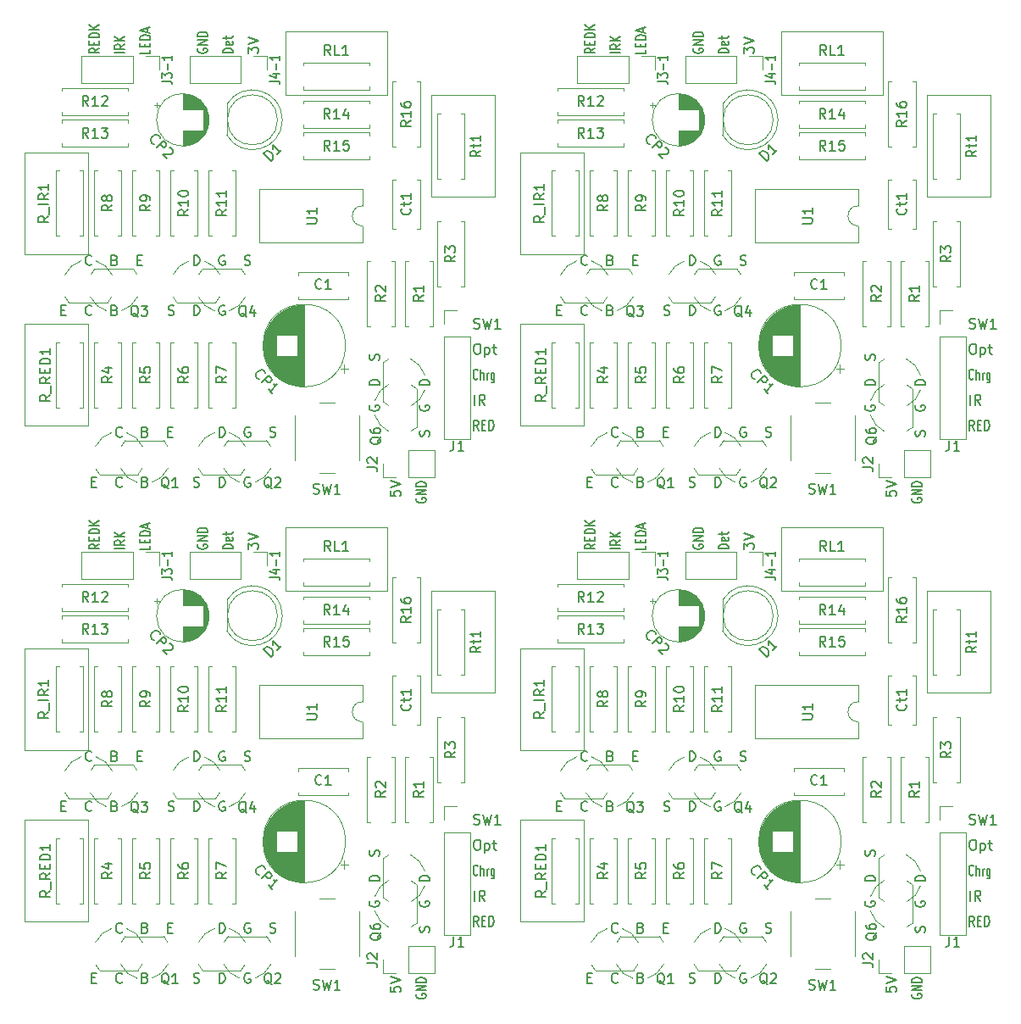
<source format=gto>
G04 #@! TF.GenerationSoftware,KiCad,Pcbnew,5.1.5-52549c5~84~ubuntu18.04.1*
G04 #@! TF.CreationDate,2020-07-07T10:00:02+09:00*
G04 #@! TF.ProjectId,PulseOximeterTHT_rev4,50756c73-654f-4786-996d-657465725448,rev?*
G04 #@! TF.SameCoordinates,Original*
G04 #@! TF.FileFunction,Legend,Top*
G04 #@! TF.FilePolarity,Positive*
%FSLAX46Y46*%
G04 Gerber Fmt 4.6, Leading zero omitted, Abs format (unit mm)*
G04 Created by KiCad (PCBNEW 5.1.5-52549c5~84~ubuntu18.04.1) date 2020-07-07 10:00:02*
%MOMM*%
%LPD*%
G04 APERTURE LIST*
%ADD10C,0.150000*%
%ADD11C,0.120000*%
%ADD12O,1.702000X1.702000*%
%ADD13C,1.702000*%
%ADD14R,1.802000X1.802000*%
%ADD15O,1.802000X1.802000*%
%ADD16R,1.702000X1.702000*%
%ADD17C,4.102000*%
%ADD18C,1.602000*%
%ADD19R,1.602000X1.602000*%
%ADD20C,1.902000*%
%ADD21R,1.902000X1.902000*%
%ADD22C,2.102000*%
G04 APERTURE END LIST*
D10*
X218527380Y-117107641D02*
X218527380Y-116488594D01*
X218908333Y-116821927D01*
X218908333Y-116679070D01*
X218955952Y-116583832D01*
X219003571Y-116536213D01*
X219098809Y-116488594D01*
X219336904Y-116488594D01*
X219432142Y-116536213D01*
X219479761Y-116583832D01*
X219527380Y-116679070D01*
X219527380Y-116964784D01*
X219479761Y-117060022D01*
X219432142Y-117107641D01*
X218527380Y-116202879D02*
X219527380Y-115869546D01*
X218527380Y-115536213D01*
X168997380Y-117107641D02*
X168997380Y-116488594D01*
X169378333Y-116821927D01*
X169378333Y-116679070D01*
X169425952Y-116583832D01*
X169473571Y-116536213D01*
X169568809Y-116488594D01*
X169806904Y-116488594D01*
X169902142Y-116536213D01*
X169949761Y-116583832D01*
X169997380Y-116679070D01*
X169997380Y-116964784D01*
X169949761Y-117060022D01*
X169902142Y-117107641D01*
X168997380Y-116202879D02*
X169997380Y-115869546D01*
X168997380Y-115536213D01*
X218527380Y-67577641D02*
X218527380Y-66958594D01*
X218908333Y-67291927D01*
X218908333Y-67149070D01*
X218955952Y-67053832D01*
X219003571Y-67006213D01*
X219098809Y-66958594D01*
X219336904Y-66958594D01*
X219432142Y-67006213D01*
X219479761Y-67053832D01*
X219527380Y-67149070D01*
X219527380Y-67434784D01*
X219479761Y-67530022D01*
X219432142Y-67577641D01*
X218527380Y-66672879D02*
X219527380Y-66339546D01*
X218527380Y-66006213D01*
X216987380Y-117060023D02*
X215987380Y-117060023D01*
X215987380Y-116869547D01*
X216035000Y-116755261D01*
X216130238Y-116679071D01*
X216225476Y-116640976D01*
X216415952Y-116602880D01*
X216558809Y-116602880D01*
X216749285Y-116640976D01*
X216844523Y-116679071D01*
X216939761Y-116755261D01*
X216987380Y-116869547D01*
X216987380Y-117060023D01*
X216939761Y-115955261D02*
X216987380Y-116031452D01*
X216987380Y-116183833D01*
X216939761Y-116260023D01*
X216844523Y-116298119D01*
X216463571Y-116298119D01*
X216368333Y-116260023D01*
X216320714Y-116183833D01*
X216320714Y-116031452D01*
X216368333Y-115955261D01*
X216463571Y-115917166D01*
X216558809Y-115917166D01*
X216654047Y-116298119D01*
X216320714Y-115688595D02*
X216320714Y-115383833D01*
X215987380Y-115574309D02*
X216844523Y-115574309D01*
X216939761Y-115536214D01*
X216987380Y-115460023D01*
X216987380Y-115383833D01*
X167457380Y-117060023D02*
X166457380Y-117060023D01*
X166457380Y-116869547D01*
X166505000Y-116755261D01*
X166600238Y-116679071D01*
X166695476Y-116640976D01*
X166885952Y-116602880D01*
X167028809Y-116602880D01*
X167219285Y-116640976D01*
X167314523Y-116679071D01*
X167409761Y-116755261D01*
X167457380Y-116869547D01*
X167457380Y-117060023D01*
X167409761Y-115955261D02*
X167457380Y-116031452D01*
X167457380Y-116183833D01*
X167409761Y-116260023D01*
X167314523Y-116298119D01*
X166933571Y-116298119D01*
X166838333Y-116260023D01*
X166790714Y-116183833D01*
X166790714Y-116031452D01*
X166838333Y-115955261D01*
X166933571Y-115917166D01*
X167028809Y-115917166D01*
X167124047Y-116298119D01*
X166790714Y-115688595D02*
X166790714Y-115383833D01*
X166457380Y-115574309D02*
X167314523Y-115574309D01*
X167409761Y-115536214D01*
X167457380Y-115460023D01*
X167457380Y-115383833D01*
X216987380Y-67530023D02*
X215987380Y-67530023D01*
X215987380Y-67339547D01*
X216035000Y-67225261D01*
X216130238Y-67149071D01*
X216225476Y-67110976D01*
X216415952Y-67072880D01*
X216558809Y-67072880D01*
X216749285Y-67110976D01*
X216844523Y-67149071D01*
X216939761Y-67225261D01*
X216987380Y-67339547D01*
X216987380Y-67530023D01*
X216939761Y-66425261D02*
X216987380Y-66501452D01*
X216987380Y-66653833D01*
X216939761Y-66730023D01*
X216844523Y-66768119D01*
X216463571Y-66768119D01*
X216368333Y-66730023D01*
X216320714Y-66653833D01*
X216320714Y-66501452D01*
X216368333Y-66425261D01*
X216463571Y-66387166D01*
X216558809Y-66387166D01*
X216654047Y-66768119D01*
X216320714Y-66158595D02*
X216320714Y-65853833D01*
X215987380Y-66044309D02*
X216844523Y-66044309D01*
X216939761Y-66006214D01*
X216987380Y-65930023D01*
X216987380Y-65853833D01*
X213495000Y-116640976D02*
X213447380Y-116717166D01*
X213447380Y-116831452D01*
X213495000Y-116945738D01*
X213590238Y-117021928D01*
X213685476Y-117060023D01*
X213875952Y-117098119D01*
X214018809Y-117098119D01*
X214209285Y-117060023D01*
X214304523Y-117021928D01*
X214399761Y-116945738D01*
X214447380Y-116831452D01*
X214447380Y-116755261D01*
X214399761Y-116640976D01*
X214352142Y-116602880D01*
X214018809Y-116602880D01*
X214018809Y-116755261D01*
X214447380Y-116260023D02*
X213447380Y-116260023D01*
X214447380Y-115802880D01*
X213447380Y-115802880D01*
X214447380Y-115421928D02*
X213447380Y-115421928D01*
X213447380Y-115231452D01*
X213495000Y-115117166D01*
X213590238Y-115040976D01*
X213685476Y-115002880D01*
X213875952Y-114964785D01*
X214018809Y-114964785D01*
X214209285Y-115002880D01*
X214304523Y-115040976D01*
X214399761Y-115117166D01*
X214447380Y-115231452D01*
X214447380Y-115421928D01*
X163965000Y-116640976D02*
X163917380Y-116717166D01*
X163917380Y-116831452D01*
X163965000Y-116945738D01*
X164060238Y-117021928D01*
X164155476Y-117060023D01*
X164345952Y-117098119D01*
X164488809Y-117098119D01*
X164679285Y-117060023D01*
X164774523Y-117021928D01*
X164869761Y-116945738D01*
X164917380Y-116831452D01*
X164917380Y-116755261D01*
X164869761Y-116640976D01*
X164822142Y-116602880D01*
X164488809Y-116602880D01*
X164488809Y-116755261D01*
X164917380Y-116260023D02*
X163917380Y-116260023D01*
X164917380Y-115802880D01*
X163917380Y-115802880D01*
X164917380Y-115421928D02*
X163917380Y-115421928D01*
X163917380Y-115231452D01*
X163965000Y-115117166D01*
X164060238Y-115040976D01*
X164155476Y-115002880D01*
X164345952Y-114964785D01*
X164488809Y-114964785D01*
X164679285Y-115002880D01*
X164774523Y-115040976D01*
X164869761Y-115117166D01*
X164917380Y-115231452D01*
X164917380Y-115421928D01*
X213495000Y-67110976D02*
X213447380Y-67187166D01*
X213447380Y-67301452D01*
X213495000Y-67415738D01*
X213590238Y-67491928D01*
X213685476Y-67530023D01*
X213875952Y-67568119D01*
X214018809Y-67568119D01*
X214209285Y-67530023D01*
X214304523Y-67491928D01*
X214399761Y-67415738D01*
X214447380Y-67301452D01*
X214447380Y-67225261D01*
X214399761Y-67110976D01*
X214352142Y-67072880D01*
X214018809Y-67072880D01*
X214018809Y-67225261D01*
X214447380Y-66730023D02*
X213447380Y-66730023D01*
X214447380Y-66272880D01*
X213447380Y-66272880D01*
X214447380Y-65891928D02*
X213447380Y-65891928D01*
X213447380Y-65701452D01*
X213495000Y-65587166D01*
X213590238Y-65510976D01*
X213685476Y-65472880D01*
X213875952Y-65434785D01*
X214018809Y-65434785D01*
X214209285Y-65472880D01*
X214304523Y-65510976D01*
X214399761Y-65587166D01*
X214447380Y-65701452D01*
X214447380Y-65891928D01*
X208732380Y-116746072D02*
X208732380Y-117127024D01*
X207732380Y-117127024D01*
X208208571Y-116479405D02*
X208208571Y-116212739D01*
X208732380Y-116098453D02*
X208732380Y-116479405D01*
X207732380Y-116479405D01*
X207732380Y-116098453D01*
X208732380Y-115755596D02*
X207732380Y-115755596D01*
X207732380Y-115565120D01*
X207780000Y-115450834D01*
X207875238Y-115374643D01*
X207970476Y-115336548D01*
X208160952Y-115298453D01*
X208303809Y-115298453D01*
X208494285Y-115336548D01*
X208589523Y-115374643D01*
X208684761Y-115450834D01*
X208732380Y-115565120D01*
X208732380Y-115755596D01*
X208446666Y-114993691D02*
X208446666Y-114612739D01*
X208732380Y-115069881D02*
X207732380Y-114803215D01*
X208732380Y-114536548D01*
X159202380Y-116746072D02*
X159202380Y-117127024D01*
X158202380Y-117127024D01*
X158678571Y-116479405D02*
X158678571Y-116212739D01*
X159202380Y-116098453D02*
X159202380Y-116479405D01*
X158202380Y-116479405D01*
X158202380Y-116098453D01*
X159202380Y-115755596D02*
X158202380Y-115755596D01*
X158202380Y-115565120D01*
X158250000Y-115450834D01*
X158345238Y-115374643D01*
X158440476Y-115336548D01*
X158630952Y-115298453D01*
X158773809Y-115298453D01*
X158964285Y-115336548D01*
X159059523Y-115374643D01*
X159154761Y-115450834D01*
X159202380Y-115565120D01*
X159202380Y-115755596D01*
X158916666Y-114993691D02*
X158916666Y-114612739D01*
X159202380Y-115069881D02*
X158202380Y-114803215D01*
X159202380Y-114536548D01*
X208732380Y-67216072D02*
X208732380Y-67597024D01*
X207732380Y-67597024D01*
X208208571Y-66949405D02*
X208208571Y-66682739D01*
X208732380Y-66568453D02*
X208732380Y-66949405D01*
X207732380Y-66949405D01*
X207732380Y-66568453D01*
X208732380Y-66225596D02*
X207732380Y-66225596D01*
X207732380Y-66035120D01*
X207780000Y-65920834D01*
X207875238Y-65844643D01*
X207970476Y-65806548D01*
X208160952Y-65768453D01*
X208303809Y-65768453D01*
X208494285Y-65806548D01*
X208589523Y-65844643D01*
X208684761Y-65920834D01*
X208732380Y-66035120D01*
X208732380Y-66225596D01*
X208446666Y-65463691D02*
X208446666Y-65082739D01*
X208732380Y-65539881D02*
X207732380Y-65273215D01*
X208732380Y-65006548D01*
X206192380Y-117060023D02*
X205192380Y-117060023D01*
X206192380Y-116221928D02*
X205716190Y-116488595D01*
X206192380Y-116679071D02*
X205192380Y-116679071D01*
X205192380Y-116374309D01*
X205240000Y-116298119D01*
X205287619Y-116260023D01*
X205382857Y-116221928D01*
X205525714Y-116221928D01*
X205620952Y-116260023D01*
X205668571Y-116298119D01*
X205716190Y-116374309D01*
X205716190Y-116679071D01*
X206192380Y-115879071D02*
X205192380Y-115879071D01*
X206192380Y-115421928D02*
X205620952Y-115764785D01*
X205192380Y-115421928D02*
X205763809Y-115879071D01*
X156662380Y-117060023D02*
X155662380Y-117060023D01*
X156662380Y-116221928D02*
X156186190Y-116488595D01*
X156662380Y-116679071D02*
X155662380Y-116679071D01*
X155662380Y-116374309D01*
X155710000Y-116298119D01*
X155757619Y-116260023D01*
X155852857Y-116221928D01*
X155995714Y-116221928D01*
X156090952Y-116260023D01*
X156138571Y-116298119D01*
X156186190Y-116374309D01*
X156186190Y-116679071D01*
X156662380Y-115879071D02*
X155662380Y-115879071D01*
X156662380Y-115421928D02*
X156090952Y-115764785D01*
X155662380Y-115421928D02*
X156233809Y-115879071D01*
X206192380Y-67530023D02*
X205192380Y-67530023D01*
X206192380Y-66691928D02*
X205716190Y-66958595D01*
X206192380Y-67149071D02*
X205192380Y-67149071D01*
X205192380Y-66844309D01*
X205240000Y-66768119D01*
X205287619Y-66730023D01*
X205382857Y-66691928D01*
X205525714Y-66691928D01*
X205620952Y-66730023D01*
X205668571Y-66768119D01*
X205716190Y-66844309D01*
X205716190Y-67149071D01*
X206192380Y-66349071D02*
X205192380Y-66349071D01*
X206192380Y-65891928D02*
X205620952Y-66234785D01*
X205192380Y-65891928D02*
X205763809Y-66349071D01*
X203652380Y-116602880D02*
X203176190Y-116869547D01*
X203652380Y-117060023D02*
X202652380Y-117060023D01*
X202652380Y-116755261D01*
X202700000Y-116679071D01*
X202747619Y-116640976D01*
X202842857Y-116602880D01*
X202985714Y-116602880D01*
X203080952Y-116640976D01*
X203128571Y-116679071D01*
X203176190Y-116755261D01*
X203176190Y-117060023D01*
X203128571Y-116260023D02*
X203128571Y-115993357D01*
X203652380Y-115879071D02*
X203652380Y-116260023D01*
X202652380Y-116260023D01*
X202652380Y-115879071D01*
X203652380Y-115536214D02*
X202652380Y-115536214D01*
X202652380Y-115345738D01*
X202700000Y-115231452D01*
X202795238Y-115155261D01*
X202890476Y-115117166D01*
X203080952Y-115079071D01*
X203223809Y-115079071D01*
X203414285Y-115117166D01*
X203509523Y-115155261D01*
X203604761Y-115231452D01*
X203652380Y-115345738D01*
X203652380Y-115536214D01*
X203652380Y-114736214D02*
X202652380Y-114736214D01*
X203652380Y-114279071D02*
X203080952Y-114621928D01*
X202652380Y-114279071D02*
X203223809Y-114736214D01*
X154122380Y-116602880D02*
X153646190Y-116869547D01*
X154122380Y-117060023D02*
X153122380Y-117060023D01*
X153122380Y-116755261D01*
X153170000Y-116679071D01*
X153217619Y-116640976D01*
X153312857Y-116602880D01*
X153455714Y-116602880D01*
X153550952Y-116640976D01*
X153598571Y-116679071D01*
X153646190Y-116755261D01*
X153646190Y-117060023D01*
X153598571Y-116260023D02*
X153598571Y-115993357D01*
X154122380Y-115879071D02*
X154122380Y-116260023D01*
X153122380Y-116260023D01*
X153122380Y-115879071D01*
X154122380Y-115536214D02*
X153122380Y-115536214D01*
X153122380Y-115345738D01*
X153170000Y-115231452D01*
X153265238Y-115155261D01*
X153360476Y-115117166D01*
X153550952Y-115079071D01*
X153693809Y-115079071D01*
X153884285Y-115117166D01*
X153979523Y-115155261D01*
X154074761Y-115231452D01*
X154122380Y-115345738D01*
X154122380Y-115536214D01*
X154122380Y-114736214D02*
X153122380Y-114736214D01*
X154122380Y-114279071D02*
X153550952Y-114621928D01*
X153122380Y-114279071D02*
X153693809Y-114736214D01*
X203652380Y-67072880D02*
X203176190Y-67339547D01*
X203652380Y-67530023D02*
X202652380Y-67530023D01*
X202652380Y-67225261D01*
X202700000Y-67149071D01*
X202747619Y-67110976D01*
X202842857Y-67072880D01*
X202985714Y-67072880D01*
X203080952Y-67110976D01*
X203128571Y-67149071D01*
X203176190Y-67225261D01*
X203176190Y-67530023D01*
X203128571Y-66730023D02*
X203128571Y-66463357D01*
X203652380Y-66349071D02*
X203652380Y-66730023D01*
X202652380Y-66730023D01*
X202652380Y-66349071D01*
X203652380Y-66006214D02*
X202652380Y-66006214D01*
X202652380Y-65815738D01*
X202700000Y-65701452D01*
X202795238Y-65625261D01*
X202890476Y-65587166D01*
X203080952Y-65549071D01*
X203223809Y-65549071D01*
X203414285Y-65587166D01*
X203509523Y-65625261D01*
X203604761Y-65701452D01*
X203652380Y-65815738D01*
X203652380Y-66006214D01*
X203652380Y-65206214D02*
X202652380Y-65206214D01*
X203652380Y-64749071D02*
X203080952Y-65091928D01*
X202652380Y-64749071D02*
X203223809Y-65206214D01*
D11*
X236855000Y-131445000D02*
X236855000Y-121285000D01*
X187325000Y-131445000D02*
X187325000Y-121285000D01*
X236855000Y-81915000D02*
X236855000Y-71755000D01*
X243205000Y-131445000D02*
X236855000Y-131445000D01*
X193675000Y-131445000D02*
X187325000Y-131445000D01*
X243205000Y-81915000D02*
X236855000Y-81915000D01*
X243205000Y-121285000D02*
X243205000Y-131445000D01*
X193675000Y-121285000D02*
X193675000Y-131445000D01*
X243205000Y-71755000D02*
X243205000Y-81915000D01*
D10*
X241079976Y-144549761D02*
X241222833Y-144597380D01*
X241460928Y-144597380D01*
X241556166Y-144549761D01*
X241603785Y-144502142D01*
X241651404Y-144406904D01*
X241651404Y-144311666D01*
X241603785Y-144216428D01*
X241556166Y-144168809D01*
X241460928Y-144121190D01*
X241270452Y-144073571D01*
X241175214Y-144025952D01*
X241127595Y-143978333D01*
X241079976Y-143883095D01*
X241079976Y-143787857D01*
X241127595Y-143692619D01*
X241175214Y-143645000D01*
X241270452Y-143597380D01*
X241508547Y-143597380D01*
X241651404Y-143645000D01*
X241984738Y-143597380D02*
X242222833Y-144597380D01*
X242413309Y-143883095D01*
X242603785Y-144597380D01*
X242841880Y-143597380D01*
X243746642Y-144597380D02*
X243175214Y-144597380D01*
X243460928Y-144597380D02*
X243460928Y-143597380D01*
X243365690Y-143740238D01*
X243270452Y-143835476D01*
X243175214Y-143883095D01*
X191549976Y-144549761D02*
X191692833Y-144597380D01*
X191930928Y-144597380D01*
X192026166Y-144549761D01*
X192073785Y-144502142D01*
X192121404Y-144406904D01*
X192121404Y-144311666D01*
X192073785Y-144216428D01*
X192026166Y-144168809D01*
X191930928Y-144121190D01*
X191740452Y-144073571D01*
X191645214Y-144025952D01*
X191597595Y-143978333D01*
X191549976Y-143883095D01*
X191549976Y-143787857D01*
X191597595Y-143692619D01*
X191645214Y-143645000D01*
X191740452Y-143597380D01*
X191978547Y-143597380D01*
X192121404Y-143645000D01*
X192454738Y-143597380D02*
X192692833Y-144597380D01*
X192883309Y-143883095D01*
X193073785Y-144597380D01*
X193311880Y-143597380D01*
X194216642Y-144597380D02*
X193645214Y-144597380D01*
X193930928Y-144597380D02*
X193930928Y-143597380D01*
X193835690Y-143740238D01*
X193740452Y-143835476D01*
X193645214Y-143883095D01*
X241079976Y-95019761D02*
X241222833Y-95067380D01*
X241460928Y-95067380D01*
X241556166Y-95019761D01*
X241603785Y-94972142D01*
X241651404Y-94876904D01*
X241651404Y-94781666D01*
X241603785Y-94686428D01*
X241556166Y-94638809D01*
X241460928Y-94591190D01*
X241270452Y-94543571D01*
X241175214Y-94495952D01*
X241127595Y-94448333D01*
X241079976Y-94353095D01*
X241079976Y-94257857D01*
X241127595Y-94162619D01*
X241175214Y-94115000D01*
X241270452Y-94067380D01*
X241508547Y-94067380D01*
X241651404Y-94115000D01*
X241984738Y-94067380D02*
X242222833Y-95067380D01*
X242413309Y-94353095D01*
X242603785Y-95067380D01*
X242841880Y-94067380D01*
X243746642Y-95067380D02*
X243175214Y-95067380D01*
X243460928Y-95067380D02*
X243460928Y-94067380D01*
X243365690Y-94210238D01*
X243270452Y-94305476D01*
X243175214Y-94353095D01*
X241318071Y-146137380D02*
X241508547Y-146137380D01*
X241603785Y-146185000D01*
X241699023Y-146280238D01*
X241746642Y-146470714D01*
X241746642Y-146804047D01*
X241699023Y-146994523D01*
X241603785Y-147089761D01*
X241508547Y-147137380D01*
X241318071Y-147137380D01*
X241222833Y-147089761D01*
X241127595Y-146994523D01*
X241079976Y-146804047D01*
X241079976Y-146470714D01*
X241127595Y-146280238D01*
X241222833Y-146185000D01*
X241318071Y-146137380D01*
X242175214Y-146470714D02*
X242175214Y-147470714D01*
X242175214Y-146518333D02*
X242270452Y-146470714D01*
X242460928Y-146470714D01*
X242556166Y-146518333D01*
X242603785Y-146565952D01*
X242651404Y-146661190D01*
X242651404Y-146946904D01*
X242603785Y-147042142D01*
X242556166Y-147089761D01*
X242460928Y-147137380D01*
X242270452Y-147137380D01*
X242175214Y-147089761D01*
X242937119Y-146470714D02*
X243318071Y-146470714D01*
X243079976Y-146137380D02*
X243079976Y-146994523D01*
X243127595Y-147089761D01*
X243222833Y-147137380D01*
X243318071Y-147137380D01*
X191788071Y-146137380D02*
X191978547Y-146137380D01*
X192073785Y-146185000D01*
X192169023Y-146280238D01*
X192216642Y-146470714D01*
X192216642Y-146804047D01*
X192169023Y-146994523D01*
X192073785Y-147089761D01*
X191978547Y-147137380D01*
X191788071Y-147137380D01*
X191692833Y-147089761D01*
X191597595Y-146994523D01*
X191549976Y-146804047D01*
X191549976Y-146470714D01*
X191597595Y-146280238D01*
X191692833Y-146185000D01*
X191788071Y-146137380D01*
X192645214Y-146470714D02*
X192645214Y-147470714D01*
X192645214Y-146518333D02*
X192740452Y-146470714D01*
X192930928Y-146470714D01*
X193026166Y-146518333D01*
X193073785Y-146565952D01*
X193121404Y-146661190D01*
X193121404Y-146946904D01*
X193073785Y-147042142D01*
X193026166Y-147089761D01*
X192930928Y-147137380D01*
X192740452Y-147137380D01*
X192645214Y-147089761D01*
X193407119Y-146470714D02*
X193788071Y-146470714D01*
X193549976Y-146137380D02*
X193549976Y-146994523D01*
X193597595Y-147089761D01*
X193692833Y-147137380D01*
X193788071Y-147137380D01*
X241318071Y-96607380D02*
X241508547Y-96607380D01*
X241603785Y-96655000D01*
X241699023Y-96750238D01*
X241746642Y-96940714D01*
X241746642Y-97274047D01*
X241699023Y-97464523D01*
X241603785Y-97559761D01*
X241508547Y-97607380D01*
X241318071Y-97607380D01*
X241222833Y-97559761D01*
X241127595Y-97464523D01*
X241079976Y-97274047D01*
X241079976Y-96940714D01*
X241127595Y-96750238D01*
X241222833Y-96655000D01*
X241318071Y-96607380D01*
X242175214Y-96940714D02*
X242175214Y-97940714D01*
X242175214Y-96988333D02*
X242270452Y-96940714D01*
X242460928Y-96940714D01*
X242556166Y-96988333D01*
X242603785Y-97035952D01*
X242651404Y-97131190D01*
X242651404Y-97416904D01*
X242603785Y-97512142D01*
X242556166Y-97559761D01*
X242460928Y-97607380D01*
X242270452Y-97607380D01*
X242175214Y-97559761D01*
X242937119Y-96940714D02*
X243318071Y-96940714D01*
X243079976Y-96607380D02*
X243079976Y-97464523D01*
X243127595Y-97559761D01*
X243222833Y-97607380D01*
X243318071Y-97607380D01*
X241456166Y-149582142D02*
X241422833Y-149629761D01*
X241322833Y-149677380D01*
X241256166Y-149677380D01*
X241156166Y-149629761D01*
X241089500Y-149534523D01*
X241056166Y-149439285D01*
X241022833Y-149248809D01*
X241022833Y-149105952D01*
X241056166Y-148915476D01*
X241089500Y-148820238D01*
X241156166Y-148725000D01*
X241256166Y-148677380D01*
X241322833Y-148677380D01*
X241422833Y-148725000D01*
X241456166Y-148772619D01*
X241756166Y-149677380D02*
X241756166Y-148677380D01*
X242056166Y-149677380D02*
X242056166Y-149153571D01*
X242022833Y-149058333D01*
X241956166Y-149010714D01*
X241856166Y-149010714D01*
X241789500Y-149058333D01*
X241756166Y-149105952D01*
X242389500Y-149677380D02*
X242389500Y-149010714D01*
X242389500Y-149201190D02*
X242422833Y-149105952D01*
X242456166Y-149058333D01*
X242522833Y-149010714D01*
X242589500Y-149010714D01*
X243122833Y-149010714D02*
X243122833Y-149820238D01*
X243089500Y-149915476D01*
X243056166Y-149963095D01*
X242989500Y-150010714D01*
X242889500Y-150010714D01*
X242822833Y-149963095D01*
X243122833Y-149629761D02*
X243056166Y-149677380D01*
X242922833Y-149677380D01*
X242856166Y-149629761D01*
X242822833Y-149582142D01*
X242789500Y-149486904D01*
X242789500Y-149201190D01*
X242822833Y-149105952D01*
X242856166Y-149058333D01*
X242922833Y-149010714D01*
X243056166Y-149010714D01*
X243122833Y-149058333D01*
X191926166Y-149582142D02*
X191892833Y-149629761D01*
X191792833Y-149677380D01*
X191726166Y-149677380D01*
X191626166Y-149629761D01*
X191559500Y-149534523D01*
X191526166Y-149439285D01*
X191492833Y-149248809D01*
X191492833Y-149105952D01*
X191526166Y-148915476D01*
X191559500Y-148820238D01*
X191626166Y-148725000D01*
X191726166Y-148677380D01*
X191792833Y-148677380D01*
X191892833Y-148725000D01*
X191926166Y-148772619D01*
X192226166Y-149677380D02*
X192226166Y-148677380D01*
X192526166Y-149677380D02*
X192526166Y-149153571D01*
X192492833Y-149058333D01*
X192426166Y-149010714D01*
X192326166Y-149010714D01*
X192259500Y-149058333D01*
X192226166Y-149105952D01*
X192859500Y-149677380D02*
X192859500Y-149010714D01*
X192859500Y-149201190D02*
X192892833Y-149105952D01*
X192926166Y-149058333D01*
X192992833Y-149010714D01*
X193059500Y-149010714D01*
X193592833Y-149010714D02*
X193592833Y-149820238D01*
X193559500Y-149915476D01*
X193526166Y-149963095D01*
X193459500Y-150010714D01*
X193359500Y-150010714D01*
X193292833Y-149963095D01*
X193592833Y-149629761D02*
X193526166Y-149677380D01*
X193392833Y-149677380D01*
X193326166Y-149629761D01*
X193292833Y-149582142D01*
X193259500Y-149486904D01*
X193259500Y-149201190D01*
X193292833Y-149105952D01*
X193326166Y-149058333D01*
X193392833Y-149010714D01*
X193526166Y-149010714D01*
X193592833Y-149058333D01*
X241456166Y-100052142D02*
X241422833Y-100099761D01*
X241322833Y-100147380D01*
X241256166Y-100147380D01*
X241156166Y-100099761D01*
X241089500Y-100004523D01*
X241056166Y-99909285D01*
X241022833Y-99718809D01*
X241022833Y-99575952D01*
X241056166Y-99385476D01*
X241089500Y-99290238D01*
X241156166Y-99195000D01*
X241256166Y-99147380D01*
X241322833Y-99147380D01*
X241422833Y-99195000D01*
X241456166Y-99242619D01*
X241756166Y-100147380D02*
X241756166Y-99147380D01*
X242056166Y-100147380D02*
X242056166Y-99623571D01*
X242022833Y-99528333D01*
X241956166Y-99480714D01*
X241856166Y-99480714D01*
X241789500Y-99528333D01*
X241756166Y-99575952D01*
X242389500Y-100147380D02*
X242389500Y-99480714D01*
X242389500Y-99671190D02*
X242422833Y-99575952D01*
X242456166Y-99528333D01*
X242522833Y-99480714D01*
X242589500Y-99480714D01*
X243122833Y-99480714D02*
X243122833Y-100290238D01*
X243089500Y-100385476D01*
X243056166Y-100433095D01*
X242989500Y-100480714D01*
X242889500Y-100480714D01*
X242822833Y-100433095D01*
X243122833Y-100099761D02*
X243056166Y-100147380D01*
X242922833Y-100147380D01*
X242856166Y-100099761D01*
X242822833Y-100052142D01*
X242789500Y-99956904D01*
X242789500Y-99671190D01*
X242822833Y-99575952D01*
X242856166Y-99528333D01*
X242922833Y-99480714D01*
X243056166Y-99480714D01*
X243122833Y-99528333D01*
X241537119Y-154757380D02*
X241270452Y-154281190D01*
X241079976Y-154757380D02*
X241079976Y-153757380D01*
X241384738Y-153757380D01*
X241460928Y-153805000D01*
X241499023Y-153852619D01*
X241537119Y-153947857D01*
X241537119Y-154090714D01*
X241499023Y-154185952D01*
X241460928Y-154233571D01*
X241384738Y-154281190D01*
X241079976Y-154281190D01*
X241879976Y-154233571D02*
X242146642Y-154233571D01*
X242260928Y-154757380D02*
X241879976Y-154757380D01*
X241879976Y-153757380D01*
X242260928Y-153757380D01*
X242603785Y-154757380D02*
X242603785Y-153757380D01*
X242794261Y-153757380D01*
X242908547Y-153805000D01*
X242984738Y-153900238D01*
X243022833Y-153995476D01*
X243060928Y-154185952D01*
X243060928Y-154328809D01*
X243022833Y-154519285D01*
X242984738Y-154614523D01*
X242908547Y-154709761D01*
X242794261Y-154757380D01*
X242603785Y-154757380D01*
X192007119Y-154757380D02*
X191740452Y-154281190D01*
X191549976Y-154757380D02*
X191549976Y-153757380D01*
X191854738Y-153757380D01*
X191930928Y-153805000D01*
X191969023Y-153852619D01*
X192007119Y-153947857D01*
X192007119Y-154090714D01*
X191969023Y-154185952D01*
X191930928Y-154233571D01*
X191854738Y-154281190D01*
X191549976Y-154281190D01*
X192349976Y-154233571D02*
X192616642Y-154233571D01*
X192730928Y-154757380D02*
X192349976Y-154757380D01*
X192349976Y-153757380D01*
X192730928Y-153757380D01*
X193073785Y-154757380D02*
X193073785Y-153757380D01*
X193264261Y-153757380D01*
X193378547Y-153805000D01*
X193454738Y-153900238D01*
X193492833Y-153995476D01*
X193530928Y-154185952D01*
X193530928Y-154328809D01*
X193492833Y-154519285D01*
X193454738Y-154614523D01*
X193378547Y-154709761D01*
X193264261Y-154757380D01*
X193073785Y-154757380D01*
X241537119Y-105227380D02*
X241270452Y-104751190D01*
X241079976Y-105227380D02*
X241079976Y-104227380D01*
X241384738Y-104227380D01*
X241460928Y-104275000D01*
X241499023Y-104322619D01*
X241537119Y-104417857D01*
X241537119Y-104560714D01*
X241499023Y-104655952D01*
X241460928Y-104703571D01*
X241384738Y-104751190D01*
X241079976Y-104751190D01*
X241879976Y-104703571D02*
X242146642Y-104703571D01*
X242260928Y-105227380D02*
X241879976Y-105227380D01*
X241879976Y-104227380D01*
X242260928Y-104227380D01*
X242603785Y-105227380D02*
X242603785Y-104227380D01*
X242794261Y-104227380D01*
X242908547Y-104275000D01*
X242984738Y-104370238D01*
X243022833Y-104465476D01*
X243060928Y-104655952D01*
X243060928Y-104798809D01*
X243022833Y-104989285D01*
X242984738Y-105084523D01*
X242908547Y-105179761D01*
X242794261Y-105227380D01*
X242603785Y-105227380D01*
X241127595Y-152217380D02*
X241127595Y-151217380D01*
X242175214Y-152217380D02*
X241841880Y-151741190D01*
X241603785Y-152217380D02*
X241603785Y-151217380D01*
X241984738Y-151217380D01*
X242079976Y-151265000D01*
X242127595Y-151312619D01*
X242175214Y-151407857D01*
X242175214Y-151550714D01*
X242127595Y-151645952D01*
X242079976Y-151693571D01*
X241984738Y-151741190D01*
X241603785Y-151741190D01*
X191597595Y-152217380D02*
X191597595Y-151217380D01*
X192645214Y-152217380D02*
X192311880Y-151741190D01*
X192073785Y-152217380D02*
X192073785Y-151217380D01*
X192454738Y-151217380D01*
X192549976Y-151265000D01*
X192597595Y-151312619D01*
X192645214Y-151407857D01*
X192645214Y-151550714D01*
X192597595Y-151645952D01*
X192549976Y-151693571D01*
X192454738Y-151741190D01*
X192073785Y-151741190D01*
X241127595Y-102687380D02*
X241127595Y-101687380D01*
X242175214Y-102687380D02*
X241841880Y-102211190D01*
X241603785Y-102687380D02*
X241603785Y-101687380D01*
X241984738Y-101687380D01*
X242079976Y-101735000D01*
X242127595Y-101782619D01*
X242175214Y-101877857D01*
X242175214Y-102020714D01*
X242127595Y-102115952D01*
X242079976Y-102163571D01*
X241984738Y-102211190D01*
X241603785Y-102211190D01*
D11*
X202565000Y-137160000D02*
X196215000Y-137160000D01*
X153035000Y-137160000D02*
X146685000Y-137160000D01*
X202565000Y-87630000D02*
X196215000Y-87630000D01*
X196215000Y-137160000D02*
X196215000Y-127000000D01*
X146685000Y-137160000D02*
X146685000Y-127000000D01*
X196215000Y-87630000D02*
X196215000Y-77470000D01*
X196215000Y-127000000D02*
X201930000Y-127000000D01*
X146685000Y-127000000D02*
X152400000Y-127000000D01*
X196215000Y-77470000D02*
X201930000Y-77470000D01*
X201930000Y-127000000D02*
X202565000Y-127000000D01*
X152400000Y-127000000D02*
X153035000Y-127000000D01*
X201930000Y-77470000D02*
X202565000Y-77470000D01*
X202565000Y-127000000D02*
X202565000Y-137160000D01*
X153035000Y-127000000D02*
X153035000Y-137160000D01*
X202565000Y-77470000D02*
X202565000Y-87630000D01*
X202565000Y-144145000D02*
X196215000Y-144145000D01*
X153035000Y-144145000D02*
X146685000Y-144145000D01*
X202565000Y-94615000D02*
X196215000Y-94615000D01*
X196215000Y-144145000D02*
X196215000Y-154305000D01*
X146685000Y-144145000D02*
X146685000Y-154305000D01*
X196215000Y-94615000D02*
X196215000Y-104775000D01*
X196215000Y-154305000D02*
X202565000Y-154305000D01*
X146685000Y-154305000D02*
X153035000Y-154305000D01*
X196215000Y-104775000D02*
X202565000Y-104775000D01*
X202565000Y-154305000D02*
X202565000Y-144145000D01*
X153035000Y-154305000D02*
X153035000Y-144145000D01*
X202565000Y-104775000D02*
X202565000Y-94615000D01*
D10*
X232751380Y-160831738D02*
X232751380Y-161307928D01*
X233227571Y-161355547D01*
X233179952Y-161307928D01*
X233132333Y-161212690D01*
X233132333Y-160974595D01*
X233179952Y-160879357D01*
X233227571Y-160831738D01*
X233322809Y-160784119D01*
X233560904Y-160784119D01*
X233656142Y-160831738D01*
X233703761Y-160879357D01*
X233751380Y-160974595D01*
X233751380Y-161212690D01*
X233703761Y-161307928D01*
X233656142Y-161355547D01*
X232751380Y-160498404D02*
X233751380Y-160165071D01*
X232751380Y-159831738D01*
X183221380Y-160831738D02*
X183221380Y-161307928D01*
X183697571Y-161355547D01*
X183649952Y-161307928D01*
X183602333Y-161212690D01*
X183602333Y-160974595D01*
X183649952Y-160879357D01*
X183697571Y-160831738D01*
X183792809Y-160784119D01*
X184030904Y-160784119D01*
X184126142Y-160831738D01*
X184173761Y-160879357D01*
X184221380Y-160974595D01*
X184221380Y-161212690D01*
X184173761Y-161307928D01*
X184126142Y-161355547D01*
X183221380Y-160498404D02*
X184221380Y-160165071D01*
X183221380Y-159831738D01*
X232751380Y-111301738D02*
X232751380Y-111777928D01*
X233227571Y-111825547D01*
X233179952Y-111777928D01*
X233132333Y-111682690D01*
X233132333Y-111444595D01*
X233179952Y-111349357D01*
X233227571Y-111301738D01*
X233322809Y-111254119D01*
X233560904Y-111254119D01*
X233656142Y-111301738D01*
X233703761Y-111349357D01*
X233751380Y-111444595D01*
X233751380Y-111682690D01*
X233703761Y-111777928D01*
X233656142Y-111825547D01*
X232751380Y-110968404D02*
X233751380Y-110635071D01*
X232751380Y-110301738D01*
X235339000Y-161565071D02*
X235291380Y-161641261D01*
X235291380Y-161755547D01*
X235339000Y-161869833D01*
X235434238Y-161946023D01*
X235529476Y-161984119D01*
X235719952Y-162022214D01*
X235862809Y-162022214D01*
X236053285Y-161984119D01*
X236148523Y-161946023D01*
X236243761Y-161869833D01*
X236291380Y-161755547D01*
X236291380Y-161679357D01*
X236243761Y-161565071D01*
X236196142Y-161526976D01*
X235862809Y-161526976D01*
X235862809Y-161679357D01*
X236291380Y-161184119D02*
X235291380Y-161184119D01*
X236291380Y-160726976D01*
X235291380Y-160726976D01*
X236291380Y-160346023D02*
X235291380Y-160346023D01*
X235291380Y-160155547D01*
X235339000Y-160041261D01*
X235434238Y-159965071D01*
X235529476Y-159926976D01*
X235719952Y-159888880D01*
X235862809Y-159888880D01*
X236053285Y-159926976D01*
X236148523Y-159965071D01*
X236243761Y-160041261D01*
X236291380Y-160155547D01*
X236291380Y-160346023D01*
X185809000Y-161565071D02*
X185761380Y-161641261D01*
X185761380Y-161755547D01*
X185809000Y-161869833D01*
X185904238Y-161946023D01*
X185999476Y-161984119D01*
X186189952Y-162022214D01*
X186332809Y-162022214D01*
X186523285Y-161984119D01*
X186618523Y-161946023D01*
X186713761Y-161869833D01*
X186761380Y-161755547D01*
X186761380Y-161679357D01*
X186713761Y-161565071D01*
X186666142Y-161526976D01*
X186332809Y-161526976D01*
X186332809Y-161679357D01*
X186761380Y-161184119D02*
X185761380Y-161184119D01*
X186761380Y-160726976D01*
X185761380Y-160726976D01*
X186761380Y-160346023D02*
X185761380Y-160346023D01*
X185761380Y-160155547D01*
X185809000Y-160041261D01*
X185904238Y-159965071D01*
X185999476Y-159926976D01*
X186189952Y-159888880D01*
X186332809Y-159888880D01*
X186523285Y-159926976D01*
X186618523Y-159965071D01*
X186713761Y-160041261D01*
X186761380Y-160155547D01*
X186761380Y-160346023D01*
X235339000Y-112035071D02*
X235291380Y-112111261D01*
X235291380Y-112225547D01*
X235339000Y-112339833D01*
X235434238Y-112416023D01*
X235529476Y-112454119D01*
X235719952Y-112492214D01*
X235862809Y-112492214D01*
X236053285Y-112454119D01*
X236148523Y-112416023D01*
X236243761Y-112339833D01*
X236291380Y-112225547D01*
X236291380Y-112149357D01*
X236243761Y-112035071D01*
X236196142Y-111996976D01*
X235862809Y-111996976D01*
X235862809Y-112149357D01*
X236291380Y-111654119D02*
X235291380Y-111654119D01*
X236291380Y-111196976D01*
X235291380Y-111196976D01*
X236291380Y-110816023D02*
X235291380Y-110816023D01*
X235291380Y-110625547D01*
X235339000Y-110511261D01*
X235434238Y-110435071D01*
X235529476Y-110396976D01*
X235719952Y-110358880D01*
X235862809Y-110358880D01*
X236053285Y-110396976D01*
X236148523Y-110435071D01*
X236243761Y-110511261D01*
X236291380Y-110625547D01*
X236291380Y-110816023D01*
D11*
X232410000Y-114935000D02*
X232410000Y-121285000D01*
X182880000Y-114935000D02*
X182880000Y-121285000D01*
X232410000Y-65405000D02*
X232410000Y-71755000D01*
X222250000Y-114935000D02*
X232410000Y-114935000D01*
X172720000Y-114935000D02*
X182880000Y-114935000D01*
X222250000Y-65405000D02*
X232410000Y-65405000D01*
X222250000Y-115570000D02*
X222250000Y-114935000D01*
X172720000Y-115570000D02*
X172720000Y-114935000D01*
X222250000Y-66040000D02*
X222250000Y-65405000D01*
X222250000Y-121285000D02*
X222250000Y-115570000D01*
X172720000Y-121285000D02*
X172720000Y-115570000D01*
X222250000Y-71755000D02*
X222250000Y-66040000D01*
X232410000Y-121285000D02*
X222250000Y-121285000D01*
X182880000Y-121285000D02*
X172720000Y-121285000D01*
X232410000Y-71755000D02*
X222250000Y-71755000D01*
X236855000Y-121285000D02*
X243205000Y-121285000D01*
X187325000Y-121285000D02*
X193675000Y-121285000D01*
X236855000Y-71755000D02*
X243205000Y-71755000D01*
X187325000Y-71755000D02*
X193675000Y-71755000D01*
X193675000Y-71755000D02*
X193675000Y-81915000D01*
X193675000Y-81915000D02*
X187325000Y-81915000D01*
X187325000Y-81915000D02*
X187325000Y-71755000D01*
D10*
X154122380Y-67072880D02*
X153646190Y-67339547D01*
X154122380Y-67530023D02*
X153122380Y-67530023D01*
X153122380Y-67225261D01*
X153170000Y-67149071D01*
X153217619Y-67110976D01*
X153312857Y-67072880D01*
X153455714Y-67072880D01*
X153550952Y-67110976D01*
X153598571Y-67149071D01*
X153646190Y-67225261D01*
X153646190Y-67530023D01*
X153598571Y-66730023D02*
X153598571Y-66463357D01*
X154122380Y-66349071D02*
X154122380Y-66730023D01*
X153122380Y-66730023D01*
X153122380Y-66349071D01*
X154122380Y-66006214D02*
X153122380Y-66006214D01*
X153122380Y-65815738D01*
X153170000Y-65701452D01*
X153265238Y-65625261D01*
X153360476Y-65587166D01*
X153550952Y-65549071D01*
X153693809Y-65549071D01*
X153884285Y-65587166D01*
X153979523Y-65625261D01*
X154074761Y-65701452D01*
X154122380Y-65815738D01*
X154122380Y-66006214D01*
X154122380Y-65206214D02*
X153122380Y-65206214D01*
X154122380Y-64749071D02*
X153550952Y-65091928D01*
X153122380Y-64749071D02*
X153693809Y-65206214D01*
X156662380Y-67530023D02*
X155662380Y-67530023D01*
X156662380Y-66691928D02*
X156186190Y-66958595D01*
X156662380Y-67149071D02*
X155662380Y-67149071D01*
X155662380Y-66844309D01*
X155710000Y-66768119D01*
X155757619Y-66730023D01*
X155852857Y-66691928D01*
X155995714Y-66691928D01*
X156090952Y-66730023D01*
X156138571Y-66768119D01*
X156186190Y-66844309D01*
X156186190Y-67149071D01*
X156662380Y-66349071D02*
X155662380Y-66349071D01*
X156662380Y-65891928D02*
X156090952Y-66234785D01*
X155662380Y-65891928D02*
X156233809Y-66349071D01*
X159202380Y-67216072D02*
X159202380Y-67597024D01*
X158202380Y-67597024D01*
X158678571Y-66949405D02*
X158678571Y-66682739D01*
X159202380Y-66568453D02*
X159202380Y-66949405D01*
X158202380Y-66949405D01*
X158202380Y-66568453D01*
X159202380Y-66225596D02*
X158202380Y-66225596D01*
X158202380Y-66035120D01*
X158250000Y-65920834D01*
X158345238Y-65844643D01*
X158440476Y-65806548D01*
X158630952Y-65768453D01*
X158773809Y-65768453D01*
X158964285Y-65806548D01*
X159059523Y-65844643D01*
X159154761Y-65920834D01*
X159202380Y-66035120D01*
X159202380Y-66225596D01*
X158916666Y-65463691D02*
X158916666Y-65082739D01*
X159202380Y-65539881D02*
X158202380Y-65273215D01*
X159202380Y-65006548D01*
X163965000Y-67110976D02*
X163917380Y-67187166D01*
X163917380Y-67301452D01*
X163965000Y-67415738D01*
X164060238Y-67491928D01*
X164155476Y-67530023D01*
X164345952Y-67568119D01*
X164488809Y-67568119D01*
X164679285Y-67530023D01*
X164774523Y-67491928D01*
X164869761Y-67415738D01*
X164917380Y-67301452D01*
X164917380Y-67225261D01*
X164869761Y-67110976D01*
X164822142Y-67072880D01*
X164488809Y-67072880D01*
X164488809Y-67225261D01*
X164917380Y-66730023D02*
X163917380Y-66730023D01*
X164917380Y-66272880D01*
X163917380Y-66272880D01*
X164917380Y-65891928D02*
X163917380Y-65891928D01*
X163917380Y-65701452D01*
X163965000Y-65587166D01*
X164060238Y-65510976D01*
X164155476Y-65472880D01*
X164345952Y-65434785D01*
X164488809Y-65434785D01*
X164679285Y-65472880D01*
X164774523Y-65510976D01*
X164869761Y-65587166D01*
X164917380Y-65701452D01*
X164917380Y-65891928D01*
X167457380Y-67530023D02*
X166457380Y-67530023D01*
X166457380Y-67339547D01*
X166505000Y-67225261D01*
X166600238Y-67149071D01*
X166695476Y-67110976D01*
X166885952Y-67072880D01*
X167028809Y-67072880D01*
X167219285Y-67110976D01*
X167314523Y-67149071D01*
X167409761Y-67225261D01*
X167457380Y-67339547D01*
X167457380Y-67530023D01*
X167409761Y-66425261D02*
X167457380Y-66501452D01*
X167457380Y-66653833D01*
X167409761Y-66730023D01*
X167314523Y-66768119D01*
X166933571Y-66768119D01*
X166838333Y-66730023D01*
X166790714Y-66653833D01*
X166790714Y-66501452D01*
X166838333Y-66425261D01*
X166933571Y-66387166D01*
X167028809Y-66387166D01*
X167124047Y-66768119D01*
X166790714Y-66158595D02*
X166790714Y-65853833D01*
X166457380Y-66044309D02*
X167314523Y-66044309D01*
X167409761Y-66006214D01*
X167457380Y-65930023D01*
X167457380Y-65853833D01*
X168997380Y-67577641D02*
X168997380Y-66958594D01*
X169378333Y-67291927D01*
X169378333Y-67149070D01*
X169425952Y-67053832D01*
X169473571Y-67006213D01*
X169568809Y-66958594D01*
X169806904Y-66958594D01*
X169902142Y-67006213D01*
X169949761Y-67053832D01*
X169997380Y-67149070D01*
X169997380Y-67434784D01*
X169949761Y-67530022D01*
X169902142Y-67577641D01*
X168997380Y-66672879D02*
X169997380Y-66339546D01*
X168997380Y-66006213D01*
D11*
X182880000Y-71755000D02*
X172720000Y-71755000D01*
X172720000Y-71755000D02*
X172720000Y-66040000D01*
X172720000Y-66040000D02*
X172720000Y-65405000D01*
X172720000Y-65405000D02*
X182880000Y-65405000D01*
X182880000Y-65405000D02*
X182880000Y-71755000D01*
D10*
X185809000Y-112035071D02*
X185761380Y-112111261D01*
X185761380Y-112225547D01*
X185809000Y-112339833D01*
X185904238Y-112416023D01*
X185999476Y-112454119D01*
X186189952Y-112492214D01*
X186332809Y-112492214D01*
X186523285Y-112454119D01*
X186618523Y-112416023D01*
X186713761Y-112339833D01*
X186761380Y-112225547D01*
X186761380Y-112149357D01*
X186713761Y-112035071D01*
X186666142Y-111996976D01*
X186332809Y-111996976D01*
X186332809Y-112149357D01*
X186761380Y-111654119D02*
X185761380Y-111654119D01*
X186761380Y-111196976D01*
X185761380Y-111196976D01*
X186761380Y-110816023D02*
X185761380Y-110816023D01*
X185761380Y-110625547D01*
X185809000Y-110511261D01*
X185904238Y-110435071D01*
X185999476Y-110396976D01*
X186189952Y-110358880D01*
X186332809Y-110358880D01*
X186523285Y-110396976D01*
X186618523Y-110435071D01*
X186713761Y-110511261D01*
X186761380Y-110625547D01*
X186761380Y-110816023D01*
X183221380Y-111301738D02*
X183221380Y-111777928D01*
X183697571Y-111825547D01*
X183649952Y-111777928D01*
X183602333Y-111682690D01*
X183602333Y-111444595D01*
X183649952Y-111349357D01*
X183697571Y-111301738D01*
X183792809Y-111254119D01*
X184030904Y-111254119D01*
X184126142Y-111301738D01*
X184173761Y-111349357D01*
X184221380Y-111444595D01*
X184221380Y-111682690D01*
X184173761Y-111777928D01*
X184126142Y-111825547D01*
X183221380Y-110968404D02*
X184221380Y-110635071D01*
X183221380Y-110301738D01*
D11*
X153035000Y-104775000D02*
X153035000Y-94615000D01*
X146685000Y-104775000D02*
X153035000Y-104775000D01*
X146685000Y-94615000D02*
X146685000Y-104775000D01*
X153035000Y-94615000D02*
X146685000Y-94615000D01*
X153035000Y-77470000D02*
X153035000Y-87630000D01*
X152400000Y-77470000D02*
X153035000Y-77470000D01*
X146685000Y-77470000D02*
X152400000Y-77470000D01*
X146685000Y-87630000D02*
X146685000Y-77470000D01*
X153035000Y-87630000D02*
X146685000Y-87630000D01*
D10*
X191597595Y-102687380D02*
X191597595Y-101687380D01*
X192645214Y-102687380D02*
X192311880Y-102211190D01*
X192073785Y-102687380D02*
X192073785Y-101687380D01*
X192454738Y-101687380D01*
X192549976Y-101735000D01*
X192597595Y-101782619D01*
X192645214Y-101877857D01*
X192645214Y-102020714D01*
X192597595Y-102115952D01*
X192549976Y-102163571D01*
X192454738Y-102211190D01*
X192073785Y-102211190D01*
X192007119Y-105227380D02*
X191740452Y-104751190D01*
X191549976Y-105227380D02*
X191549976Y-104227380D01*
X191854738Y-104227380D01*
X191930928Y-104275000D01*
X191969023Y-104322619D01*
X192007119Y-104417857D01*
X192007119Y-104560714D01*
X191969023Y-104655952D01*
X191930928Y-104703571D01*
X191854738Y-104751190D01*
X191549976Y-104751190D01*
X192349976Y-104703571D02*
X192616642Y-104703571D01*
X192730928Y-105227380D02*
X192349976Y-105227380D01*
X192349976Y-104227380D01*
X192730928Y-104227380D01*
X193073785Y-105227380D02*
X193073785Y-104227380D01*
X193264261Y-104227380D01*
X193378547Y-104275000D01*
X193454738Y-104370238D01*
X193492833Y-104465476D01*
X193530928Y-104655952D01*
X193530928Y-104798809D01*
X193492833Y-104989285D01*
X193454738Y-105084523D01*
X193378547Y-105179761D01*
X193264261Y-105227380D01*
X193073785Y-105227380D01*
X191926166Y-100052142D02*
X191892833Y-100099761D01*
X191792833Y-100147380D01*
X191726166Y-100147380D01*
X191626166Y-100099761D01*
X191559500Y-100004523D01*
X191526166Y-99909285D01*
X191492833Y-99718809D01*
X191492833Y-99575952D01*
X191526166Y-99385476D01*
X191559500Y-99290238D01*
X191626166Y-99195000D01*
X191726166Y-99147380D01*
X191792833Y-99147380D01*
X191892833Y-99195000D01*
X191926166Y-99242619D01*
X192226166Y-100147380D02*
X192226166Y-99147380D01*
X192526166Y-100147380D02*
X192526166Y-99623571D01*
X192492833Y-99528333D01*
X192426166Y-99480714D01*
X192326166Y-99480714D01*
X192259500Y-99528333D01*
X192226166Y-99575952D01*
X192859500Y-100147380D02*
X192859500Y-99480714D01*
X192859500Y-99671190D02*
X192892833Y-99575952D01*
X192926166Y-99528333D01*
X192992833Y-99480714D01*
X193059500Y-99480714D01*
X193592833Y-99480714D02*
X193592833Y-100290238D01*
X193559500Y-100385476D01*
X193526166Y-100433095D01*
X193459500Y-100480714D01*
X193359500Y-100480714D01*
X193292833Y-100433095D01*
X193592833Y-100099761D02*
X193526166Y-100147380D01*
X193392833Y-100147380D01*
X193326166Y-100099761D01*
X193292833Y-100052142D01*
X193259500Y-99956904D01*
X193259500Y-99671190D01*
X193292833Y-99575952D01*
X193326166Y-99528333D01*
X193392833Y-99480714D01*
X193526166Y-99480714D01*
X193592833Y-99528333D01*
X191788071Y-96607380D02*
X191978547Y-96607380D01*
X192073785Y-96655000D01*
X192169023Y-96750238D01*
X192216642Y-96940714D01*
X192216642Y-97274047D01*
X192169023Y-97464523D01*
X192073785Y-97559761D01*
X191978547Y-97607380D01*
X191788071Y-97607380D01*
X191692833Y-97559761D01*
X191597595Y-97464523D01*
X191549976Y-97274047D01*
X191549976Y-96940714D01*
X191597595Y-96750238D01*
X191692833Y-96655000D01*
X191788071Y-96607380D01*
X192645214Y-96940714D02*
X192645214Y-97940714D01*
X192645214Y-96988333D02*
X192740452Y-96940714D01*
X192930928Y-96940714D01*
X193026166Y-96988333D01*
X193073785Y-97035952D01*
X193121404Y-97131190D01*
X193121404Y-97416904D01*
X193073785Y-97512142D01*
X193026166Y-97559761D01*
X192930928Y-97607380D01*
X192740452Y-97607380D01*
X192645214Y-97559761D01*
X193407119Y-96940714D02*
X193788071Y-96940714D01*
X193549976Y-96607380D02*
X193549976Y-97464523D01*
X193597595Y-97559761D01*
X193692833Y-97607380D01*
X193788071Y-97607380D01*
X191549976Y-95019761D02*
X191692833Y-95067380D01*
X191930928Y-95067380D01*
X192026166Y-95019761D01*
X192073785Y-94972142D01*
X192121404Y-94876904D01*
X192121404Y-94781666D01*
X192073785Y-94686428D01*
X192026166Y-94638809D01*
X191930928Y-94591190D01*
X191740452Y-94543571D01*
X191645214Y-94495952D01*
X191597595Y-94448333D01*
X191549976Y-94353095D01*
X191549976Y-94257857D01*
X191597595Y-94162619D01*
X191645214Y-94115000D01*
X191740452Y-94067380D01*
X191978547Y-94067380D01*
X192121404Y-94115000D01*
X192454738Y-94067380D02*
X192692833Y-95067380D01*
X192883309Y-94353095D01*
X193073785Y-95067380D01*
X193311880Y-94067380D01*
X194216642Y-95067380D02*
X193645214Y-95067380D01*
X193930928Y-95067380D02*
X193930928Y-94067380D01*
X193835690Y-94210238D01*
X193740452Y-94305476D01*
X193645214Y-94353095D01*
D11*
X206470000Y-126465000D02*
X206470000Y-126135000D01*
X199930000Y-126465000D02*
X206470000Y-126465000D01*
X199930000Y-126135000D02*
X199930000Y-126465000D01*
X206470000Y-123725000D02*
X206470000Y-124055000D01*
X199930000Y-123725000D02*
X206470000Y-123725000D01*
X199930000Y-124055000D02*
X199930000Y-123725000D01*
X156940000Y-126465000D02*
X156940000Y-126135000D01*
X150400000Y-126465000D02*
X156940000Y-126465000D01*
X150400000Y-126135000D02*
X150400000Y-126465000D01*
X156940000Y-123725000D02*
X156940000Y-124055000D01*
X150400000Y-123725000D02*
X156940000Y-123725000D01*
X150400000Y-124055000D02*
X150400000Y-123725000D01*
X206470000Y-76935000D02*
X206470000Y-76605000D01*
X199930000Y-76935000D02*
X206470000Y-76935000D01*
X199930000Y-76605000D02*
X199930000Y-76935000D01*
X206470000Y-74195000D02*
X206470000Y-74525000D01*
X199930000Y-74195000D02*
X206470000Y-74195000D01*
X199930000Y-74525000D02*
X199930000Y-74195000D01*
X202029999Y-145955000D02*
X201699999Y-145955000D01*
X202029999Y-152495000D02*
X202029999Y-145955000D01*
X201699999Y-152495000D02*
X202029999Y-152495000D01*
X199289999Y-145955000D02*
X199619999Y-145955000D01*
X199289999Y-152495000D02*
X199289999Y-145955000D01*
X199619999Y-152495000D02*
X199289999Y-152495000D01*
X152499999Y-145955000D02*
X152169999Y-145955000D01*
X152499999Y-152495000D02*
X152499999Y-145955000D01*
X152169999Y-152495000D02*
X152499999Y-152495000D01*
X149759999Y-145955000D02*
X150089999Y-145955000D01*
X149759999Y-152495000D02*
X149759999Y-145955000D01*
X150089999Y-152495000D02*
X149759999Y-152495000D01*
X202029999Y-96425000D02*
X201699999Y-96425000D01*
X202029999Y-102965000D02*
X202029999Y-96425000D01*
X201699999Y-102965000D02*
X202029999Y-102965000D01*
X199289999Y-96425000D02*
X199619999Y-96425000D01*
X199289999Y-102965000D02*
X199289999Y-96425000D01*
X199619999Y-102965000D02*
X199289999Y-102965000D01*
X212665000Y-117415000D02*
X212665000Y-120075000D01*
X217805000Y-117415000D02*
X212665000Y-117415000D01*
X217805000Y-120075000D02*
X212665000Y-120075000D01*
X217805000Y-117415000D02*
X217805000Y-120075000D01*
X219075000Y-117415000D02*
X220405000Y-117415000D01*
X220405000Y-117415000D02*
X220405000Y-118745000D01*
X163135000Y-117415000D02*
X163135000Y-120075000D01*
X168275000Y-117415000D02*
X163135000Y-117415000D01*
X168275000Y-120075000D02*
X163135000Y-120075000D01*
X168275000Y-117415000D02*
X168275000Y-120075000D01*
X169545000Y-117415000D02*
X170875000Y-117415000D01*
X170875000Y-117415000D02*
X170875000Y-118745000D01*
X212665000Y-67885000D02*
X212665000Y-70545000D01*
X217805000Y-67885000D02*
X212665000Y-67885000D01*
X217805000Y-70545000D02*
X212665000Y-70545000D01*
X217805000Y-67885000D02*
X217805000Y-70545000D01*
X219075000Y-67885000D02*
X220405000Y-67885000D01*
X220405000Y-67885000D02*
X220405000Y-69215000D01*
X209424225Y-122025000D02*
X209424225Y-122525000D01*
X209174225Y-122275000D02*
X209674225Y-122275000D01*
X214580000Y-123466000D02*
X214580000Y-124034000D01*
X214540000Y-123232000D02*
X214540000Y-124268000D01*
X214500000Y-123073000D02*
X214500000Y-124427000D01*
X214460000Y-122945000D02*
X214460000Y-124555000D01*
X214420000Y-122835000D02*
X214420000Y-124665000D01*
X214380000Y-122739000D02*
X214380000Y-124761000D01*
X214340000Y-122652000D02*
X214340000Y-124848000D01*
X214300000Y-122572000D02*
X214300000Y-124928000D01*
X214260000Y-122499000D02*
X214260000Y-125001000D01*
X214220000Y-122431000D02*
X214220000Y-125069000D01*
X214180000Y-122367000D02*
X214180000Y-125133000D01*
X214140000Y-122307000D02*
X214140000Y-125193000D01*
X214100000Y-122250000D02*
X214100000Y-125250000D01*
X214060000Y-122196000D02*
X214060000Y-125304000D01*
X214020000Y-122145000D02*
X214020000Y-125355000D01*
X213980000Y-124790000D02*
X213980000Y-125403000D01*
X213980000Y-122097000D02*
X213980000Y-122710000D01*
X213940000Y-124790000D02*
X213940000Y-125449000D01*
X213940000Y-122051000D02*
X213940000Y-122710000D01*
X213900000Y-124790000D02*
X213900000Y-125493000D01*
X213900000Y-122007000D02*
X213900000Y-122710000D01*
X213860000Y-124790000D02*
X213860000Y-125535000D01*
X213860000Y-121965000D02*
X213860000Y-122710000D01*
X213820000Y-124790000D02*
X213820000Y-125576000D01*
X213820000Y-121924000D02*
X213820000Y-122710000D01*
X213780000Y-124790000D02*
X213780000Y-125614000D01*
X213780000Y-121886000D02*
X213780000Y-122710000D01*
X213740000Y-124790000D02*
X213740000Y-125651000D01*
X213740000Y-121849000D02*
X213740000Y-122710000D01*
X213700000Y-124790000D02*
X213700000Y-125687000D01*
X213700000Y-121813000D02*
X213700000Y-122710000D01*
X213660000Y-124790000D02*
X213660000Y-125721000D01*
X213660000Y-121779000D02*
X213660000Y-122710000D01*
X213620000Y-124790000D02*
X213620000Y-125754000D01*
X213620000Y-121746000D02*
X213620000Y-122710000D01*
X213580000Y-124790000D02*
X213580000Y-125785000D01*
X213580000Y-121715000D02*
X213580000Y-122710000D01*
X213540000Y-124790000D02*
X213540000Y-125815000D01*
X213540000Y-121685000D02*
X213540000Y-122710000D01*
X213500000Y-124790000D02*
X213500000Y-125845000D01*
X213500000Y-121655000D02*
X213500000Y-122710000D01*
X213460000Y-124790000D02*
X213460000Y-125872000D01*
X213460000Y-121628000D02*
X213460000Y-122710000D01*
X213420000Y-124790000D02*
X213420000Y-125899000D01*
X213420000Y-121601000D02*
X213420000Y-122710000D01*
X213380000Y-124790000D02*
X213380000Y-125925000D01*
X213380000Y-121575000D02*
X213380000Y-122710000D01*
X213340000Y-124790000D02*
X213340000Y-125950000D01*
X213340000Y-121550000D02*
X213340000Y-122710000D01*
X213300000Y-124790000D02*
X213300000Y-125974000D01*
X213300000Y-121526000D02*
X213300000Y-122710000D01*
X213260000Y-124790000D02*
X213260000Y-125997000D01*
X213260000Y-121503000D02*
X213260000Y-122710000D01*
X213220000Y-124790000D02*
X213220000Y-126018000D01*
X213220000Y-121482000D02*
X213220000Y-122710000D01*
X213180000Y-124790000D02*
X213180000Y-126040000D01*
X213180000Y-121460000D02*
X213180000Y-122710000D01*
X213140000Y-124790000D02*
X213140000Y-126060000D01*
X213140000Y-121440000D02*
X213140000Y-122710000D01*
X213100000Y-124790000D02*
X213100000Y-126079000D01*
X213100000Y-121421000D02*
X213100000Y-122710000D01*
X213060000Y-124790000D02*
X213060000Y-126098000D01*
X213060000Y-121402000D02*
X213060000Y-122710000D01*
X213020000Y-124790000D02*
X213020000Y-126115000D01*
X213020000Y-121385000D02*
X213020000Y-122710000D01*
X212980000Y-124790000D02*
X212980000Y-126132000D01*
X212980000Y-121368000D02*
X212980000Y-122710000D01*
X212940000Y-124790000D02*
X212940000Y-126148000D01*
X212940000Y-121352000D02*
X212940000Y-122710000D01*
X212900000Y-124790000D02*
X212900000Y-126164000D01*
X212900000Y-121336000D02*
X212900000Y-122710000D01*
X212860000Y-124790000D02*
X212860000Y-126178000D01*
X212860000Y-121322000D02*
X212860000Y-122710000D01*
X212820000Y-124790000D02*
X212820000Y-126192000D01*
X212820000Y-121308000D02*
X212820000Y-122710000D01*
X212780000Y-124790000D02*
X212780000Y-126205000D01*
X212780000Y-121295000D02*
X212780000Y-122710000D01*
X212740000Y-124790000D02*
X212740000Y-126218000D01*
X212740000Y-121282000D02*
X212740000Y-122710000D01*
X212700000Y-124790000D02*
X212700000Y-126230000D01*
X212700000Y-121270000D02*
X212700000Y-122710000D01*
X212659000Y-124790000D02*
X212659000Y-126241000D01*
X212659000Y-121259000D02*
X212659000Y-122710000D01*
X212619000Y-124790000D02*
X212619000Y-126251000D01*
X212619000Y-121249000D02*
X212619000Y-122710000D01*
X212579000Y-124790000D02*
X212579000Y-126261000D01*
X212579000Y-121239000D02*
X212579000Y-122710000D01*
X212539000Y-124790000D02*
X212539000Y-126270000D01*
X212539000Y-121230000D02*
X212539000Y-122710000D01*
X212499000Y-124790000D02*
X212499000Y-126278000D01*
X212499000Y-121222000D02*
X212499000Y-122710000D01*
X212459000Y-124790000D02*
X212459000Y-126286000D01*
X212459000Y-121214000D02*
X212459000Y-122710000D01*
X212419000Y-124790000D02*
X212419000Y-126293000D01*
X212419000Y-121207000D02*
X212419000Y-122710000D01*
X212379000Y-124790000D02*
X212379000Y-126300000D01*
X212379000Y-121200000D02*
X212379000Y-122710000D01*
X212339000Y-124790000D02*
X212339000Y-126306000D01*
X212339000Y-121194000D02*
X212339000Y-122710000D01*
X212299000Y-124790000D02*
X212299000Y-126311000D01*
X212299000Y-121189000D02*
X212299000Y-122710000D01*
X212259000Y-124790000D02*
X212259000Y-126315000D01*
X212259000Y-121185000D02*
X212259000Y-122710000D01*
X212219000Y-124790000D02*
X212219000Y-126319000D01*
X212219000Y-121181000D02*
X212219000Y-122710000D01*
X212179000Y-124790000D02*
X212179000Y-126323000D01*
X212179000Y-121177000D02*
X212179000Y-122710000D01*
X212139000Y-124790000D02*
X212139000Y-126326000D01*
X212139000Y-121174000D02*
X212139000Y-122710000D01*
X212099000Y-124790000D02*
X212099000Y-126328000D01*
X212099000Y-121172000D02*
X212099000Y-122710000D01*
X212059000Y-124790000D02*
X212059000Y-126329000D01*
X212059000Y-121171000D02*
X212059000Y-122710000D01*
X212019000Y-121170000D02*
X212019000Y-122710000D01*
X212019000Y-124790000D02*
X212019000Y-126330000D01*
X211979000Y-121170000D02*
X211979000Y-122710000D01*
X211979000Y-124790000D02*
X211979000Y-126330000D01*
X214599000Y-123750000D02*
G75*
G03X214599000Y-123750000I-2620000J0D01*
G01*
X159894225Y-122025000D02*
X159894225Y-122525000D01*
X159644225Y-122275000D02*
X160144225Y-122275000D01*
X165050000Y-123466000D02*
X165050000Y-124034000D01*
X165010000Y-123232000D02*
X165010000Y-124268000D01*
X164970000Y-123073000D02*
X164970000Y-124427000D01*
X164930000Y-122945000D02*
X164930000Y-124555000D01*
X164890000Y-122835000D02*
X164890000Y-124665000D01*
X164850000Y-122739000D02*
X164850000Y-124761000D01*
X164810000Y-122652000D02*
X164810000Y-124848000D01*
X164770000Y-122572000D02*
X164770000Y-124928000D01*
X164730000Y-122499000D02*
X164730000Y-125001000D01*
X164690000Y-122431000D02*
X164690000Y-125069000D01*
X164650000Y-122367000D02*
X164650000Y-125133000D01*
X164610000Y-122307000D02*
X164610000Y-125193000D01*
X164570000Y-122250000D02*
X164570000Y-125250000D01*
X164530000Y-122196000D02*
X164530000Y-125304000D01*
X164490000Y-122145000D02*
X164490000Y-125355000D01*
X164450000Y-124790000D02*
X164450000Y-125403000D01*
X164450000Y-122097000D02*
X164450000Y-122710000D01*
X164410000Y-124790000D02*
X164410000Y-125449000D01*
X164410000Y-122051000D02*
X164410000Y-122710000D01*
X164370000Y-124790000D02*
X164370000Y-125493000D01*
X164370000Y-122007000D02*
X164370000Y-122710000D01*
X164330000Y-124790000D02*
X164330000Y-125535000D01*
X164330000Y-121965000D02*
X164330000Y-122710000D01*
X164290000Y-124790000D02*
X164290000Y-125576000D01*
X164290000Y-121924000D02*
X164290000Y-122710000D01*
X164250000Y-124790000D02*
X164250000Y-125614000D01*
X164250000Y-121886000D02*
X164250000Y-122710000D01*
X164210000Y-124790000D02*
X164210000Y-125651000D01*
X164210000Y-121849000D02*
X164210000Y-122710000D01*
X164170000Y-124790000D02*
X164170000Y-125687000D01*
X164170000Y-121813000D02*
X164170000Y-122710000D01*
X164130000Y-124790000D02*
X164130000Y-125721000D01*
X164130000Y-121779000D02*
X164130000Y-122710000D01*
X164090000Y-124790000D02*
X164090000Y-125754000D01*
X164090000Y-121746000D02*
X164090000Y-122710000D01*
X164050000Y-124790000D02*
X164050000Y-125785000D01*
X164050000Y-121715000D02*
X164050000Y-122710000D01*
X164010000Y-124790000D02*
X164010000Y-125815000D01*
X164010000Y-121685000D02*
X164010000Y-122710000D01*
X163970000Y-124790000D02*
X163970000Y-125845000D01*
X163970000Y-121655000D02*
X163970000Y-122710000D01*
X163930000Y-124790000D02*
X163930000Y-125872000D01*
X163930000Y-121628000D02*
X163930000Y-122710000D01*
X163890000Y-124790000D02*
X163890000Y-125899000D01*
X163890000Y-121601000D02*
X163890000Y-122710000D01*
X163850000Y-124790000D02*
X163850000Y-125925000D01*
X163850000Y-121575000D02*
X163850000Y-122710000D01*
X163810000Y-124790000D02*
X163810000Y-125950000D01*
X163810000Y-121550000D02*
X163810000Y-122710000D01*
X163770000Y-124790000D02*
X163770000Y-125974000D01*
X163770000Y-121526000D02*
X163770000Y-122710000D01*
X163730000Y-124790000D02*
X163730000Y-125997000D01*
X163730000Y-121503000D02*
X163730000Y-122710000D01*
X163690000Y-124790000D02*
X163690000Y-126018000D01*
X163690000Y-121482000D02*
X163690000Y-122710000D01*
X163650000Y-124790000D02*
X163650000Y-126040000D01*
X163650000Y-121460000D02*
X163650000Y-122710000D01*
X163610000Y-124790000D02*
X163610000Y-126060000D01*
X163610000Y-121440000D02*
X163610000Y-122710000D01*
X163570000Y-124790000D02*
X163570000Y-126079000D01*
X163570000Y-121421000D02*
X163570000Y-122710000D01*
X163530000Y-124790000D02*
X163530000Y-126098000D01*
X163530000Y-121402000D02*
X163530000Y-122710000D01*
X163490000Y-124790000D02*
X163490000Y-126115000D01*
X163490000Y-121385000D02*
X163490000Y-122710000D01*
X163450000Y-124790000D02*
X163450000Y-126132000D01*
X163450000Y-121368000D02*
X163450000Y-122710000D01*
X163410000Y-124790000D02*
X163410000Y-126148000D01*
X163410000Y-121352000D02*
X163410000Y-122710000D01*
X163370000Y-124790000D02*
X163370000Y-126164000D01*
X163370000Y-121336000D02*
X163370000Y-122710000D01*
X163330000Y-124790000D02*
X163330000Y-126178000D01*
X163330000Y-121322000D02*
X163330000Y-122710000D01*
X163290000Y-124790000D02*
X163290000Y-126192000D01*
X163290000Y-121308000D02*
X163290000Y-122710000D01*
X163250000Y-124790000D02*
X163250000Y-126205000D01*
X163250000Y-121295000D02*
X163250000Y-122710000D01*
X163210000Y-124790000D02*
X163210000Y-126218000D01*
X163210000Y-121282000D02*
X163210000Y-122710000D01*
X163170000Y-124790000D02*
X163170000Y-126230000D01*
X163170000Y-121270000D02*
X163170000Y-122710000D01*
X163129000Y-124790000D02*
X163129000Y-126241000D01*
X163129000Y-121259000D02*
X163129000Y-122710000D01*
X163089000Y-124790000D02*
X163089000Y-126251000D01*
X163089000Y-121249000D02*
X163089000Y-122710000D01*
X163049000Y-124790000D02*
X163049000Y-126261000D01*
X163049000Y-121239000D02*
X163049000Y-122710000D01*
X163009000Y-124790000D02*
X163009000Y-126270000D01*
X163009000Y-121230000D02*
X163009000Y-122710000D01*
X162969000Y-124790000D02*
X162969000Y-126278000D01*
X162969000Y-121222000D02*
X162969000Y-122710000D01*
X162929000Y-124790000D02*
X162929000Y-126286000D01*
X162929000Y-121214000D02*
X162929000Y-122710000D01*
X162889000Y-124790000D02*
X162889000Y-126293000D01*
X162889000Y-121207000D02*
X162889000Y-122710000D01*
X162849000Y-124790000D02*
X162849000Y-126300000D01*
X162849000Y-121200000D02*
X162849000Y-122710000D01*
X162809000Y-124790000D02*
X162809000Y-126306000D01*
X162809000Y-121194000D02*
X162809000Y-122710000D01*
X162769000Y-124790000D02*
X162769000Y-126311000D01*
X162769000Y-121189000D02*
X162769000Y-122710000D01*
X162729000Y-124790000D02*
X162729000Y-126315000D01*
X162729000Y-121185000D02*
X162729000Y-122710000D01*
X162689000Y-124790000D02*
X162689000Y-126319000D01*
X162689000Y-121181000D02*
X162689000Y-122710000D01*
X162649000Y-124790000D02*
X162649000Y-126323000D01*
X162649000Y-121177000D02*
X162649000Y-122710000D01*
X162609000Y-124790000D02*
X162609000Y-126326000D01*
X162609000Y-121174000D02*
X162609000Y-122710000D01*
X162569000Y-124790000D02*
X162569000Y-126328000D01*
X162569000Y-121172000D02*
X162569000Y-122710000D01*
X162529000Y-124790000D02*
X162529000Y-126329000D01*
X162529000Y-121171000D02*
X162529000Y-122710000D01*
X162489000Y-121170000D02*
X162489000Y-122710000D01*
X162489000Y-124790000D02*
X162489000Y-126330000D01*
X162449000Y-121170000D02*
X162449000Y-122710000D01*
X162449000Y-124790000D02*
X162449000Y-126330000D01*
X165069000Y-123750000D02*
G75*
G03X165069000Y-123750000I-2620000J0D01*
G01*
X209424225Y-72495000D02*
X209424225Y-72995000D01*
X209174225Y-72745000D02*
X209674225Y-72745000D01*
X214580000Y-73936000D02*
X214580000Y-74504000D01*
X214540000Y-73702000D02*
X214540000Y-74738000D01*
X214500000Y-73543000D02*
X214500000Y-74897000D01*
X214460000Y-73415000D02*
X214460000Y-75025000D01*
X214420000Y-73305000D02*
X214420000Y-75135000D01*
X214380000Y-73209000D02*
X214380000Y-75231000D01*
X214340000Y-73122000D02*
X214340000Y-75318000D01*
X214300000Y-73042000D02*
X214300000Y-75398000D01*
X214260000Y-72969000D02*
X214260000Y-75471000D01*
X214220000Y-72901000D02*
X214220000Y-75539000D01*
X214180000Y-72837000D02*
X214180000Y-75603000D01*
X214140000Y-72777000D02*
X214140000Y-75663000D01*
X214100000Y-72720000D02*
X214100000Y-75720000D01*
X214060000Y-72666000D02*
X214060000Y-75774000D01*
X214020000Y-72615000D02*
X214020000Y-75825000D01*
X213980000Y-75260000D02*
X213980000Y-75873000D01*
X213980000Y-72567000D02*
X213980000Y-73180000D01*
X213940000Y-75260000D02*
X213940000Y-75919000D01*
X213940000Y-72521000D02*
X213940000Y-73180000D01*
X213900000Y-75260000D02*
X213900000Y-75963000D01*
X213900000Y-72477000D02*
X213900000Y-73180000D01*
X213860000Y-75260000D02*
X213860000Y-76005000D01*
X213860000Y-72435000D02*
X213860000Y-73180000D01*
X213820000Y-75260000D02*
X213820000Y-76046000D01*
X213820000Y-72394000D02*
X213820000Y-73180000D01*
X213780000Y-75260000D02*
X213780000Y-76084000D01*
X213780000Y-72356000D02*
X213780000Y-73180000D01*
X213740000Y-75260000D02*
X213740000Y-76121000D01*
X213740000Y-72319000D02*
X213740000Y-73180000D01*
X213700000Y-75260000D02*
X213700000Y-76157000D01*
X213700000Y-72283000D02*
X213700000Y-73180000D01*
X213660000Y-75260000D02*
X213660000Y-76191000D01*
X213660000Y-72249000D02*
X213660000Y-73180000D01*
X213620000Y-75260000D02*
X213620000Y-76224000D01*
X213620000Y-72216000D02*
X213620000Y-73180000D01*
X213580000Y-75260000D02*
X213580000Y-76255000D01*
X213580000Y-72185000D02*
X213580000Y-73180000D01*
X213540000Y-75260000D02*
X213540000Y-76285000D01*
X213540000Y-72155000D02*
X213540000Y-73180000D01*
X213500000Y-75260000D02*
X213500000Y-76315000D01*
X213500000Y-72125000D02*
X213500000Y-73180000D01*
X213460000Y-75260000D02*
X213460000Y-76342000D01*
X213460000Y-72098000D02*
X213460000Y-73180000D01*
X213420000Y-75260000D02*
X213420000Y-76369000D01*
X213420000Y-72071000D02*
X213420000Y-73180000D01*
X213380000Y-75260000D02*
X213380000Y-76395000D01*
X213380000Y-72045000D02*
X213380000Y-73180000D01*
X213340000Y-75260000D02*
X213340000Y-76420000D01*
X213340000Y-72020000D02*
X213340000Y-73180000D01*
X213300000Y-75260000D02*
X213300000Y-76444000D01*
X213300000Y-71996000D02*
X213300000Y-73180000D01*
X213260000Y-75260000D02*
X213260000Y-76467000D01*
X213260000Y-71973000D02*
X213260000Y-73180000D01*
X213220000Y-75260000D02*
X213220000Y-76488000D01*
X213220000Y-71952000D02*
X213220000Y-73180000D01*
X213180000Y-75260000D02*
X213180000Y-76510000D01*
X213180000Y-71930000D02*
X213180000Y-73180000D01*
X213140000Y-75260000D02*
X213140000Y-76530000D01*
X213140000Y-71910000D02*
X213140000Y-73180000D01*
X213100000Y-75260000D02*
X213100000Y-76549000D01*
X213100000Y-71891000D02*
X213100000Y-73180000D01*
X213060000Y-75260000D02*
X213060000Y-76568000D01*
X213060000Y-71872000D02*
X213060000Y-73180000D01*
X213020000Y-75260000D02*
X213020000Y-76585000D01*
X213020000Y-71855000D02*
X213020000Y-73180000D01*
X212980000Y-75260000D02*
X212980000Y-76602000D01*
X212980000Y-71838000D02*
X212980000Y-73180000D01*
X212940000Y-75260000D02*
X212940000Y-76618000D01*
X212940000Y-71822000D02*
X212940000Y-73180000D01*
X212900000Y-75260000D02*
X212900000Y-76634000D01*
X212900000Y-71806000D02*
X212900000Y-73180000D01*
X212860000Y-75260000D02*
X212860000Y-76648000D01*
X212860000Y-71792000D02*
X212860000Y-73180000D01*
X212820000Y-75260000D02*
X212820000Y-76662000D01*
X212820000Y-71778000D02*
X212820000Y-73180000D01*
X212780000Y-75260000D02*
X212780000Y-76675000D01*
X212780000Y-71765000D02*
X212780000Y-73180000D01*
X212740000Y-75260000D02*
X212740000Y-76688000D01*
X212740000Y-71752000D02*
X212740000Y-73180000D01*
X212700000Y-75260000D02*
X212700000Y-76700000D01*
X212700000Y-71740000D02*
X212700000Y-73180000D01*
X212659000Y-75260000D02*
X212659000Y-76711000D01*
X212659000Y-71729000D02*
X212659000Y-73180000D01*
X212619000Y-75260000D02*
X212619000Y-76721000D01*
X212619000Y-71719000D02*
X212619000Y-73180000D01*
X212579000Y-75260000D02*
X212579000Y-76731000D01*
X212579000Y-71709000D02*
X212579000Y-73180000D01*
X212539000Y-75260000D02*
X212539000Y-76740000D01*
X212539000Y-71700000D02*
X212539000Y-73180000D01*
X212499000Y-75260000D02*
X212499000Y-76748000D01*
X212499000Y-71692000D02*
X212499000Y-73180000D01*
X212459000Y-75260000D02*
X212459000Y-76756000D01*
X212459000Y-71684000D02*
X212459000Y-73180000D01*
X212419000Y-75260000D02*
X212419000Y-76763000D01*
X212419000Y-71677000D02*
X212419000Y-73180000D01*
X212379000Y-75260000D02*
X212379000Y-76770000D01*
X212379000Y-71670000D02*
X212379000Y-73180000D01*
X212339000Y-75260000D02*
X212339000Y-76776000D01*
X212339000Y-71664000D02*
X212339000Y-73180000D01*
X212299000Y-75260000D02*
X212299000Y-76781000D01*
X212299000Y-71659000D02*
X212299000Y-73180000D01*
X212259000Y-75260000D02*
X212259000Y-76785000D01*
X212259000Y-71655000D02*
X212259000Y-73180000D01*
X212219000Y-75260000D02*
X212219000Y-76789000D01*
X212219000Y-71651000D02*
X212219000Y-73180000D01*
X212179000Y-75260000D02*
X212179000Y-76793000D01*
X212179000Y-71647000D02*
X212179000Y-73180000D01*
X212139000Y-75260000D02*
X212139000Y-76796000D01*
X212139000Y-71644000D02*
X212139000Y-73180000D01*
X212099000Y-75260000D02*
X212099000Y-76798000D01*
X212099000Y-71642000D02*
X212099000Y-73180000D01*
X212059000Y-75260000D02*
X212059000Y-76799000D01*
X212059000Y-71641000D02*
X212059000Y-73180000D01*
X212019000Y-71640000D02*
X212019000Y-73180000D01*
X212019000Y-75260000D02*
X212019000Y-76800000D01*
X211979000Y-71640000D02*
X211979000Y-73180000D01*
X211979000Y-75260000D02*
X211979000Y-76800000D01*
X214599000Y-74220000D02*
G75*
G03X214599000Y-74220000I-2620000J0D01*
G01*
X229930000Y-136000000D02*
X229930000Y-134350000D01*
X219650000Y-136000000D02*
X229930000Y-136000000D01*
X219650000Y-130700000D02*
X219650000Y-136000000D01*
X229930000Y-130700000D02*
X219650000Y-130700000D01*
X229930000Y-132350000D02*
X229930000Y-130700000D01*
X229930000Y-134350000D02*
G75*
G02X229930000Y-132350000I0J1000000D01*
G01*
X180400000Y-136000000D02*
X180400000Y-134350000D01*
X170120000Y-136000000D02*
X180400000Y-136000000D01*
X170120000Y-130700000D02*
X170120000Y-136000000D01*
X180400000Y-130700000D02*
X170120000Y-130700000D01*
X180400000Y-132350000D02*
X180400000Y-130700000D01*
X180400000Y-134350000D02*
G75*
G02X180400000Y-132350000I0J1000000D01*
G01*
X229930000Y-86470000D02*
X229930000Y-84820000D01*
X219650000Y-86470000D02*
X229930000Y-86470000D01*
X219650000Y-81170000D02*
X219650000Y-86470000D01*
X229930000Y-81170000D02*
X219650000Y-81170000D01*
X229930000Y-82820000D02*
X229930000Y-81170000D01*
X229930000Y-84820000D02*
G75*
G02X229930000Y-82820000I0J1000000D01*
G01*
X217270000Y-128810000D02*
X216940000Y-128810000D01*
X217270000Y-135350000D02*
X217270000Y-128810000D01*
X216940000Y-135350000D02*
X217270000Y-135350000D01*
X214530000Y-128810000D02*
X214860000Y-128810000D01*
X214530000Y-135350000D02*
X214530000Y-128810000D01*
X214860000Y-135350000D02*
X214530000Y-135350000D01*
X167740000Y-128810000D02*
X167410000Y-128810000D01*
X167740000Y-135350000D02*
X167740000Y-128810000D01*
X167410000Y-135350000D02*
X167740000Y-135350000D01*
X165000000Y-128810000D02*
X165330000Y-128810000D01*
X165000000Y-135350000D02*
X165000000Y-128810000D01*
X165330000Y-135350000D02*
X165000000Y-135350000D01*
X217270000Y-79280000D02*
X216940000Y-79280000D01*
X217270000Y-85820000D02*
X217270000Y-79280000D01*
X216940000Y-85820000D02*
X217270000Y-85820000D01*
X214530000Y-79280000D02*
X214860000Y-79280000D01*
X214530000Y-85820000D02*
X214530000Y-79280000D01*
X214860000Y-85820000D02*
X214530000Y-85820000D01*
X235685000Y-119920000D02*
X235355000Y-119920000D01*
X235685000Y-126460000D02*
X235685000Y-119920000D01*
X235355000Y-126460000D02*
X235685000Y-126460000D01*
X232945000Y-119920000D02*
X233275000Y-119920000D01*
X232945000Y-126460000D02*
X232945000Y-119920000D01*
X233275000Y-126460000D02*
X232945000Y-126460000D01*
X186155000Y-119920000D02*
X185825000Y-119920000D01*
X186155000Y-126460000D02*
X186155000Y-119920000D01*
X185825000Y-126460000D02*
X186155000Y-126460000D01*
X183415000Y-119920000D02*
X183745000Y-119920000D01*
X183415000Y-126460000D02*
X183415000Y-119920000D01*
X183745000Y-126460000D02*
X183415000Y-126460000D01*
X235685000Y-70390000D02*
X235355000Y-70390000D01*
X235685000Y-76930000D02*
X235685000Y-70390000D01*
X235355000Y-76930000D02*
X235685000Y-76930000D01*
X232945000Y-70390000D02*
X233275000Y-70390000D01*
X232945000Y-76930000D02*
X232945000Y-70390000D01*
X233275000Y-76930000D02*
X232945000Y-76930000D01*
X203673000Y-159180000D02*
X207523000Y-159180000D01*
X203290369Y-158602045D02*
G75*
G03X203673000Y-159180000I2322631J1122045D01*
G01*
X207915383Y-158592264D02*
G75*
G02X207523000Y-159180000I-2302383J1112264D01*
G01*
X205850617Y-156367736D02*
G75*
G02X206243000Y-155780000I2302383J-1112264D01*
G01*
X210475631Y-156357955D02*
G75*
G03X210093000Y-155780000I-2322631J-1122045D01*
G01*
X210093000Y-155780000D02*
X206243000Y-155780000D01*
X205798744Y-158577808D02*
G75*
G03X207413000Y-159970000I2354256J1097808D01*
G01*
X210507257Y-158577806D02*
G75*
G02X208893000Y-159970000I-2354257J1097806D01*
G01*
X203265143Y-156383387D02*
G75*
G02X204879400Y-154991193I2354257J-1097806D01*
G01*
X207973656Y-156383385D02*
G75*
G03X206359400Y-154991193I-2354256J-1097808D01*
G01*
X154143000Y-159180000D02*
X157993000Y-159180000D01*
X153760369Y-158602045D02*
G75*
G03X154143000Y-159180000I2322631J1122045D01*
G01*
X158385383Y-158592264D02*
G75*
G02X157993000Y-159180000I-2302383J1112264D01*
G01*
X156320617Y-156367736D02*
G75*
G02X156713000Y-155780000I2302383J-1112264D01*
G01*
X160945631Y-156357955D02*
G75*
G03X160563000Y-155780000I-2322631J-1122045D01*
G01*
X160563000Y-155780000D02*
X156713000Y-155780000D01*
X156268744Y-158577808D02*
G75*
G03X157883000Y-159970000I2354256J1097808D01*
G01*
X160977257Y-158577806D02*
G75*
G02X159363000Y-159970000I-2354257J1097806D01*
G01*
X153735143Y-156383387D02*
G75*
G02X155349400Y-154991193I2354257J-1097806D01*
G01*
X158443656Y-156383385D02*
G75*
G03X156829400Y-154991193I-2354256J-1097808D01*
G01*
X203673000Y-109650000D02*
X207523000Y-109650000D01*
X203290369Y-109072045D02*
G75*
G03X203673000Y-109650000I2322631J1122045D01*
G01*
X207915383Y-109062264D02*
G75*
G02X207523000Y-109650000I-2302383J1112264D01*
G01*
X205850617Y-106837736D02*
G75*
G02X206243000Y-106250000I2302383J-1112264D01*
G01*
X210475631Y-106827955D02*
G75*
G03X210093000Y-106250000I-2322631J-1122045D01*
G01*
X210093000Y-106250000D02*
X206243000Y-106250000D01*
X205798744Y-109047808D02*
G75*
G03X207413000Y-110440000I2354256J1097808D01*
G01*
X210507257Y-109047806D02*
G75*
G02X208893000Y-110440000I-2354257J1097806D01*
G01*
X203265143Y-106853387D02*
G75*
G02X204879400Y-105461193I2354257J-1097806D01*
G01*
X207973656Y-106853385D02*
G75*
G03X206359400Y-105461193I-2354256J-1097808D01*
G01*
X213130000Y-128810000D02*
X213460000Y-128810000D01*
X213460000Y-128810000D02*
X213460000Y-135350000D01*
X213460000Y-135350000D02*
X213130000Y-135350000D01*
X211050000Y-128810000D02*
X210720000Y-128810000D01*
X210720000Y-128810000D02*
X210720000Y-135350000D01*
X210720000Y-135350000D02*
X211050000Y-135350000D01*
X163600000Y-128810000D02*
X163930000Y-128810000D01*
X163930000Y-128810000D02*
X163930000Y-135350000D01*
X163930000Y-135350000D02*
X163600000Y-135350000D01*
X161520000Y-128810000D02*
X161190000Y-128810000D01*
X161190000Y-128810000D02*
X161190000Y-135350000D01*
X161190000Y-135350000D02*
X161520000Y-135350000D01*
X213130000Y-79280000D02*
X213460000Y-79280000D01*
X213460000Y-79280000D02*
X213460000Y-85820000D01*
X213460000Y-85820000D02*
X213130000Y-85820000D01*
X211050000Y-79280000D02*
X210720000Y-79280000D01*
X210720000Y-79280000D02*
X210720000Y-85820000D01*
X210720000Y-85820000D02*
X211050000Y-85820000D01*
X237720000Y-129635000D02*
X237390000Y-129635000D01*
X237390000Y-129635000D02*
X237390000Y-123095000D01*
X237390000Y-123095000D02*
X237720000Y-123095000D01*
X239800000Y-129635000D02*
X240130000Y-129635000D01*
X240130000Y-129635000D02*
X240130000Y-123095000D01*
X240130000Y-123095000D02*
X239800000Y-123095000D01*
X188190000Y-129635000D02*
X187860000Y-129635000D01*
X187860000Y-129635000D02*
X187860000Y-123095000D01*
X187860000Y-123095000D02*
X188190000Y-123095000D01*
X190270000Y-129635000D02*
X190600000Y-129635000D01*
X190600000Y-129635000D02*
X190600000Y-123095000D01*
X190600000Y-123095000D02*
X190270000Y-123095000D01*
X237720000Y-80105000D02*
X237390000Y-80105000D01*
X237390000Y-80105000D02*
X237390000Y-73565000D01*
X237390000Y-73565000D02*
X237720000Y-73565000D01*
X239800000Y-80105000D02*
X240130000Y-80105000D01*
X240130000Y-80105000D02*
X240130000Y-73565000D01*
X240130000Y-73565000D02*
X239800000Y-73565000D01*
X209650000Y-128810000D02*
X209320000Y-128810000D01*
X209650000Y-135350000D02*
X209650000Y-128810000D01*
X209320000Y-135350000D02*
X209650000Y-135350000D01*
X206910000Y-128810000D02*
X207240000Y-128810000D01*
X206910000Y-135350000D02*
X206910000Y-128810000D01*
X207240000Y-135350000D02*
X206910000Y-135350000D01*
X160120000Y-128810000D02*
X159790000Y-128810000D01*
X160120000Y-135350000D02*
X160120000Y-128810000D01*
X159790000Y-135350000D02*
X160120000Y-135350000D01*
X157380000Y-128810000D02*
X157710000Y-128810000D01*
X157380000Y-135350000D02*
X157380000Y-128810000D01*
X157710000Y-135350000D02*
X157380000Y-135350000D01*
X209650000Y-79280000D02*
X209320000Y-79280000D01*
X209650000Y-85820000D02*
X209650000Y-79280000D01*
X209320000Y-85820000D02*
X209650000Y-85820000D01*
X206910000Y-79280000D02*
X207240000Y-79280000D01*
X206910000Y-85820000D02*
X206910000Y-79280000D01*
X207240000Y-85820000D02*
X206910000Y-85820000D01*
X228136698Y-149018999D02*
X228136698Y-148218999D01*
X228536698Y-148618999D02*
X227736698Y-148618999D01*
X220046000Y-146836999D02*
X220046000Y-145770999D01*
X220086000Y-147071999D02*
X220086000Y-145535999D01*
X220126000Y-147251999D02*
X220126000Y-145355999D01*
X220166000Y-147401999D02*
X220166000Y-145205999D01*
X220206000Y-147532999D02*
X220206000Y-145074999D01*
X220246000Y-147649999D02*
X220246000Y-144957999D01*
X220286000Y-147756999D02*
X220286000Y-144850999D01*
X220326000Y-147855999D02*
X220326000Y-144751999D01*
X220366000Y-147948999D02*
X220366000Y-144658999D01*
X220406000Y-148034999D02*
X220406000Y-144572999D01*
X220446000Y-148116999D02*
X220446000Y-144490999D01*
X220486000Y-148193999D02*
X220486000Y-144413999D01*
X220526000Y-148267999D02*
X220526000Y-144339999D01*
X220566000Y-148337999D02*
X220566000Y-144269999D01*
X220606000Y-148405999D02*
X220606000Y-144201999D01*
X220646000Y-148469999D02*
X220646000Y-144137999D01*
X220686000Y-148531999D02*
X220686000Y-144075999D01*
X220726000Y-148590999D02*
X220726000Y-144016999D01*
X220766000Y-148648999D02*
X220766000Y-143958999D01*
X220806000Y-148703999D02*
X220806000Y-143903999D01*
X220846000Y-148757999D02*
X220846000Y-143849999D01*
X220886000Y-148808999D02*
X220886000Y-143798999D01*
X220926000Y-148859999D02*
X220926000Y-143747999D01*
X220966000Y-148907999D02*
X220966000Y-143699999D01*
X221006000Y-148954999D02*
X221006000Y-143652999D01*
X221046000Y-149000999D02*
X221046000Y-143606999D01*
X221086000Y-149044999D02*
X221086000Y-143562999D01*
X221126000Y-149087999D02*
X221126000Y-143519999D01*
X221166000Y-149129999D02*
X221166000Y-143477999D01*
X221206000Y-149170999D02*
X221206000Y-143436999D01*
X221246000Y-149210999D02*
X221246000Y-143396999D01*
X221286000Y-149248999D02*
X221286000Y-143358999D01*
X221326000Y-149286999D02*
X221326000Y-143320999D01*
X221366000Y-145263999D02*
X221366000Y-143284999D01*
X221366000Y-149322999D02*
X221366000Y-147343999D01*
X221406000Y-145263999D02*
X221406000Y-143248999D01*
X221406000Y-149358999D02*
X221406000Y-147343999D01*
X221446000Y-145263999D02*
X221446000Y-143213999D01*
X221446000Y-149393999D02*
X221446000Y-147343999D01*
X221486000Y-145263999D02*
X221486000Y-143179999D01*
X221486000Y-149427999D02*
X221486000Y-147343999D01*
X221526000Y-145263999D02*
X221526000Y-143147999D01*
X221526000Y-149459999D02*
X221526000Y-147343999D01*
X221566000Y-145263999D02*
X221566000Y-143114999D01*
X221566000Y-149492999D02*
X221566000Y-147343999D01*
X221606000Y-145263999D02*
X221606000Y-143083999D01*
X221606000Y-149523999D02*
X221606000Y-147343999D01*
X221646000Y-145263999D02*
X221646000Y-143053999D01*
X221646000Y-149553999D02*
X221646000Y-147343999D01*
X221686000Y-145263999D02*
X221686000Y-143023999D01*
X221686000Y-149583999D02*
X221686000Y-147343999D01*
X221726000Y-145263999D02*
X221726000Y-142994999D01*
X221726000Y-149612999D02*
X221726000Y-147343999D01*
X221766000Y-145263999D02*
X221766000Y-142965999D01*
X221766000Y-149641999D02*
X221766000Y-147343999D01*
X221806000Y-145263999D02*
X221806000Y-142938999D01*
X221806000Y-149668999D02*
X221806000Y-147343999D01*
X221846000Y-145263999D02*
X221846000Y-142911999D01*
X221846000Y-149695999D02*
X221846000Y-147343999D01*
X221886000Y-145263999D02*
X221886000Y-142885999D01*
X221886000Y-149721999D02*
X221886000Y-147343999D01*
X221926000Y-145263999D02*
X221926000Y-142859999D01*
X221926000Y-149747999D02*
X221926000Y-147343999D01*
X221966000Y-145263999D02*
X221966000Y-142834999D01*
X221966000Y-149772999D02*
X221966000Y-147343999D01*
X222006000Y-145263999D02*
X222006000Y-142810999D01*
X222006000Y-149796999D02*
X222006000Y-147343999D01*
X222046000Y-145263999D02*
X222046000Y-142786999D01*
X222046000Y-149820999D02*
X222046000Y-147343999D01*
X222086000Y-145263999D02*
X222086000Y-142763999D01*
X222086000Y-149843999D02*
X222086000Y-147343999D01*
X222126000Y-145263999D02*
X222126000Y-142741999D01*
X222126000Y-149865999D02*
X222126000Y-147343999D01*
X222166000Y-145263999D02*
X222166000Y-142719999D01*
X222166000Y-149887999D02*
X222166000Y-147343999D01*
X222206000Y-145263999D02*
X222206000Y-142697999D01*
X222206000Y-149909999D02*
X222206000Y-147343999D01*
X222246000Y-145263999D02*
X222246000Y-142676999D01*
X222246000Y-149930999D02*
X222246000Y-147343999D01*
X222286000Y-145263999D02*
X222286000Y-142656999D01*
X222286000Y-149950999D02*
X222286000Y-147343999D01*
X222326000Y-145263999D02*
X222326000Y-142637999D01*
X222326000Y-149969999D02*
X222326000Y-147343999D01*
X222366000Y-145263999D02*
X222366000Y-142617999D01*
X222366000Y-149989999D02*
X222366000Y-147343999D01*
X222406000Y-145263999D02*
X222406000Y-142599999D01*
X222406000Y-150007999D02*
X222406000Y-147343999D01*
X222446000Y-145263999D02*
X222446000Y-142581999D01*
X222446000Y-150025999D02*
X222446000Y-147343999D01*
X222486000Y-145263999D02*
X222486000Y-142563999D01*
X222486000Y-150043999D02*
X222486000Y-147343999D01*
X222526000Y-145263999D02*
X222526000Y-142546999D01*
X222526000Y-150060999D02*
X222526000Y-147343999D01*
X222566000Y-145263999D02*
X222566000Y-142529999D01*
X222566000Y-150077999D02*
X222566000Y-147343999D01*
X222606000Y-145263999D02*
X222606000Y-142513999D01*
X222606000Y-150093999D02*
X222606000Y-147343999D01*
X222646000Y-145263999D02*
X222646000Y-142498999D01*
X222646000Y-150108999D02*
X222646000Y-147343999D01*
X222686000Y-145263999D02*
X222686000Y-142482999D01*
X222686000Y-150124999D02*
X222686000Y-147343999D01*
X222726000Y-145263999D02*
X222726000Y-142468999D01*
X222726000Y-150138999D02*
X222726000Y-147343999D01*
X222766000Y-145263999D02*
X222766000Y-142453999D01*
X222766000Y-150153999D02*
X222766000Y-147343999D01*
X222806000Y-145263999D02*
X222806000Y-142440999D01*
X222806000Y-150166999D02*
X222806000Y-147343999D01*
X222846000Y-145263999D02*
X222846000Y-142426999D01*
X222846000Y-150180999D02*
X222846000Y-147343999D01*
X222886000Y-145263999D02*
X222886000Y-142414999D01*
X222886000Y-150192999D02*
X222886000Y-147343999D01*
X222926000Y-145263999D02*
X222926000Y-142401999D01*
X222926000Y-150205999D02*
X222926000Y-147343999D01*
X222966000Y-145263999D02*
X222966000Y-142389999D01*
X222966000Y-150217999D02*
X222966000Y-147343999D01*
X223006000Y-145263999D02*
X223006000Y-142378999D01*
X223006000Y-150228999D02*
X223006000Y-147343999D01*
X223046000Y-145263999D02*
X223046000Y-142367999D01*
X223046000Y-150239999D02*
X223046000Y-147343999D01*
X223086000Y-145263999D02*
X223086000Y-142356999D01*
X223086000Y-150250999D02*
X223086000Y-147343999D01*
X223126000Y-145263999D02*
X223126000Y-142346999D01*
X223126000Y-150260999D02*
X223126000Y-147343999D01*
X223166000Y-145263999D02*
X223166000Y-142336999D01*
X223166000Y-150270999D02*
X223166000Y-147343999D01*
X223206000Y-145263999D02*
X223206000Y-142327999D01*
X223206000Y-150279999D02*
X223206000Y-147343999D01*
X223246000Y-145263999D02*
X223246000Y-142318999D01*
X223246000Y-150288999D02*
X223246000Y-147343999D01*
X223286000Y-145263999D02*
X223286000Y-142309999D01*
X223286000Y-150297999D02*
X223286000Y-147343999D01*
X223326000Y-145263999D02*
X223326000Y-142301999D01*
X223326000Y-150305999D02*
X223326000Y-147343999D01*
X223366000Y-145263999D02*
X223366000Y-142293999D01*
X223366000Y-150313999D02*
X223366000Y-147343999D01*
X223406000Y-145263999D02*
X223406000Y-142286999D01*
X223406000Y-150320999D02*
X223406000Y-147343999D01*
X223447000Y-150327999D02*
X223447000Y-142279999D01*
X223487000Y-150333999D02*
X223487000Y-142273999D01*
X223527000Y-150340999D02*
X223527000Y-142266999D01*
X223567000Y-150345999D02*
X223567000Y-142261999D01*
X223607000Y-150351999D02*
X223607000Y-142255999D01*
X223647000Y-150355999D02*
X223647000Y-142251999D01*
X223687000Y-150360999D02*
X223687000Y-142246999D01*
X223727000Y-150364999D02*
X223727000Y-142242999D01*
X223767000Y-150368999D02*
X223767000Y-142238999D01*
X223807000Y-150371999D02*
X223807000Y-142235999D01*
X223847000Y-150374999D02*
X223847000Y-142232999D01*
X223887000Y-150377999D02*
X223887000Y-142229999D01*
X223927000Y-150379999D02*
X223927000Y-142227999D01*
X223967000Y-150380999D02*
X223967000Y-142226999D01*
X224007000Y-150382999D02*
X224007000Y-142224999D01*
X224047000Y-150383999D02*
X224047000Y-142223999D01*
X224087000Y-150383999D02*
X224087000Y-142223999D01*
X224127000Y-150383999D02*
X224127000Y-142223999D01*
X228247000Y-146303999D02*
G75*
G03X228247000Y-146303999I-4120000J0D01*
G01*
X178606698Y-149018999D02*
X178606698Y-148218999D01*
X179006698Y-148618999D02*
X178206698Y-148618999D01*
X170516000Y-146836999D02*
X170516000Y-145770999D01*
X170556000Y-147071999D02*
X170556000Y-145535999D01*
X170596000Y-147251999D02*
X170596000Y-145355999D01*
X170636000Y-147401999D02*
X170636000Y-145205999D01*
X170676000Y-147532999D02*
X170676000Y-145074999D01*
X170716000Y-147649999D02*
X170716000Y-144957999D01*
X170756000Y-147756999D02*
X170756000Y-144850999D01*
X170796000Y-147855999D02*
X170796000Y-144751999D01*
X170836000Y-147948999D02*
X170836000Y-144658999D01*
X170876000Y-148034999D02*
X170876000Y-144572999D01*
X170916000Y-148116999D02*
X170916000Y-144490999D01*
X170956000Y-148193999D02*
X170956000Y-144413999D01*
X170996000Y-148267999D02*
X170996000Y-144339999D01*
X171036000Y-148337999D02*
X171036000Y-144269999D01*
X171076000Y-148405999D02*
X171076000Y-144201999D01*
X171116000Y-148469999D02*
X171116000Y-144137999D01*
X171156000Y-148531999D02*
X171156000Y-144075999D01*
X171196000Y-148590999D02*
X171196000Y-144016999D01*
X171236000Y-148648999D02*
X171236000Y-143958999D01*
X171276000Y-148703999D02*
X171276000Y-143903999D01*
X171316000Y-148757999D02*
X171316000Y-143849999D01*
X171356000Y-148808999D02*
X171356000Y-143798999D01*
X171396000Y-148859999D02*
X171396000Y-143747999D01*
X171436000Y-148907999D02*
X171436000Y-143699999D01*
X171476000Y-148954999D02*
X171476000Y-143652999D01*
X171516000Y-149000999D02*
X171516000Y-143606999D01*
X171556000Y-149044999D02*
X171556000Y-143562999D01*
X171596000Y-149087999D02*
X171596000Y-143519999D01*
X171636000Y-149129999D02*
X171636000Y-143477999D01*
X171676000Y-149170999D02*
X171676000Y-143436999D01*
X171716000Y-149210999D02*
X171716000Y-143396999D01*
X171756000Y-149248999D02*
X171756000Y-143358999D01*
X171796000Y-149286999D02*
X171796000Y-143320999D01*
X171836000Y-145263999D02*
X171836000Y-143284999D01*
X171836000Y-149322999D02*
X171836000Y-147343999D01*
X171876000Y-145263999D02*
X171876000Y-143248999D01*
X171876000Y-149358999D02*
X171876000Y-147343999D01*
X171916000Y-145263999D02*
X171916000Y-143213999D01*
X171916000Y-149393999D02*
X171916000Y-147343999D01*
X171956000Y-145263999D02*
X171956000Y-143179999D01*
X171956000Y-149427999D02*
X171956000Y-147343999D01*
X171996000Y-145263999D02*
X171996000Y-143147999D01*
X171996000Y-149459999D02*
X171996000Y-147343999D01*
X172036000Y-145263999D02*
X172036000Y-143114999D01*
X172036000Y-149492999D02*
X172036000Y-147343999D01*
X172076000Y-145263999D02*
X172076000Y-143083999D01*
X172076000Y-149523999D02*
X172076000Y-147343999D01*
X172116000Y-145263999D02*
X172116000Y-143053999D01*
X172116000Y-149553999D02*
X172116000Y-147343999D01*
X172156000Y-145263999D02*
X172156000Y-143023999D01*
X172156000Y-149583999D02*
X172156000Y-147343999D01*
X172196000Y-145263999D02*
X172196000Y-142994999D01*
X172196000Y-149612999D02*
X172196000Y-147343999D01*
X172236000Y-145263999D02*
X172236000Y-142965999D01*
X172236000Y-149641999D02*
X172236000Y-147343999D01*
X172276000Y-145263999D02*
X172276000Y-142938999D01*
X172276000Y-149668999D02*
X172276000Y-147343999D01*
X172316000Y-145263999D02*
X172316000Y-142911999D01*
X172316000Y-149695999D02*
X172316000Y-147343999D01*
X172356000Y-145263999D02*
X172356000Y-142885999D01*
X172356000Y-149721999D02*
X172356000Y-147343999D01*
X172396000Y-145263999D02*
X172396000Y-142859999D01*
X172396000Y-149747999D02*
X172396000Y-147343999D01*
X172436000Y-145263999D02*
X172436000Y-142834999D01*
X172436000Y-149772999D02*
X172436000Y-147343999D01*
X172476000Y-145263999D02*
X172476000Y-142810999D01*
X172476000Y-149796999D02*
X172476000Y-147343999D01*
X172516000Y-145263999D02*
X172516000Y-142786999D01*
X172516000Y-149820999D02*
X172516000Y-147343999D01*
X172556000Y-145263999D02*
X172556000Y-142763999D01*
X172556000Y-149843999D02*
X172556000Y-147343999D01*
X172596000Y-145263999D02*
X172596000Y-142741999D01*
X172596000Y-149865999D02*
X172596000Y-147343999D01*
X172636000Y-145263999D02*
X172636000Y-142719999D01*
X172636000Y-149887999D02*
X172636000Y-147343999D01*
X172676000Y-145263999D02*
X172676000Y-142697999D01*
X172676000Y-149909999D02*
X172676000Y-147343999D01*
X172716000Y-145263999D02*
X172716000Y-142676999D01*
X172716000Y-149930999D02*
X172716000Y-147343999D01*
X172756000Y-145263999D02*
X172756000Y-142656999D01*
X172756000Y-149950999D02*
X172756000Y-147343999D01*
X172796000Y-145263999D02*
X172796000Y-142637999D01*
X172796000Y-149969999D02*
X172796000Y-147343999D01*
X172836000Y-145263999D02*
X172836000Y-142617999D01*
X172836000Y-149989999D02*
X172836000Y-147343999D01*
X172876000Y-145263999D02*
X172876000Y-142599999D01*
X172876000Y-150007999D02*
X172876000Y-147343999D01*
X172916000Y-145263999D02*
X172916000Y-142581999D01*
X172916000Y-150025999D02*
X172916000Y-147343999D01*
X172956000Y-145263999D02*
X172956000Y-142563999D01*
X172956000Y-150043999D02*
X172956000Y-147343999D01*
X172996000Y-145263999D02*
X172996000Y-142546999D01*
X172996000Y-150060999D02*
X172996000Y-147343999D01*
X173036000Y-145263999D02*
X173036000Y-142529999D01*
X173036000Y-150077999D02*
X173036000Y-147343999D01*
X173076000Y-145263999D02*
X173076000Y-142513999D01*
X173076000Y-150093999D02*
X173076000Y-147343999D01*
X173116000Y-145263999D02*
X173116000Y-142498999D01*
X173116000Y-150108999D02*
X173116000Y-147343999D01*
X173156000Y-145263999D02*
X173156000Y-142482999D01*
X173156000Y-150124999D02*
X173156000Y-147343999D01*
X173196000Y-145263999D02*
X173196000Y-142468999D01*
X173196000Y-150138999D02*
X173196000Y-147343999D01*
X173236000Y-145263999D02*
X173236000Y-142453999D01*
X173236000Y-150153999D02*
X173236000Y-147343999D01*
X173276000Y-145263999D02*
X173276000Y-142440999D01*
X173276000Y-150166999D02*
X173276000Y-147343999D01*
X173316000Y-145263999D02*
X173316000Y-142426999D01*
X173316000Y-150180999D02*
X173316000Y-147343999D01*
X173356000Y-145263999D02*
X173356000Y-142414999D01*
X173356000Y-150192999D02*
X173356000Y-147343999D01*
X173396000Y-145263999D02*
X173396000Y-142401999D01*
X173396000Y-150205999D02*
X173396000Y-147343999D01*
X173436000Y-145263999D02*
X173436000Y-142389999D01*
X173436000Y-150217999D02*
X173436000Y-147343999D01*
X173476000Y-145263999D02*
X173476000Y-142378999D01*
X173476000Y-150228999D02*
X173476000Y-147343999D01*
X173516000Y-145263999D02*
X173516000Y-142367999D01*
X173516000Y-150239999D02*
X173516000Y-147343999D01*
X173556000Y-145263999D02*
X173556000Y-142356999D01*
X173556000Y-150250999D02*
X173556000Y-147343999D01*
X173596000Y-145263999D02*
X173596000Y-142346999D01*
X173596000Y-150260999D02*
X173596000Y-147343999D01*
X173636000Y-145263999D02*
X173636000Y-142336999D01*
X173636000Y-150270999D02*
X173636000Y-147343999D01*
X173676000Y-145263999D02*
X173676000Y-142327999D01*
X173676000Y-150279999D02*
X173676000Y-147343999D01*
X173716000Y-145263999D02*
X173716000Y-142318999D01*
X173716000Y-150288999D02*
X173716000Y-147343999D01*
X173756000Y-145263999D02*
X173756000Y-142309999D01*
X173756000Y-150297999D02*
X173756000Y-147343999D01*
X173796000Y-145263999D02*
X173796000Y-142301999D01*
X173796000Y-150305999D02*
X173796000Y-147343999D01*
X173836000Y-145263999D02*
X173836000Y-142293999D01*
X173836000Y-150313999D02*
X173836000Y-147343999D01*
X173876000Y-145263999D02*
X173876000Y-142286999D01*
X173876000Y-150320999D02*
X173876000Y-147343999D01*
X173917000Y-150327999D02*
X173917000Y-142279999D01*
X173957000Y-150333999D02*
X173957000Y-142273999D01*
X173997000Y-150340999D02*
X173997000Y-142266999D01*
X174037000Y-150345999D02*
X174037000Y-142261999D01*
X174077000Y-150351999D02*
X174077000Y-142255999D01*
X174117000Y-150355999D02*
X174117000Y-142251999D01*
X174157000Y-150360999D02*
X174157000Y-142246999D01*
X174197000Y-150364999D02*
X174197000Y-142242999D01*
X174237000Y-150368999D02*
X174237000Y-142238999D01*
X174277000Y-150371999D02*
X174277000Y-142235999D01*
X174317000Y-150374999D02*
X174317000Y-142232999D01*
X174357000Y-150377999D02*
X174357000Y-142229999D01*
X174397000Y-150379999D02*
X174397000Y-142227999D01*
X174437000Y-150380999D02*
X174437000Y-142226999D01*
X174477000Y-150382999D02*
X174477000Y-142224999D01*
X174517000Y-150383999D02*
X174517000Y-142223999D01*
X174557000Y-150383999D02*
X174557000Y-142223999D01*
X174597000Y-150383999D02*
X174597000Y-142223999D01*
X178717000Y-146303999D02*
G75*
G03X178717000Y-146303999I-4120000J0D01*
G01*
X228136698Y-99488999D02*
X228136698Y-98688999D01*
X228536698Y-99088999D02*
X227736698Y-99088999D01*
X220046000Y-97306999D02*
X220046000Y-96240999D01*
X220086000Y-97541999D02*
X220086000Y-96005999D01*
X220126000Y-97721999D02*
X220126000Y-95825999D01*
X220166000Y-97871999D02*
X220166000Y-95675999D01*
X220206000Y-98002999D02*
X220206000Y-95544999D01*
X220246000Y-98119999D02*
X220246000Y-95427999D01*
X220286000Y-98226999D02*
X220286000Y-95320999D01*
X220326000Y-98325999D02*
X220326000Y-95221999D01*
X220366000Y-98418999D02*
X220366000Y-95128999D01*
X220406000Y-98504999D02*
X220406000Y-95042999D01*
X220446000Y-98586999D02*
X220446000Y-94960999D01*
X220486000Y-98663999D02*
X220486000Y-94883999D01*
X220526000Y-98737999D02*
X220526000Y-94809999D01*
X220566000Y-98807999D02*
X220566000Y-94739999D01*
X220606000Y-98875999D02*
X220606000Y-94671999D01*
X220646000Y-98939999D02*
X220646000Y-94607999D01*
X220686000Y-99001999D02*
X220686000Y-94545999D01*
X220726000Y-99060999D02*
X220726000Y-94486999D01*
X220766000Y-99118999D02*
X220766000Y-94428999D01*
X220806000Y-99173999D02*
X220806000Y-94373999D01*
X220846000Y-99227999D02*
X220846000Y-94319999D01*
X220886000Y-99278999D02*
X220886000Y-94268999D01*
X220926000Y-99329999D02*
X220926000Y-94217999D01*
X220966000Y-99377999D02*
X220966000Y-94169999D01*
X221006000Y-99424999D02*
X221006000Y-94122999D01*
X221046000Y-99470999D02*
X221046000Y-94076999D01*
X221086000Y-99514999D02*
X221086000Y-94032999D01*
X221126000Y-99557999D02*
X221126000Y-93989999D01*
X221166000Y-99599999D02*
X221166000Y-93947999D01*
X221206000Y-99640999D02*
X221206000Y-93906999D01*
X221246000Y-99680999D02*
X221246000Y-93866999D01*
X221286000Y-99718999D02*
X221286000Y-93828999D01*
X221326000Y-99756999D02*
X221326000Y-93790999D01*
X221366000Y-95733999D02*
X221366000Y-93754999D01*
X221366000Y-99792999D02*
X221366000Y-97813999D01*
X221406000Y-95733999D02*
X221406000Y-93718999D01*
X221406000Y-99828999D02*
X221406000Y-97813999D01*
X221446000Y-95733999D02*
X221446000Y-93683999D01*
X221446000Y-99863999D02*
X221446000Y-97813999D01*
X221486000Y-95733999D02*
X221486000Y-93649999D01*
X221486000Y-99897999D02*
X221486000Y-97813999D01*
X221526000Y-95733999D02*
X221526000Y-93617999D01*
X221526000Y-99929999D02*
X221526000Y-97813999D01*
X221566000Y-95733999D02*
X221566000Y-93584999D01*
X221566000Y-99962999D02*
X221566000Y-97813999D01*
X221606000Y-95733999D02*
X221606000Y-93553999D01*
X221606000Y-99993999D02*
X221606000Y-97813999D01*
X221646000Y-95733999D02*
X221646000Y-93523999D01*
X221646000Y-100023999D02*
X221646000Y-97813999D01*
X221686000Y-95733999D02*
X221686000Y-93493999D01*
X221686000Y-100053999D02*
X221686000Y-97813999D01*
X221726000Y-95733999D02*
X221726000Y-93464999D01*
X221726000Y-100082999D02*
X221726000Y-97813999D01*
X221766000Y-95733999D02*
X221766000Y-93435999D01*
X221766000Y-100111999D02*
X221766000Y-97813999D01*
X221806000Y-95733999D02*
X221806000Y-93408999D01*
X221806000Y-100138999D02*
X221806000Y-97813999D01*
X221846000Y-95733999D02*
X221846000Y-93381999D01*
X221846000Y-100165999D02*
X221846000Y-97813999D01*
X221886000Y-95733999D02*
X221886000Y-93355999D01*
X221886000Y-100191999D02*
X221886000Y-97813999D01*
X221926000Y-95733999D02*
X221926000Y-93329999D01*
X221926000Y-100217999D02*
X221926000Y-97813999D01*
X221966000Y-95733999D02*
X221966000Y-93304999D01*
X221966000Y-100242999D02*
X221966000Y-97813999D01*
X222006000Y-95733999D02*
X222006000Y-93280999D01*
X222006000Y-100266999D02*
X222006000Y-97813999D01*
X222046000Y-95733999D02*
X222046000Y-93256999D01*
X222046000Y-100290999D02*
X222046000Y-97813999D01*
X222086000Y-95733999D02*
X222086000Y-93233999D01*
X222086000Y-100313999D02*
X222086000Y-97813999D01*
X222126000Y-95733999D02*
X222126000Y-93211999D01*
X222126000Y-100335999D02*
X222126000Y-97813999D01*
X222166000Y-95733999D02*
X222166000Y-93189999D01*
X222166000Y-100357999D02*
X222166000Y-97813999D01*
X222206000Y-95733999D02*
X222206000Y-93167999D01*
X222206000Y-100379999D02*
X222206000Y-97813999D01*
X222246000Y-95733999D02*
X222246000Y-93146999D01*
X222246000Y-100400999D02*
X222246000Y-97813999D01*
X222286000Y-95733999D02*
X222286000Y-93126999D01*
X222286000Y-100420999D02*
X222286000Y-97813999D01*
X222326000Y-95733999D02*
X222326000Y-93107999D01*
X222326000Y-100439999D02*
X222326000Y-97813999D01*
X222366000Y-95733999D02*
X222366000Y-93087999D01*
X222366000Y-100459999D02*
X222366000Y-97813999D01*
X222406000Y-95733999D02*
X222406000Y-93069999D01*
X222406000Y-100477999D02*
X222406000Y-97813999D01*
X222446000Y-95733999D02*
X222446000Y-93051999D01*
X222446000Y-100495999D02*
X222446000Y-97813999D01*
X222486000Y-95733999D02*
X222486000Y-93033999D01*
X222486000Y-100513999D02*
X222486000Y-97813999D01*
X222526000Y-95733999D02*
X222526000Y-93016999D01*
X222526000Y-100530999D02*
X222526000Y-97813999D01*
X222566000Y-95733999D02*
X222566000Y-92999999D01*
X222566000Y-100547999D02*
X222566000Y-97813999D01*
X222606000Y-95733999D02*
X222606000Y-92983999D01*
X222606000Y-100563999D02*
X222606000Y-97813999D01*
X222646000Y-95733999D02*
X222646000Y-92968999D01*
X222646000Y-100578999D02*
X222646000Y-97813999D01*
X222686000Y-95733999D02*
X222686000Y-92952999D01*
X222686000Y-100594999D02*
X222686000Y-97813999D01*
X222726000Y-95733999D02*
X222726000Y-92938999D01*
X222726000Y-100608999D02*
X222726000Y-97813999D01*
X222766000Y-95733999D02*
X222766000Y-92923999D01*
X222766000Y-100623999D02*
X222766000Y-97813999D01*
X222806000Y-95733999D02*
X222806000Y-92910999D01*
X222806000Y-100636999D02*
X222806000Y-97813999D01*
X222846000Y-95733999D02*
X222846000Y-92896999D01*
X222846000Y-100650999D02*
X222846000Y-97813999D01*
X222886000Y-95733999D02*
X222886000Y-92884999D01*
X222886000Y-100662999D02*
X222886000Y-97813999D01*
X222926000Y-95733999D02*
X222926000Y-92871999D01*
X222926000Y-100675999D02*
X222926000Y-97813999D01*
X222966000Y-95733999D02*
X222966000Y-92859999D01*
X222966000Y-100687999D02*
X222966000Y-97813999D01*
X223006000Y-95733999D02*
X223006000Y-92848999D01*
X223006000Y-100698999D02*
X223006000Y-97813999D01*
X223046000Y-95733999D02*
X223046000Y-92837999D01*
X223046000Y-100709999D02*
X223046000Y-97813999D01*
X223086000Y-95733999D02*
X223086000Y-92826999D01*
X223086000Y-100720999D02*
X223086000Y-97813999D01*
X223126000Y-95733999D02*
X223126000Y-92816999D01*
X223126000Y-100730999D02*
X223126000Y-97813999D01*
X223166000Y-95733999D02*
X223166000Y-92806999D01*
X223166000Y-100740999D02*
X223166000Y-97813999D01*
X223206000Y-95733999D02*
X223206000Y-92797999D01*
X223206000Y-100749999D02*
X223206000Y-97813999D01*
X223246000Y-95733999D02*
X223246000Y-92788999D01*
X223246000Y-100758999D02*
X223246000Y-97813999D01*
X223286000Y-95733999D02*
X223286000Y-92779999D01*
X223286000Y-100767999D02*
X223286000Y-97813999D01*
X223326000Y-95733999D02*
X223326000Y-92771999D01*
X223326000Y-100775999D02*
X223326000Y-97813999D01*
X223366000Y-95733999D02*
X223366000Y-92763999D01*
X223366000Y-100783999D02*
X223366000Y-97813999D01*
X223406000Y-95733999D02*
X223406000Y-92756999D01*
X223406000Y-100790999D02*
X223406000Y-97813999D01*
X223447000Y-100797999D02*
X223447000Y-92749999D01*
X223487000Y-100803999D02*
X223487000Y-92743999D01*
X223527000Y-100810999D02*
X223527000Y-92736999D01*
X223567000Y-100815999D02*
X223567000Y-92731999D01*
X223607000Y-100821999D02*
X223607000Y-92725999D01*
X223647000Y-100825999D02*
X223647000Y-92721999D01*
X223687000Y-100830999D02*
X223687000Y-92716999D01*
X223727000Y-100834999D02*
X223727000Y-92712999D01*
X223767000Y-100838999D02*
X223767000Y-92708999D01*
X223807000Y-100841999D02*
X223807000Y-92705999D01*
X223847000Y-100844999D02*
X223847000Y-92702999D01*
X223887000Y-100847999D02*
X223887000Y-92699999D01*
X223927000Y-100849999D02*
X223927000Y-92697999D01*
X223967000Y-100850999D02*
X223967000Y-92696999D01*
X224007000Y-100852999D02*
X224007000Y-92694999D01*
X224047000Y-100853999D02*
X224047000Y-92693999D01*
X224087000Y-100853999D02*
X224087000Y-92693999D01*
X224127000Y-100853999D02*
X224127000Y-92693999D01*
X228247000Y-96773999D02*
G75*
G03X228247000Y-96773999I-4120000J0D01*
G01*
X204925657Y-139238385D02*
G75*
G03X203311401Y-137846193I-2354256J-1097808D01*
G01*
X200217144Y-139238387D02*
G75*
G02X201831401Y-137846193I2354257J-1097806D01*
G01*
X207459258Y-141432806D02*
G75*
G02X205845001Y-142825000I-2354257J1097806D01*
G01*
X202750745Y-141432808D02*
G75*
G03X204365001Y-142825000I2354256J1097808D01*
G01*
X207045001Y-138635000D02*
X203195001Y-138635000D01*
X207427632Y-139212955D02*
G75*
G03X207045001Y-138635000I-2322631J-1122045D01*
G01*
X202802618Y-139222736D02*
G75*
G02X203195001Y-138635000I2302383J-1112264D01*
G01*
X204867384Y-141447264D02*
G75*
G02X204475001Y-142035000I-2302383J1112264D01*
G01*
X200242370Y-141457045D02*
G75*
G03X200625001Y-142035000I2322631J1122045D01*
G01*
X200625001Y-142035000D02*
X204475001Y-142035000D01*
X155395657Y-139238385D02*
G75*
G03X153781401Y-137846193I-2354256J-1097808D01*
G01*
X150687144Y-139238387D02*
G75*
G02X152301401Y-137846193I2354257J-1097806D01*
G01*
X157929258Y-141432806D02*
G75*
G02X156315001Y-142825000I-2354257J1097806D01*
G01*
X153220745Y-141432808D02*
G75*
G03X154835001Y-142825000I2354256J1097808D01*
G01*
X157515001Y-138635000D02*
X153665001Y-138635000D01*
X157897632Y-139212955D02*
G75*
G03X157515001Y-138635000I-2322631J-1122045D01*
G01*
X153272618Y-139222736D02*
G75*
G02X153665001Y-138635000I2302383J-1112264D01*
G01*
X155337384Y-141447264D02*
G75*
G02X154945001Y-142035000I-2302383J1112264D01*
G01*
X150712370Y-141457045D02*
G75*
G03X151095001Y-142035000I2322631J1122045D01*
G01*
X151095001Y-142035000D02*
X154945001Y-142035000D01*
X204925657Y-89708385D02*
G75*
G03X203311401Y-88316193I-2354256J-1097808D01*
G01*
X200217144Y-89708387D02*
G75*
G02X201831401Y-88316193I2354257J-1097806D01*
G01*
X207459258Y-91902806D02*
G75*
G02X205845001Y-93295000I-2354257J1097806D01*
G01*
X202750745Y-91902808D02*
G75*
G03X204365001Y-93295000I2354256J1097808D01*
G01*
X207045001Y-89105000D02*
X203195001Y-89105000D01*
X207427632Y-89682955D02*
G75*
G03X207045001Y-89105000I-2322631J-1122045D01*
G01*
X202802618Y-89692736D02*
G75*
G02X203195001Y-89105000I2302383J-1112264D01*
G01*
X204867384Y-91917264D02*
G75*
G02X204475001Y-92505000I-2302383J1112264D01*
G01*
X200242370Y-91927045D02*
G75*
G03X200625001Y-92505000I2322631J1122045D01*
G01*
X200625001Y-92505000D02*
X204475001Y-92505000D01*
X223550000Y-139280000D02*
X223550000Y-138965000D01*
X223550000Y-141705000D02*
X223550000Y-141390000D01*
X228490000Y-139280000D02*
X228490000Y-138965000D01*
X228490000Y-141705000D02*
X228490000Y-141390000D01*
X228490000Y-138965000D02*
X223550000Y-138965000D01*
X228490000Y-141705000D02*
X223550000Y-141705000D01*
X174020000Y-139280000D02*
X174020000Y-138965000D01*
X174020000Y-141705000D02*
X174020000Y-141390000D01*
X178960000Y-139280000D02*
X178960000Y-138965000D01*
X178960000Y-141705000D02*
X178960000Y-141390000D01*
X178960000Y-138965000D02*
X174020000Y-138965000D01*
X178960000Y-141705000D02*
X174020000Y-141705000D01*
X223550000Y-89750000D02*
X223550000Y-89435000D01*
X223550000Y-92175000D02*
X223550000Y-91860000D01*
X228490000Y-89750000D02*
X228490000Y-89435000D01*
X228490000Y-92175000D02*
X228490000Y-91860000D01*
X228490000Y-89435000D02*
X223550000Y-89435000D01*
X228490000Y-92175000D02*
X223550000Y-92175000D01*
X199620000Y-135350000D02*
X199290000Y-135350000D01*
X199290000Y-135350000D02*
X199290000Y-128810000D01*
X199290000Y-128810000D02*
X199620000Y-128810000D01*
X201700000Y-135350000D02*
X202030000Y-135350000D01*
X202030000Y-135350000D02*
X202030000Y-128810000D01*
X202030000Y-128810000D02*
X201700000Y-128810000D01*
X150090000Y-135350000D02*
X149760000Y-135350000D01*
X149760000Y-135350000D02*
X149760000Y-128810000D01*
X149760000Y-128810000D02*
X150090000Y-128810000D01*
X152170000Y-135350000D02*
X152500000Y-135350000D01*
X152500000Y-135350000D02*
X152500000Y-128810000D01*
X152500000Y-128810000D02*
X152170000Y-128810000D01*
X199620000Y-85820000D02*
X199290000Y-85820000D01*
X199290000Y-85820000D02*
X199290000Y-79280000D01*
X199290000Y-79280000D02*
X199620000Y-79280000D01*
X201700000Y-85820000D02*
X202030000Y-85820000D01*
X202030000Y-85820000D02*
X202030000Y-79280000D01*
X202030000Y-79280000D02*
X201700000Y-79280000D01*
X203430000Y-152495000D02*
X203100000Y-152495000D01*
X203100000Y-152495000D02*
X203100000Y-145955000D01*
X203100000Y-145955000D02*
X203430000Y-145955000D01*
X205510000Y-152495000D02*
X205840000Y-152495000D01*
X205840000Y-152495000D02*
X205840000Y-145955000D01*
X205840000Y-145955000D02*
X205510000Y-145955000D01*
X153900000Y-152495000D02*
X153570000Y-152495000D01*
X153570000Y-152495000D02*
X153570000Y-145955000D01*
X153570000Y-145955000D02*
X153900000Y-145955000D01*
X155980000Y-152495000D02*
X156310000Y-152495000D01*
X156310000Y-152495000D02*
X156310000Y-145955000D01*
X156310000Y-145955000D02*
X155980000Y-145955000D01*
X203430000Y-102965000D02*
X203100000Y-102965000D01*
X203100000Y-102965000D02*
X203100000Y-96425000D01*
X203100000Y-96425000D02*
X203430000Y-96425000D01*
X205510000Y-102965000D02*
X205840000Y-102965000D01*
X205840000Y-102965000D02*
X205840000Y-96425000D01*
X205840000Y-96425000D02*
X205510000Y-96425000D01*
X234545000Y-144367000D02*
X234215000Y-144367000D01*
X234215000Y-144367000D02*
X234215000Y-137827000D01*
X234215000Y-137827000D02*
X234545000Y-137827000D01*
X236625000Y-144367000D02*
X236955000Y-144367000D01*
X236955000Y-144367000D02*
X236955000Y-137827000D01*
X236955000Y-137827000D02*
X236625000Y-137827000D01*
X185015000Y-144367000D02*
X184685000Y-144367000D01*
X184685000Y-144367000D02*
X184685000Y-137827000D01*
X184685000Y-137827000D02*
X185015000Y-137827000D01*
X187095000Y-144367000D02*
X187425000Y-144367000D01*
X187425000Y-144367000D02*
X187425000Y-137827000D01*
X187425000Y-137827000D02*
X187095000Y-137827000D01*
X234545000Y-94837000D02*
X234215000Y-94837000D01*
X234215000Y-94837000D02*
X234215000Y-88297000D01*
X234215000Y-88297000D02*
X234545000Y-88297000D01*
X236625000Y-94837000D02*
X236955000Y-94837000D01*
X236955000Y-94837000D02*
X236955000Y-88297000D01*
X236955000Y-88297000D02*
X236625000Y-88297000D01*
X206470000Y-122960000D02*
X206470000Y-123290000D01*
X206470000Y-123290000D02*
X199930000Y-123290000D01*
X199930000Y-123290000D02*
X199930000Y-122960000D01*
X206470000Y-120880000D02*
X206470000Y-120550000D01*
X206470000Y-120550000D02*
X199930000Y-120550000D01*
X199930000Y-120550000D02*
X199930000Y-120880000D01*
X156940000Y-122960000D02*
X156940000Y-123290000D01*
X156940000Y-123290000D02*
X150400000Y-123290000D01*
X150400000Y-123290000D02*
X150400000Y-122960000D01*
X156940000Y-120880000D02*
X156940000Y-120550000D01*
X156940000Y-120550000D02*
X150400000Y-120550000D01*
X150400000Y-120550000D02*
X150400000Y-120880000D01*
X206470000Y-73430000D02*
X206470000Y-73760000D01*
X206470000Y-73760000D02*
X199930000Y-73760000D01*
X199930000Y-73760000D02*
X199930000Y-73430000D01*
X206470000Y-71350000D02*
X206470000Y-71020000D01*
X206470000Y-71020000D02*
X199930000Y-71020000D01*
X199930000Y-71020000D02*
X199930000Y-71350000D01*
X238065000Y-142815000D02*
X239395000Y-142815000D01*
X238065000Y-144145000D02*
X238065000Y-142815000D01*
X238065000Y-145415000D02*
X240725000Y-145415000D01*
X240725000Y-145415000D02*
X240725000Y-155635000D01*
X238065000Y-145415000D02*
X238065000Y-155635000D01*
X238065000Y-155635000D02*
X240725000Y-155635000D01*
X188535000Y-142815000D02*
X189865000Y-142815000D01*
X188535000Y-144145000D02*
X188535000Y-142815000D01*
X188535000Y-145415000D02*
X191195000Y-145415000D01*
X191195000Y-145415000D02*
X191195000Y-155635000D01*
X188535000Y-145415000D02*
X188535000Y-155635000D01*
X188535000Y-155635000D02*
X191195000Y-155635000D01*
X238065000Y-93285000D02*
X239395000Y-93285000D01*
X238065000Y-94615000D02*
X238065000Y-93285000D01*
X238065000Y-95885000D02*
X240725000Y-95885000D01*
X240725000Y-95885000D02*
X240725000Y-106105000D01*
X238065000Y-95885000D02*
X238065000Y-106105000D01*
X238065000Y-106105000D02*
X240725000Y-106105000D01*
X218260656Y-156383385D02*
G75*
G03X216646400Y-154991193I-2354256J-1097808D01*
G01*
X213552143Y-156383387D02*
G75*
G02X215166400Y-154991193I2354257J-1097806D01*
G01*
X220794257Y-158577806D02*
G75*
G02X219180000Y-159970000I-2354257J1097806D01*
G01*
X216085744Y-158577808D02*
G75*
G03X217700000Y-159970000I2354256J1097808D01*
G01*
X220380000Y-155780000D02*
X216530000Y-155780000D01*
X220762631Y-156357955D02*
G75*
G03X220380000Y-155780000I-2322631J-1122045D01*
G01*
X216137617Y-156367736D02*
G75*
G02X216530000Y-155780000I2302383J-1112264D01*
G01*
X218202383Y-158592264D02*
G75*
G02X217810000Y-159180000I-2302383J1112264D01*
G01*
X213577369Y-158602045D02*
G75*
G03X213960000Y-159180000I2322631J1122045D01*
G01*
X213960000Y-159180000D02*
X217810000Y-159180000D01*
X168730656Y-156383385D02*
G75*
G03X167116400Y-154991193I-2354256J-1097808D01*
G01*
X164022143Y-156383387D02*
G75*
G02X165636400Y-154991193I2354257J-1097806D01*
G01*
X171264257Y-158577806D02*
G75*
G02X169650000Y-159970000I-2354257J1097806D01*
G01*
X166555744Y-158577808D02*
G75*
G03X168170000Y-159970000I2354256J1097808D01*
G01*
X170850000Y-155780000D02*
X167000000Y-155780000D01*
X171232631Y-156357955D02*
G75*
G03X170850000Y-155780000I-2322631J-1122045D01*
G01*
X166607617Y-156367736D02*
G75*
G02X167000000Y-155780000I2302383J-1112264D01*
G01*
X168672383Y-158592264D02*
G75*
G02X168280000Y-159180000I-2302383J1112264D01*
G01*
X164047369Y-158602045D02*
G75*
G03X164430000Y-159180000I2322631J1122045D01*
G01*
X164430000Y-159180000D02*
X168280000Y-159180000D01*
X218260656Y-106853385D02*
G75*
G03X216646400Y-105461193I-2354256J-1097808D01*
G01*
X213552143Y-106853387D02*
G75*
G02X215166400Y-105461193I2354257J-1097806D01*
G01*
X220794257Y-109047806D02*
G75*
G02X219180000Y-110440000I-2354257J1097806D01*
G01*
X216085744Y-109047808D02*
G75*
G03X217700000Y-110440000I2354256J1097808D01*
G01*
X220380000Y-106250000D02*
X216530000Y-106250000D01*
X220762631Y-106827955D02*
G75*
G03X220380000Y-106250000I-2322631J-1122045D01*
G01*
X216137617Y-106837736D02*
G75*
G02X216530000Y-106250000I2302383J-1112264D01*
G01*
X218202383Y-109062264D02*
G75*
G02X217810000Y-109650000I-2302383J1112264D01*
G01*
X213577369Y-109072045D02*
G75*
G03X213960000Y-109650000I2322631J1122045D01*
G01*
X213960000Y-109650000D02*
X217810000Y-109650000D01*
X230600000Y-120750000D02*
X230600000Y-120420000D01*
X224060000Y-120750000D02*
X230600000Y-120750000D01*
X224060000Y-120420000D02*
X224060000Y-120750000D01*
X230600000Y-118010000D02*
X230600000Y-118340000D01*
X224060000Y-118010000D02*
X230600000Y-118010000D01*
X224060000Y-118340000D02*
X224060000Y-118010000D01*
X181070000Y-120750000D02*
X181070000Y-120420000D01*
X174530000Y-120750000D02*
X181070000Y-120750000D01*
X174530000Y-120420000D02*
X174530000Y-120750000D01*
X181070000Y-118010000D02*
X181070000Y-118340000D01*
X174530000Y-118010000D02*
X181070000Y-118010000D01*
X174530000Y-118340000D02*
X174530000Y-118010000D01*
X230600000Y-71220000D02*
X230600000Y-70890000D01*
X224060000Y-71220000D02*
X230600000Y-71220000D01*
X224060000Y-70890000D02*
X224060000Y-71220000D01*
X230600000Y-68480000D02*
X230600000Y-68810000D01*
X224060000Y-68480000D02*
X230600000Y-68480000D01*
X224060000Y-68810000D02*
X224060000Y-68480000D01*
X221938001Y-123749538D02*
G75*
G02X216388001Y-125294830I-2990000J-462D01*
G01*
X221938001Y-123750462D02*
G75*
G03X216388001Y-122205170I-2990000J462D01*
G01*
X221448001Y-123750000D02*
G75*
G03X221448001Y-123750000I-2500000J0D01*
G01*
X216388001Y-122205000D02*
X216388001Y-125295000D01*
X172408001Y-123749538D02*
G75*
G02X166858001Y-125294830I-2990000J-462D01*
G01*
X172408001Y-123750462D02*
G75*
G03X166858001Y-122205170I-2990000J462D01*
G01*
X171918001Y-123750000D02*
G75*
G03X171918001Y-123750000I-2500000J0D01*
G01*
X166858001Y-122205000D02*
X166858001Y-125295000D01*
X221938001Y-74219538D02*
G75*
G02X216388001Y-75764830I-2990000J-462D01*
G01*
X221938001Y-74220462D02*
G75*
G03X216388001Y-72675170I-2990000J462D01*
G01*
X221448001Y-74220000D02*
G75*
G03X221448001Y-74220000I-2500000J0D01*
G01*
X216388001Y-72675000D02*
X216388001Y-75765000D01*
X225655000Y-159000000D02*
X227155000Y-159000000D01*
X229655000Y-157750000D02*
X229655000Y-153250000D01*
X227155000Y-152000000D02*
X225655000Y-152000000D01*
X223155000Y-153250000D02*
X223155000Y-157750000D01*
X176125000Y-159000000D02*
X177625000Y-159000000D01*
X180125000Y-157750000D02*
X180125000Y-153250000D01*
X177625000Y-152000000D02*
X176125000Y-152000000D01*
X173625000Y-153250000D02*
X173625000Y-157750000D01*
X225655000Y-109470000D02*
X227155000Y-109470000D01*
X229655000Y-108220000D02*
X229655000Y-103720000D01*
X227155000Y-102470000D02*
X225655000Y-102470000D01*
X223155000Y-103720000D02*
X223155000Y-108220000D01*
X230600000Y-127405000D02*
X230600000Y-127735000D01*
X230600000Y-127735000D02*
X224060000Y-127735000D01*
X224060000Y-127735000D02*
X224060000Y-127405000D01*
X230600000Y-125325000D02*
X230600000Y-124995000D01*
X230600000Y-124995000D02*
X224060000Y-124995000D01*
X224060000Y-124995000D02*
X224060000Y-125325000D01*
X181070000Y-127405000D02*
X181070000Y-127735000D01*
X181070000Y-127735000D02*
X174530000Y-127735000D01*
X174530000Y-127735000D02*
X174530000Y-127405000D01*
X181070000Y-125325000D02*
X181070000Y-124995000D01*
X181070000Y-124995000D02*
X174530000Y-124995000D01*
X174530000Y-124995000D02*
X174530000Y-125325000D01*
X230600000Y-77875000D02*
X230600000Y-78205000D01*
X230600000Y-78205000D02*
X224060000Y-78205000D01*
X224060000Y-78205000D02*
X224060000Y-77875000D01*
X230600000Y-75795000D02*
X230600000Y-75465000D01*
X230600000Y-75465000D02*
X224060000Y-75465000D01*
X224060000Y-75465000D02*
X224060000Y-75795000D01*
X207240000Y-152495000D02*
X206910000Y-152495000D01*
X206910000Y-152495000D02*
X206910000Y-145955000D01*
X206910000Y-145955000D02*
X207240000Y-145955000D01*
X209320000Y-152495000D02*
X209650000Y-152495000D01*
X209650000Y-152495000D02*
X209650000Y-145955000D01*
X209650000Y-145955000D02*
X209320000Y-145955000D01*
X157710000Y-152495000D02*
X157380000Y-152495000D01*
X157380000Y-152495000D02*
X157380000Y-145955000D01*
X157380000Y-145955000D02*
X157710000Y-145955000D01*
X159790000Y-152495000D02*
X160120000Y-152495000D01*
X160120000Y-152495000D02*
X160120000Y-145955000D01*
X160120000Y-145955000D02*
X159790000Y-145955000D01*
X207240000Y-102965000D02*
X206910000Y-102965000D01*
X206910000Y-102965000D02*
X206910000Y-96425000D01*
X206910000Y-96425000D02*
X207240000Y-96425000D01*
X209320000Y-102965000D02*
X209650000Y-102965000D01*
X209650000Y-102965000D02*
X209650000Y-96425000D01*
X209650000Y-96425000D02*
X209320000Y-96425000D01*
X205840000Y-128810000D02*
X205510000Y-128810000D01*
X205840000Y-135350000D02*
X205840000Y-128810000D01*
X205510000Y-135350000D02*
X205840000Y-135350000D01*
X203100000Y-128810000D02*
X203430000Y-128810000D01*
X203100000Y-135350000D02*
X203100000Y-128810000D01*
X203430000Y-135350000D02*
X203100000Y-135350000D01*
X156310000Y-128810000D02*
X155980000Y-128810000D01*
X156310000Y-135350000D02*
X156310000Y-128810000D01*
X155980000Y-135350000D02*
X156310000Y-135350000D01*
X153570000Y-128810000D02*
X153900000Y-128810000D01*
X153570000Y-135350000D02*
X153570000Y-128810000D01*
X153900000Y-135350000D02*
X153570000Y-135350000D01*
X205840000Y-79280000D02*
X205510000Y-79280000D01*
X205840000Y-85820000D02*
X205840000Y-79280000D01*
X205510000Y-85820000D02*
X205840000Y-85820000D01*
X203100000Y-79280000D02*
X203430000Y-79280000D01*
X203100000Y-85820000D02*
X203100000Y-79280000D01*
X203430000Y-85820000D02*
X203100000Y-85820000D01*
X224060000Y-121820000D02*
X224060000Y-122150000D01*
X230600000Y-121820000D02*
X224060000Y-121820000D01*
X230600000Y-122150000D02*
X230600000Y-121820000D01*
X224060000Y-124560000D02*
X224060000Y-124230000D01*
X230600000Y-124560000D02*
X224060000Y-124560000D01*
X230600000Y-124230000D02*
X230600000Y-124560000D01*
X174530000Y-121820000D02*
X174530000Y-122150000D01*
X181070000Y-121820000D02*
X174530000Y-121820000D01*
X181070000Y-122150000D02*
X181070000Y-121820000D01*
X174530000Y-124560000D02*
X174530000Y-124230000D01*
X181070000Y-124560000D02*
X174530000Y-124560000D01*
X181070000Y-124230000D02*
X181070000Y-124560000D01*
X224060000Y-72290000D02*
X224060000Y-72620000D01*
X230600000Y-72290000D02*
X224060000Y-72290000D01*
X230600000Y-72620000D02*
X230600000Y-72290000D01*
X224060000Y-75030000D02*
X224060000Y-74700000D01*
X230600000Y-75030000D02*
X224060000Y-75030000D01*
X230600000Y-74700000D02*
X230600000Y-75030000D01*
X214860000Y-152495000D02*
X214530000Y-152495000D01*
X214530000Y-152495000D02*
X214530000Y-145955000D01*
X214530000Y-145955000D02*
X214860000Y-145955000D01*
X216940000Y-152495000D02*
X217270000Y-152495000D01*
X217270000Y-152495000D02*
X217270000Y-145955000D01*
X217270000Y-145955000D02*
X216940000Y-145955000D01*
X165330000Y-152495000D02*
X165000000Y-152495000D01*
X165000000Y-152495000D02*
X165000000Y-145955000D01*
X165000000Y-145955000D02*
X165330000Y-145955000D01*
X167410000Y-152495000D02*
X167740000Y-152495000D01*
X167740000Y-152495000D02*
X167740000Y-145955000D01*
X167740000Y-145955000D02*
X167410000Y-145955000D01*
X214860000Y-102965000D02*
X214530000Y-102965000D01*
X214530000Y-102965000D02*
X214530000Y-96425000D01*
X214530000Y-96425000D02*
X214860000Y-96425000D01*
X216940000Y-102965000D02*
X217270000Y-102965000D01*
X217270000Y-102965000D02*
X217270000Y-96425000D01*
X217270000Y-96425000D02*
X216940000Y-96425000D01*
X230404999Y-144367000D02*
X230734999Y-144367000D01*
X230404999Y-137827000D02*
X230404999Y-144367000D01*
X230734999Y-137827000D02*
X230404999Y-137827000D01*
X233144999Y-144367000D02*
X232814999Y-144367000D01*
X233144999Y-137827000D02*
X233144999Y-144367000D01*
X232814999Y-137827000D02*
X233144999Y-137827000D01*
X180874999Y-144367000D02*
X181204999Y-144367000D01*
X180874999Y-137827000D02*
X180874999Y-144367000D01*
X181204999Y-137827000D02*
X180874999Y-137827000D01*
X183614999Y-144367000D02*
X183284999Y-144367000D01*
X183614999Y-137827000D02*
X183614999Y-144367000D01*
X183284999Y-137827000D02*
X183614999Y-137827000D01*
X230404999Y-94837000D02*
X230734999Y-94837000D01*
X230404999Y-88297000D02*
X230404999Y-94837000D01*
X230734999Y-88297000D02*
X230404999Y-88297000D01*
X233144999Y-94837000D02*
X232814999Y-94837000D01*
X233144999Y-88297000D02*
X233144999Y-94837000D01*
X232814999Y-88297000D02*
X233144999Y-88297000D01*
X210719999Y-152495000D02*
X211049999Y-152495000D01*
X210719999Y-145955000D02*
X210719999Y-152495000D01*
X211049999Y-145955000D02*
X210719999Y-145955000D01*
X213459999Y-152495000D02*
X213129999Y-152495000D01*
X213459999Y-145955000D02*
X213459999Y-152495000D01*
X213129999Y-145955000D02*
X213459999Y-145955000D01*
X161189999Y-152495000D02*
X161519999Y-152495000D01*
X161189999Y-145955000D02*
X161189999Y-152495000D01*
X161519999Y-145955000D02*
X161189999Y-145955000D01*
X163929999Y-152495000D02*
X163599999Y-152495000D01*
X163929999Y-145955000D02*
X163929999Y-152495000D01*
X163599999Y-145955000D02*
X163929999Y-145955000D01*
X210719999Y-102965000D02*
X211049999Y-102965000D01*
X210719999Y-96425000D02*
X210719999Y-102965000D01*
X211049999Y-96425000D02*
X210719999Y-96425000D01*
X213459999Y-102965000D02*
X213129999Y-102965000D01*
X213459999Y-96425000D02*
X213459999Y-102965000D01*
X213129999Y-96425000D02*
X213459999Y-96425000D01*
X231969000Y-159445000D02*
X231969000Y-158115000D01*
X233299000Y-159445000D02*
X231969000Y-159445000D01*
X234569000Y-159445000D02*
X234569000Y-156785000D01*
X234569000Y-156785000D02*
X237169000Y-156785000D01*
X234569000Y-159445000D02*
X237169000Y-159445000D01*
X237169000Y-159445000D02*
X237169000Y-156785000D01*
X182439000Y-159445000D02*
X182439000Y-158115000D01*
X183769000Y-159445000D02*
X182439000Y-159445000D01*
X185039000Y-159445000D02*
X185039000Y-156785000D01*
X185039000Y-156785000D02*
X187639000Y-156785000D01*
X185039000Y-159445000D02*
X187639000Y-159445000D01*
X187639000Y-159445000D02*
X187639000Y-156785000D01*
X231969000Y-109915000D02*
X231969000Y-108585000D01*
X233299000Y-109915000D02*
X231969000Y-109915000D01*
X234569000Y-109915000D02*
X234569000Y-107255000D01*
X234569000Y-107255000D02*
X237169000Y-107255000D01*
X234569000Y-109915000D02*
X237169000Y-109915000D01*
X237169000Y-109915000D02*
X237169000Y-107255000D01*
X233260000Y-134637000D02*
X232945000Y-134637000D01*
X235685000Y-134637000D02*
X235370000Y-134637000D01*
X233260000Y-129697000D02*
X232945000Y-129697000D01*
X235685000Y-129697000D02*
X235370000Y-129697000D01*
X232945000Y-129697000D02*
X232945000Y-134637000D01*
X235685000Y-129697000D02*
X235685000Y-134637000D01*
X183730000Y-134637000D02*
X183415000Y-134637000D01*
X186155000Y-134637000D02*
X185840000Y-134637000D01*
X183730000Y-129697000D02*
X183415000Y-129697000D01*
X186155000Y-129697000D02*
X185840000Y-129697000D01*
X183415000Y-129697000D02*
X183415000Y-134637000D01*
X186155000Y-129697000D02*
X186155000Y-134637000D01*
X233260000Y-85107000D02*
X232945000Y-85107000D01*
X235685000Y-85107000D02*
X235370000Y-85107000D01*
X233260000Y-80167000D02*
X232945000Y-80167000D01*
X235685000Y-80167000D02*
X235370000Y-80167000D01*
X232945000Y-80167000D02*
X232945000Y-85107000D01*
X235685000Y-80167000D02*
X235685000Y-85107000D01*
X237720000Y-140430000D02*
X237390000Y-140430000D01*
X237390000Y-140430000D02*
X237390000Y-133890000D01*
X237390000Y-133890000D02*
X237720000Y-133890000D01*
X239800000Y-140430000D02*
X240130000Y-140430000D01*
X240130000Y-140430000D02*
X240130000Y-133890000D01*
X240130000Y-133890000D02*
X239800000Y-133890000D01*
X188190000Y-140430000D02*
X187860000Y-140430000D01*
X187860000Y-140430000D02*
X187860000Y-133890000D01*
X187860000Y-133890000D02*
X188190000Y-133890000D01*
X190270000Y-140430000D02*
X190600000Y-140430000D01*
X190600000Y-140430000D02*
X190600000Y-133890000D01*
X190600000Y-133890000D02*
X190270000Y-133890000D01*
X237720000Y-90900000D02*
X237390000Y-90900000D01*
X237390000Y-90900000D02*
X237390000Y-84360000D01*
X237390000Y-84360000D02*
X237720000Y-84360000D01*
X239800000Y-90900000D02*
X240130000Y-90900000D01*
X240130000Y-90900000D02*
X240130000Y-84360000D01*
X240130000Y-84360000D02*
X239800000Y-84360000D01*
X201870000Y-117415001D02*
X201870000Y-120075001D01*
X207010000Y-117415001D02*
X201870000Y-117415001D01*
X207010000Y-120075001D02*
X201870000Y-120075001D01*
X207010000Y-117415001D02*
X207010000Y-120075001D01*
X208280000Y-117415001D02*
X209610000Y-117415001D01*
X209610000Y-117415001D02*
X209610000Y-118745001D01*
X152340000Y-117415001D02*
X152340000Y-120075001D01*
X157480000Y-117415001D02*
X152340000Y-117415001D01*
X157480000Y-120075001D02*
X152340000Y-120075001D01*
X157480000Y-117415001D02*
X157480000Y-120075001D01*
X158750000Y-117415001D02*
X160080000Y-117415001D01*
X160080000Y-117415001D02*
X160080000Y-118745001D01*
X201870000Y-67885001D02*
X201870000Y-70545001D01*
X207010000Y-67885001D02*
X201870000Y-67885001D01*
X207010000Y-70545001D02*
X201870000Y-70545001D01*
X207010000Y-67885001D02*
X207010000Y-70545001D01*
X208280000Y-67885001D02*
X209610000Y-67885001D01*
X209610000Y-67885001D02*
X209610000Y-69215001D01*
X234776615Y-152347656D02*
G75*
G03X236168807Y-150733400I-1097808J2354256D01*
G01*
X234776613Y-147639143D02*
G75*
G02X236168807Y-149253400I-1097806J-2354257D01*
G01*
X232582194Y-154881257D02*
G75*
G02X231190000Y-153267000I1097806J2354257D01*
G01*
X232582192Y-150172744D02*
G75*
G03X231190000Y-151787000I1097808J-2354256D01*
G01*
X235380000Y-154467000D02*
X235380000Y-150617000D01*
X234802045Y-154849631D02*
G75*
G03X235380000Y-154467000I-1122045J2322631D01*
G01*
X234792264Y-150224617D02*
G75*
G02X235380000Y-150617000I-1112264J-2302383D01*
G01*
X232567736Y-152289383D02*
G75*
G02X231980000Y-151897000I1112264J2302383D01*
G01*
X232557955Y-147664369D02*
G75*
G03X231980000Y-148047000I1122045J-2322631D01*
G01*
X231980000Y-148047000D02*
X231980000Y-151897000D01*
X185246615Y-152347656D02*
G75*
G03X186638807Y-150733400I-1097808J2354256D01*
G01*
X185246613Y-147639143D02*
G75*
G02X186638807Y-149253400I-1097806J-2354257D01*
G01*
X183052194Y-154881257D02*
G75*
G02X181660000Y-153267000I1097806J2354257D01*
G01*
X183052192Y-150172744D02*
G75*
G03X181660000Y-151787000I1097808J-2354256D01*
G01*
X185850000Y-154467000D02*
X185850000Y-150617000D01*
X185272045Y-154849631D02*
G75*
G03X185850000Y-154467000I-1122045J2322631D01*
G01*
X185262264Y-150224617D02*
G75*
G02X185850000Y-150617000I-1112264J-2302383D01*
G01*
X183037736Y-152289383D02*
G75*
G02X182450000Y-151897000I1112264J2302383D01*
G01*
X183027955Y-147664369D02*
G75*
G03X182450000Y-148047000I1122045J-2322631D01*
G01*
X182450000Y-148047000D02*
X182450000Y-151897000D01*
X234776615Y-102817656D02*
G75*
G03X236168807Y-101203400I-1097808J2354256D01*
G01*
X234776613Y-98109143D02*
G75*
G02X236168807Y-99723400I-1097806J-2354257D01*
G01*
X232582194Y-105351257D02*
G75*
G02X231190000Y-103737000I1097806J2354257D01*
G01*
X232582192Y-100642744D02*
G75*
G03X231190000Y-102257000I1097808J-2354256D01*
G01*
X235380000Y-104937000D02*
X235380000Y-101087000D01*
X234802045Y-105319631D02*
G75*
G03X235380000Y-104937000I-1122045J2322631D01*
G01*
X234792264Y-100694617D02*
G75*
G02X235380000Y-101087000I-1112264J-2302383D01*
G01*
X232567736Y-102759383D02*
G75*
G02X231980000Y-102367000I1112264J2302383D01*
G01*
X232557955Y-98134369D02*
G75*
G03X231980000Y-98517000I1122045J-2322631D01*
G01*
X231980000Y-98517000D02*
X231980000Y-102367000D01*
X215720656Y-139238385D02*
G75*
G03X214106400Y-137846193I-2354256J-1097808D01*
G01*
X211012143Y-139238387D02*
G75*
G02X212626400Y-137846193I2354257J-1097806D01*
G01*
X218254257Y-141432806D02*
G75*
G02X216640000Y-142825000I-2354257J1097806D01*
G01*
X213545744Y-141432808D02*
G75*
G03X215160000Y-142825000I2354256J1097808D01*
G01*
X217840000Y-138635000D02*
X213990000Y-138635000D01*
X218222631Y-139212955D02*
G75*
G03X217840000Y-138635000I-2322631J-1122045D01*
G01*
X213597617Y-139222736D02*
G75*
G02X213990000Y-138635000I2302383J-1112264D01*
G01*
X215662383Y-141447264D02*
G75*
G02X215270000Y-142035000I-2302383J1112264D01*
G01*
X211037369Y-141457045D02*
G75*
G03X211420000Y-142035000I2322631J1122045D01*
G01*
X211420000Y-142035000D02*
X215270000Y-142035000D01*
X166190656Y-139238385D02*
G75*
G03X164576400Y-137846193I-2354256J-1097808D01*
G01*
X161482143Y-139238387D02*
G75*
G02X163096400Y-137846193I2354257J-1097806D01*
G01*
X168724257Y-141432806D02*
G75*
G02X167110000Y-142825000I-2354257J1097806D01*
G01*
X164015744Y-141432808D02*
G75*
G03X165630000Y-142825000I2354256J1097808D01*
G01*
X168310000Y-138635000D02*
X164460000Y-138635000D01*
X168692631Y-139212955D02*
G75*
G03X168310000Y-138635000I-2322631J-1122045D01*
G01*
X164067617Y-139222736D02*
G75*
G02X164460000Y-138635000I2302383J-1112264D01*
G01*
X166132383Y-141447264D02*
G75*
G02X165740000Y-142035000I-2302383J1112264D01*
G01*
X161507369Y-141457045D02*
G75*
G03X161890000Y-142035000I2322631J1122045D01*
G01*
X161890000Y-142035000D02*
X165740000Y-142035000D01*
X215720656Y-89708385D02*
G75*
G03X214106400Y-88316193I-2354256J-1097808D01*
G01*
X211012143Y-89708387D02*
G75*
G02X212626400Y-88316193I2354257J-1097806D01*
G01*
X218254257Y-91902806D02*
G75*
G02X216640000Y-93295000I-2354257J1097806D01*
G01*
X213545744Y-91902808D02*
G75*
G03X215160000Y-93295000I2354256J1097808D01*
G01*
X217840000Y-89105000D02*
X213990000Y-89105000D01*
X218222631Y-89682955D02*
G75*
G03X217840000Y-89105000I-2322631J-1122045D01*
G01*
X213597617Y-89692736D02*
G75*
G02X213990000Y-89105000I2302383J-1112264D01*
G01*
X215662383Y-91917264D02*
G75*
G02X215270000Y-92505000I-2302383J1112264D01*
G01*
X211037369Y-91927045D02*
G75*
G03X211420000Y-92505000I2322631J1122045D01*
G01*
X211420000Y-92505000D02*
X215270000Y-92505000D01*
X161890000Y-92505000D02*
X165740000Y-92505000D01*
X161507369Y-91927045D02*
G75*
G03X161890000Y-92505000I2322631J1122045D01*
G01*
X166132383Y-91917264D02*
G75*
G02X165740000Y-92505000I-2302383J1112264D01*
G01*
X164067617Y-89692736D02*
G75*
G02X164460000Y-89105000I2302383J-1112264D01*
G01*
X168692631Y-89682955D02*
G75*
G03X168310000Y-89105000I-2322631J-1122045D01*
G01*
X168310000Y-89105000D02*
X164460000Y-89105000D01*
X164015744Y-91902808D02*
G75*
G03X165630000Y-93295000I2354256J1097808D01*
G01*
X168724257Y-91902806D02*
G75*
G02X167110000Y-93295000I-2354257J1097806D01*
G01*
X161482143Y-89708387D02*
G75*
G02X163096400Y-88316193I2354257J-1097806D01*
G01*
X166190656Y-89708385D02*
G75*
G03X164576400Y-88316193I-2354256J-1097808D01*
G01*
X182450000Y-98517000D02*
X182450000Y-102367000D01*
X183027955Y-98134369D02*
G75*
G03X182450000Y-98517000I1122045J-2322631D01*
G01*
X183037736Y-102759383D02*
G75*
G02X182450000Y-102367000I1112264J2302383D01*
G01*
X185262264Y-100694617D02*
G75*
G02X185850000Y-101087000I-1112264J-2302383D01*
G01*
X185272045Y-105319631D02*
G75*
G03X185850000Y-104937000I-1122045J2322631D01*
G01*
X185850000Y-104937000D02*
X185850000Y-101087000D01*
X183052192Y-100642744D02*
G75*
G03X181660000Y-102257000I1097808J-2354256D01*
G01*
X183052194Y-105351257D02*
G75*
G02X181660000Y-103737000I1097806J2354257D01*
G01*
X185246613Y-98109143D02*
G75*
G02X186638807Y-99723400I-1097806J-2354257D01*
G01*
X185246615Y-102817656D02*
G75*
G03X186638807Y-101203400I-1097808J2354256D01*
G01*
X165069000Y-74220000D02*
G75*
G03X165069000Y-74220000I-2620000J0D01*
G01*
X162449000Y-75260000D02*
X162449000Y-76800000D01*
X162449000Y-71640000D02*
X162449000Y-73180000D01*
X162489000Y-75260000D02*
X162489000Y-76800000D01*
X162489000Y-71640000D02*
X162489000Y-73180000D01*
X162529000Y-71641000D02*
X162529000Y-73180000D01*
X162529000Y-75260000D02*
X162529000Y-76799000D01*
X162569000Y-71642000D02*
X162569000Y-73180000D01*
X162569000Y-75260000D02*
X162569000Y-76798000D01*
X162609000Y-71644000D02*
X162609000Y-73180000D01*
X162609000Y-75260000D02*
X162609000Y-76796000D01*
X162649000Y-71647000D02*
X162649000Y-73180000D01*
X162649000Y-75260000D02*
X162649000Y-76793000D01*
X162689000Y-71651000D02*
X162689000Y-73180000D01*
X162689000Y-75260000D02*
X162689000Y-76789000D01*
X162729000Y-71655000D02*
X162729000Y-73180000D01*
X162729000Y-75260000D02*
X162729000Y-76785000D01*
X162769000Y-71659000D02*
X162769000Y-73180000D01*
X162769000Y-75260000D02*
X162769000Y-76781000D01*
X162809000Y-71664000D02*
X162809000Y-73180000D01*
X162809000Y-75260000D02*
X162809000Y-76776000D01*
X162849000Y-71670000D02*
X162849000Y-73180000D01*
X162849000Y-75260000D02*
X162849000Y-76770000D01*
X162889000Y-71677000D02*
X162889000Y-73180000D01*
X162889000Y-75260000D02*
X162889000Y-76763000D01*
X162929000Y-71684000D02*
X162929000Y-73180000D01*
X162929000Y-75260000D02*
X162929000Y-76756000D01*
X162969000Y-71692000D02*
X162969000Y-73180000D01*
X162969000Y-75260000D02*
X162969000Y-76748000D01*
X163009000Y-71700000D02*
X163009000Y-73180000D01*
X163009000Y-75260000D02*
X163009000Y-76740000D01*
X163049000Y-71709000D02*
X163049000Y-73180000D01*
X163049000Y-75260000D02*
X163049000Y-76731000D01*
X163089000Y-71719000D02*
X163089000Y-73180000D01*
X163089000Y-75260000D02*
X163089000Y-76721000D01*
X163129000Y-71729000D02*
X163129000Y-73180000D01*
X163129000Y-75260000D02*
X163129000Y-76711000D01*
X163170000Y-71740000D02*
X163170000Y-73180000D01*
X163170000Y-75260000D02*
X163170000Y-76700000D01*
X163210000Y-71752000D02*
X163210000Y-73180000D01*
X163210000Y-75260000D02*
X163210000Y-76688000D01*
X163250000Y-71765000D02*
X163250000Y-73180000D01*
X163250000Y-75260000D02*
X163250000Y-76675000D01*
X163290000Y-71778000D02*
X163290000Y-73180000D01*
X163290000Y-75260000D02*
X163290000Y-76662000D01*
X163330000Y-71792000D02*
X163330000Y-73180000D01*
X163330000Y-75260000D02*
X163330000Y-76648000D01*
X163370000Y-71806000D02*
X163370000Y-73180000D01*
X163370000Y-75260000D02*
X163370000Y-76634000D01*
X163410000Y-71822000D02*
X163410000Y-73180000D01*
X163410000Y-75260000D02*
X163410000Y-76618000D01*
X163450000Y-71838000D02*
X163450000Y-73180000D01*
X163450000Y-75260000D02*
X163450000Y-76602000D01*
X163490000Y-71855000D02*
X163490000Y-73180000D01*
X163490000Y-75260000D02*
X163490000Y-76585000D01*
X163530000Y-71872000D02*
X163530000Y-73180000D01*
X163530000Y-75260000D02*
X163530000Y-76568000D01*
X163570000Y-71891000D02*
X163570000Y-73180000D01*
X163570000Y-75260000D02*
X163570000Y-76549000D01*
X163610000Y-71910000D02*
X163610000Y-73180000D01*
X163610000Y-75260000D02*
X163610000Y-76530000D01*
X163650000Y-71930000D02*
X163650000Y-73180000D01*
X163650000Y-75260000D02*
X163650000Y-76510000D01*
X163690000Y-71952000D02*
X163690000Y-73180000D01*
X163690000Y-75260000D02*
X163690000Y-76488000D01*
X163730000Y-71973000D02*
X163730000Y-73180000D01*
X163730000Y-75260000D02*
X163730000Y-76467000D01*
X163770000Y-71996000D02*
X163770000Y-73180000D01*
X163770000Y-75260000D02*
X163770000Y-76444000D01*
X163810000Y-72020000D02*
X163810000Y-73180000D01*
X163810000Y-75260000D02*
X163810000Y-76420000D01*
X163850000Y-72045000D02*
X163850000Y-73180000D01*
X163850000Y-75260000D02*
X163850000Y-76395000D01*
X163890000Y-72071000D02*
X163890000Y-73180000D01*
X163890000Y-75260000D02*
X163890000Y-76369000D01*
X163930000Y-72098000D02*
X163930000Y-73180000D01*
X163930000Y-75260000D02*
X163930000Y-76342000D01*
X163970000Y-72125000D02*
X163970000Y-73180000D01*
X163970000Y-75260000D02*
X163970000Y-76315000D01*
X164010000Y-72155000D02*
X164010000Y-73180000D01*
X164010000Y-75260000D02*
X164010000Y-76285000D01*
X164050000Y-72185000D02*
X164050000Y-73180000D01*
X164050000Y-75260000D02*
X164050000Y-76255000D01*
X164090000Y-72216000D02*
X164090000Y-73180000D01*
X164090000Y-75260000D02*
X164090000Y-76224000D01*
X164130000Y-72249000D02*
X164130000Y-73180000D01*
X164130000Y-75260000D02*
X164130000Y-76191000D01*
X164170000Y-72283000D02*
X164170000Y-73180000D01*
X164170000Y-75260000D02*
X164170000Y-76157000D01*
X164210000Y-72319000D02*
X164210000Y-73180000D01*
X164210000Y-75260000D02*
X164210000Y-76121000D01*
X164250000Y-72356000D02*
X164250000Y-73180000D01*
X164250000Y-75260000D02*
X164250000Y-76084000D01*
X164290000Y-72394000D02*
X164290000Y-73180000D01*
X164290000Y-75260000D02*
X164290000Y-76046000D01*
X164330000Y-72435000D02*
X164330000Y-73180000D01*
X164330000Y-75260000D02*
X164330000Y-76005000D01*
X164370000Y-72477000D02*
X164370000Y-73180000D01*
X164370000Y-75260000D02*
X164370000Y-75963000D01*
X164410000Y-72521000D02*
X164410000Y-73180000D01*
X164410000Y-75260000D02*
X164410000Y-75919000D01*
X164450000Y-72567000D02*
X164450000Y-73180000D01*
X164450000Y-75260000D02*
X164450000Y-75873000D01*
X164490000Y-72615000D02*
X164490000Y-75825000D01*
X164530000Y-72666000D02*
X164530000Y-75774000D01*
X164570000Y-72720000D02*
X164570000Y-75720000D01*
X164610000Y-72777000D02*
X164610000Y-75663000D01*
X164650000Y-72837000D02*
X164650000Y-75603000D01*
X164690000Y-72901000D02*
X164690000Y-75539000D01*
X164730000Y-72969000D02*
X164730000Y-75471000D01*
X164770000Y-73042000D02*
X164770000Y-75398000D01*
X164810000Y-73122000D02*
X164810000Y-75318000D01*
X164850000Y-73209000D02*
X164850000Y-75231000D01*
X164890000Y-73305000D02*
X164890000Y-75135000D01*
X164930000Y-73415000D02*
X164930000Y-75025000D01*
X164970000Y-73543000D02*
X164970000Y-74897000D01*
X165010000Y-73702000D02*
X165010000Y-74738000D01*
X165050000Y-73936000D02*
X165050000Y-74504000D01*
X159644225Y-72745000D02*
X160144225Y-72745000D01*
X159894225Y-72495000D02*
X159894225Y-72995000D01*
X188535000Y-106105000D02*
X191195000Y-106105000D01*
X188535000Y-95885000D02*
X188535000Y-106105000D01*
X191195000Y-95885000D02*
X191195000Y-106105000D01*
X188535000Y-95885000D02*
X191195000Y-95885000D01*
X188535000Y-94615000D02*
X188535000Y-93285000D01*
X188535000Y-93285000D02*
X189865000Y-93285000D01*
X186155000Y-80167000D02*
X186155000Y-85107000D01*
X183415000Y-80167000D02*
X183415000Y-85107000D01*
X186155000Y-80167000D02*
X185840000Y-80167000D01*
X183730000Y-80167000D02*
X183415000Y-80167000D01*
X186155000Y-85107000D02*
X185840000Y-85107000D01*
X183730000Y-85107000D02*
X183415000Y-85107000D01*
X190600000Y-73565000D02*
X190270000Y-73565000D01*
X190600000Y-80105000D02*
X190600000Y-73565000D01*
X190270000Y-80105000D02*
X190600000Y-80105000D01*
X187860000Y-73565000D02*
X188190000Y-73565000D01*
X187860000Y-80105000D02*
X187860000Y-73565000D01*
X188190000Y-80105000D02*
X187860000Y-80105000D01*
X150089999Y-102965000D02*
X149759999Y-102965000D01*
X149759999Y-102965000D02*
X149759999Y-96425000D01*
X149759999Y-96425000D02*
X150089999Y-96425000D01*
X152169999Y-102965000D02*
X152499999Y-102965000D01*
X152499999Y-102965000D02*
X152499999Y-96425000D01*
X152499999Y-96425000D02*
X152169999Y-96425000D01*
X170875000Y-67885000D02*
X170875000Y-69215000D01*
X169545000Y-67885000D02*
X170875000Y-67885000D01*
X168275000Y-67885000D02*
X168275000Y-70545000D01*
X168275000Y-70545000D02*
X163135000Y-70545000D01*
X168275000Y-67885000D02*
X163135000Y-67885000D01*
X163135000Y-67885000D02*
X163135000Y-70545000D01*
X166858001Y-72675000D02*
X166858001Y-75765000D01*
X171918001Y-74220000D02*
G75*
G03X171918001Y-74220000I-2500000J0D01*
G01*
X172408001Y-74220462D02*
G75*
G03X166858001Y-72675170I-2990000J462D01*
G01*
X172408001Y-74219538D02*
G75*
G02X166858001Y-75764830I-2990000J-462D01*
G01*
X180400000Y-84820000D02*
G75*
G02X180400000Y-82820000I0J1000000D01*
G01*
X180400000Y-82820000D02*
X180400000Y-81170000D01*
X180400000Y-81170000D02*
X170120000Y-81170000D01*
X170120000Y-81170000D02*
X170120000Y-86470000D01*
X170120000Y-86470000D02*
X180400000Y-86470000D01*
X180400000Y-86470000D02*
X180400000Y-84820000D01*
X151095001Y-92505000D02*
X154945001Y-92505000D01*
X150712370Y-91927045D02*
G75*
G03X151095001Y-92505000I2322631J1122045D01*
G01*
X155337384Y-91917264D02*
G75*
G02X154945001Y-92505000I-2302383J1112264D01*
G01*
X153272618Y-89692736D02*
G75*
G02X153665001Y-89105000I2302383J-1112264D01*
G01*
X157897632Y-89682955D02*
G75*
G03X157515001Y-89105000I-2322631J-1122045D01*
G01*
X157515001Y-89105000D02*
X153665001Y-89105000D01*
X153220745Y-91902808D02*
G75*
G03X154835001Y-93295000I2354256J1097808D01*
G01*
X157929258Y-91902806D02*
G75*
G02X156315001Y-93295000I-2354257J1097806D01*
G01*
X150687144Y-89708387D02*
G75*
G02X152301401Y-88316193I2354257J-1097806D01*
G01*
X155395657Y-89708385D02*
G75*
G03X153781401Y-88316193I-2354256J-1097808D01*
G01*
X173625000Y-103720000D02*
X173625000Y-108220000D01*
X177625000Y-102470000D02*
X176125000Y-102470000D01*
X180125000Y-108220000D02*
X180125000Y-103720000D01*
X176125000Y-109470000D02*
X177625000Y-109470000D01*
X152500000Y-79280000D02*
X152170000Y-79280000D01*
X152500000Y-85820000D02*
X152500000Y-79280000D01*
X152170000Y-85820000D02*
X152500000Y-85820000D01*
X149760000Y-79280000D02*
X150090000Y-79280000D01*
X149760000Y-85820000D02*
X149760000Y-79280000D01*
X150090000Y-85820000D02*
X149760000Y-85820000D01*
X181070000Y-74700000D02*
X181070000Y-75030000D01*
X181070000Y-75030000D02*
X174530000Y-75030000D01*
X174530000Y-75030000D02*
X174530000Y-74700000D01*
X181070000Y-72620000D02*
X181070000Y-72290000D01*
X181070000Y-72290000D02*
X174530000Y-72290000D01*
X174530000Y-72290000D02*
X174530000Y-72620000D01*
X158443656Y-106853385D02*
G75*
G03X156829400Y-105461193I-2354256J-1097808D01*
G01*
X153735143Y-106853387D02*
G75*
G02X155349400Y-105461193I2354257J-1097806D01*
G01*
X160977257Y-109047806D02*
G75*
G02X159363000Y-110440000I-2354257J1097806D01*
G01*
X156268744Y-109047808D02*
G75*
G03X157883000Y-110440000I2354256J1097808D01*
G01*
X160563000Y-106250000D02*
X156713000Y-106250000D01*
X160945631Y-106827955D02*
G75*
G03X160563000Y-106250000I-2322631J-1122045D01*
G01*
X156320617Y-106837736D02*
G75*
G02X156713000Y-106250000I2302383J-1112264D01*
G01*
X158385383Y-109062264D02*
G75*
G02X157993000Y-109650000I-2302383J1112264D01*
G01*
X153760369Y-109072045D02*
G75*
G03X154143000Y-109650000I2322631J1122045D01*
G01*
X154143000Y-109650000D02*
X157993000Y-109650000D01*
X183745000Y-76930000D02*
X183415000Y-76930000D01*
X183415000Y-76930000D02*
X183415000Y-70390000D01*
X183415000Y-70390000D02*
X183745000Y-70390000D01*
X185825000Y-76930000D02*
X186155000Y-76930000D01*
X186155000Y-76930000D02*
X186155000Y-70390000D01*
X186155000Y-70390000D02*
X185825000Y-70390000D01*
X174530000Y-75465000D02*
X174530000Y-75795000D01*
X181070000Y-75465000D02*
X174530000Y-75465000D01*
X181070000Y-75795000D02*
X181070000Y-75465000D01*
X174530000Y-78205000D02*
X174530000Y-77875000D01*
X181070000Y-78205000D02*
X174530000Y-78205000D01*
X181070000Y-77875000D02*
X181070000Y-78205000D01*
X150400000Y-74525000D02*
X150400000Y-74195000D01*
X150400000Y-74195000D02*
X156940000Y-74195000D01*
X156940000Y-74195000D02*
X156940000Y-74525000D01*
X150400000Y-76605000D02*
X150400000Y-76935000D01*
X150400000Y-76935000D02*
X156940000Y-76935000D01*
X156940000Y-76935000D02*
X156940000Y-76605000D01*
X174530000Y-68810000D02*
X174530000Y-68480000D01*
X174530000Y-68480000D02*
X181070000Y-68480000D01*
X181070000Y-68480000D02*
X181070000Y-68810000D01*
X174530000Y-70890000D02*
X174530000Y-71220000D01*
X174530000Y-71220000D02*
X181070000Y-71220000D01*
X181070000Y-71220000D02*
X181070000Y-70890000D01*
X160080000Y-67885001D02*
X160080000Y-69215001D01*
X158750000Y-67885001D02*
X160080000Y-67885001D01*
X157480000Y-67885001D02*
X157480000Y-70545001D01*
X157480000Y-70545001D02*
X152340000Y-70545001D01*
X157480000Y-67885001D02*
X152340000Y-67885001D01*
X152340000Y-67885001D02*
X152340000Y-70545001D01*
X178960000Y-92175000D02*
X174020000Y-92175000D01*
X178960000Y-89435000D02*
X174020000Y-89435000D01*
X178960000Y-92175000D02*
X178960000Y-91860000D01*
X178960000Y-89750000D02*
X178960000Y-89435000D01*
X174020000Y-92175000D02*
X174020000Y-91860000D01*
X174020000Y-89750000D02*
X174020000Y-89435000D01*
X153900000Y-85820000D02*
X153570000Y-85820000D01*
X153570000Y-85820000D02*
X153570000Y-79280000D01*
X153570000Y-79280000D02*
X153900000Y-79280000D01*
X155980000Y-85820000D02*
X156310000Y-85820000D01*
X156310000Y-85820000D02*
X156310000Y-79280000D01*
X156310000Y-79280000D02*
X155980000Y-79280000D01*
X163599999Y-96425000D02*
X163929999Y-96425000D01*
X163929999Y-96425000D02*
X163929999Y-102965000D01*
X163929999Y-102965000D02*
X163599999Y-102965000D01*
X161519999Y-96425000D02*
X161189999Y-96425000D01*
X161189999Y-96425000D02*
X161189999Y-102965000D01*
X161189999Y-102965000D02*
X161519999Y-102965000D01*
X165330000Y-85820000D02*
X165000000Y-85820000D01*
X165000000Y-85820000D02*
X165000000Y-79280000D01*
X165000000Y-79280000D02*
X165330000Y-79280000D01*
X167410000Y-85820000D02*
X167740000Y-85820000D01*
X167740000Y-85820000D02*
X167740000Y-79280000D01*
X167740000Y-79280000D02*
X167410000Y-79280000D01*
X157710000Y-85820000D02*
X157380000Y-85820000D01*
X157380000Y-85820000D02*
X157380000Y-79280000D01*
X157380000Y-79280000D02*
X157710000Y-79280000D01*
X159790000Y-85820000D02*
X160120000Y-85820000D01*
X160120000Y-85820000D02*
X160120000Y-79280000D01*
X160120000Y-79280000D02*
X159790000Y-79280000D01*
X150400000Y-71020000D02*
X150400000Y-71350000D01*
X156940000Y-71020000D02*
X150400000Y-71020000D01*
X156940000Y-71350000D02*
X156940000Y-71020000D01*
X150400000Y-73760000D02*
X150400000Y-73430000D01*
X156940000Y-73760000D02*
X150400000Y-73760000D01*
X156940000Y-73430000D02*
X156940000Y-73760000D01*
X190600000Y-84360000D02*
X190270000Y-84360000D01*
X190600000Y-90900000D02*
X190600000Y-84360000D01*
X190270000Y-90900000D02*
X190600000Y-90900000D01*
X187860000Y-84360000D02*
X188190000Y-84360000D01*
X187860000Y-90900000D02*
X187860000Y-84360000D01*
X188190000Y-90900000D02*
X187860000Y-90900000D01*
X160120000Y-96425000D02*
X159790000Y-96425000D01*
X160120000Y-102965000D02*
X160120000Y-96425000D01*
X159790000Y-102965000D02*
X160120000Y-102965000D01*
X157380000Y-96425000D02*
X157710000Y-96425000D01*
X157380000Y-102965000D02*
X157380000Y-96425000D01*
X157710000Y-102965000D02*
X157380000Y-102965000D01*
X167740000Y-96425000D02*
X167410000Y-96425000D01*
X167740000Y-102965000D02*
X167740000Y-96425000D01*
X167410000Y-102965000D02*
X167740000Y-102965000D01*
X165000000Y-96425000D02*
X165330000Y-96425000D01*
X165000000Y-102965000D02*
X165000000Y-96425000D01*
X165330000Y-102965000D02*
X165000000Y-102965000D01*
X156310000Y-96425000D02*
X155980000Y-96425000D01*
X156310000Y-102965000D02*
X156310000Y-96425000D01*
X155980000Y-102965000D02*
X156310000Y-102965000D01*
X153570000Y-96425000D02*
X153900000Y-96425000D01*
X153570000Y-102965000D02*
X153570000Y-96425000D01*
X153900000Y-102965000D02*
X153570000Y-102965000D01*
X164430000Y-109650000D02*
X168280000Y-109650000D01*
X164047369Y-109072045D02*
G75*
G03X164430000Y-109650000I2322631J1122045D01*
G01*
X168672383Y-109062264D02*
G75*
G02X168280000Y-109650000I-2302383J1112264D01*
G01*
X166607617Y-106837736D02*
G75*
G02X167000000Y-106250000I2302383J-1112264D01*
G01*
X171232631Y-106827955D02*
G75*
G03X170850000Y-106250000I-2322631J-1122045D01*
G01*
X170850000Y-106250000D02*
X167000000Y-106250000D01*
X166555744Y-109047808D02*
G75*
G03X168170000Y-110440000I2354256J1097808D01*
G01*
X171264257Y-109047806D02*
G75*
G02X169650000Y-110440000I-2354257J1097806D01*
G01*
X164022143Y-106853387D02*
G75*
G02X165636400Y-105461193I2354257J-1097806D01*
G01*
X168730656Y-106853385D02*
G75*
G03X167116400Y-105461193I-2354256J-1097808D01*
G01*
X161190000Y-85820000D02*
X161520000Y-85820000D01*
X161190000Y-79280000D02*
X161190000Y-85820000D01*
X161520000Y-79280000D02*
X161190000Y-79280000D01*
X163930000Y-85820000D02*
X163600000Y-85820000D01*
X163930000Y-79280000D02*
X163930000Y-85820000D01*
X163600000Y-79280000D02*
X163930000Y-79280000D01*
X178717000Y-96773999D02*
G75*
G03X178717000Y-96773999I-4120000J0D01*
G01*
X174597000Y-100853999D02*
X174597000Y-92693999D01*
X174557000Y-100853999D02*
X174557000Y-92693999D01*
X174517000Y-100853999D02*
X174517000Y-92693999D01*
X174477000Y-100852999D02*
X174477000Y-92694999D01*
X174437000Y-100850999D02*
X174437000Y-92696999D01*
X174397000Y-100849999D02*
X174397000Y-92697999D01*
X174357000Y-100847999D02*
X174357000Y-92699999D01*
X174317000Y-100844999D02*
X174317000Y-92702999D01*
X174277000Y-100841999D02*
X174277000Y-92705999D01*
X174237000Y-100838999D02*
X174237000Y-92708999D01*
X174197000Y-100834999D02*
X174197000Y-92712999D01*
X174157000Y-100830999D02*
X174157000Y-92716999D01*
X174117000Y-100825999D02*
X174117000Y-92721999D01*
X174077000Y-100821999D02*
X174077000Y-92725999D01*
X174037000Y-100815999D02*
X174037000Y-92731999D01*
X173997000Y-100810999D02*
X173997000Y-92736999D01*
X173957000Y-100803999D02*
X173957000Y-92743999D01*
X173917000Y-100797999D02*
X173917000Y-92749999D01*
X173876000Y-100790999D02*
X173876000Y-97813999D01*
X173876000Y-95733999D02*
X173876000Y-92756999D01*
X173836000Y-100783999D02*
X173836000Y-97813999D01*
X173836000Y-95733999D02*
X173836000Y-92763999D01*
X173796000Y-100775999D02*
X173796000Y-97813999D01*
X173796000Y-95733999D02*
X173796000Y-92771999D01*
X173756000Y-100767999D02*
X173756000Y-97813999D01*
X173756000Y-95733999D02*
X173756000Y-92779999D01*
X173716000Y-100758999D02*
X173716000Y-97813999D01*
X173716000Y-95733999D02*
X173716000Y-92788999D01*
X173676000Y-100749999D02*
X173676000Y-97813999D01*
X173676000Y-95733999D02*
X173676000Y-92797999D01*
X173636000Y-100740999D02*
X173636000Y-97813999D01*
X173636000Y-95733999D02*
X173636000Y-92806999D01*
X173596000Y-100730999D02*
X173596000Y-97813999D01*
X173596000Y-95733999D02*
X173596000Y-92816999D01*
X173556000Y-100720999D02*
X173556000Y-97813999D01*
X173556000Y-95733999D02*
X173556000Y-92826999D01*
X173516000Y-100709999D02*
X173516000Y-97813999D01*
X173516000Y-95733999D02*
X173516000Y-92837999D01*
X173476000Y-100698999D02*
X173476000Y-97813999D01*
X173476000Y-95733999D02*
X173476000Y-92848999D01*
X173436000Y-100687999D02*
X173436000Y-97813999D01*
X173436000Y-95733999D02*
X173436000Y-92859999D01*
X173396000Y-100675999D02*
X173396000Y-97813999D01*
X173396000Y-95733999D02*
X173396000Y-92871999D01*
X173356000Y-100662999D02*
X173356000Y-97813999D01*
X173356000Y-95733999D02*
X173356000Y-92884999D01*
X173316000Y-100650999D02*
X173316000Y-97813999D01*
X173316000Y-95733999D02*
X173316000Y-92896999D01*
X173276000Y-100636999D02*
X173276000Y-97813999D01*
X173276000Y-95733999D02*
X173276000Y-92910999D01*
X173236000Y-100623999D02*
X173236000Y-97813999D01*
X173236000Y-95733999D02*
X173236000Y-92923999D01*
X173196000Y-100608999D02*
X173196000Y-97813999D01*
X173196000Y-95733999D02*
X173196000Y-92938999D01*
X173156000Y-100594999D02*
X173156000Y-97813999D01*
X173156000Y-95733999D02*
X173156000Y-92952999D01*
X173116000Y-100578999D02*
X173116000Y-97813999D01*
X173116000Y-95733999D02*
X173116000Y-92968999D01*
X173076000Y-100563999D02*
X173076000Y-97813999D01*
X173076000Y-95733999D02*
X173076000Y-92983999D01*
X173036000Y-100547999D02*
X173036000Y-97813999D01*
X173036000Y-95733999D02*
X173036000Y-92999999D01*
X172996000Y-100530999D02*
X172996000Y-97813999D01*
X172996000Y-95733999D02*
X172996000Y-93016999D01*
X172956000Y-100513999D02*
X172956000Y-97813999D01*
X172956000Y-95733999D02*
X172956000Y-93033999D01*
X172916000Y-100495999D02*
X172916000Y-97813999D01*
X172916000Y-95733999D02*
X172916000Y-93051999D01*
X172876000Y-100477999D02*
X172876000Y-97813999D01*
X172876000Y-95733999D02*
X172876000Y-93069999D01*
X172836000Y-100459999D02*
X172836000Y-97813999D01*
X172836000Y-95733999D02*
X172836000Y-93087999D01*
X172796000Y-100439999D02*
X172796000Y-97813999D01*
X172796000Y-95733999D02*
X172796000Y-93107999D01*
X172756000Y-100420999D02*
X172756000Y-97813999D01*
X172756000Y-95733999D02*
X172756000Y-93126999D01*
X172716000Y-100400999D02*
X172716000Y-97813999D01*
X172716000Y-95733999D02*
X172716000Y-93146999D01*
X172676000Y-100379999D02*
X172676000Y-97813999D01*
X172676000Y-95733999D02*
X172676000Y-93167999D01*
X172636000Y-100357999D02*
X172636000Y-97813999D01*
X172636000Y-95733999D02*
X172636000Y-93189999D01*
X172596000Y-100335999D02*
X172596000Y-97813999D01*
X172596000Y-95733999D02*
X172596000Y-93211999D01*
X172556000Y-100313999D02*
X172556000Y-97813999D01*
X172556000Y-95733999D02*
X172556000Y-93233999D01*
X172516000Y-100290999D02*
X172516000Y-97813999D01*
X172516000Y-95733999D02*
X172516000Y-93256999D01*
X172476000Y-100266999D02*
X172476000Y-97813999D01*
X172476000Y-95733999D02*
X172476000Y-93280999D01*
X172436000Y-100242999D02*
X172436000Y-97813999D01*
X172436000Y-95733999D02*
X172436000Y-93304999D01*
X172396000Y-100217999D02*
X172396000Y-97813999D01*
X172396000Y-95733999D02*
X172396000Y-93329999D01*
X172356000Y-100191999D02*
X172356000Y-97813999D01*
X172356000Y-95733999D02*
X172356000Y-93355999D01*
X172316000Y-100165999D02*
X172316000Y-97813999D01*
X172316000Y-95733999D02*
X172316000Y-93381999D01*
X172276000Y-100138999D02*
X172276000Y-97813999D01*
X172276000Y-95733999D02*
X172276000Y-93408999D01*
X172236000Y-100111999D02*
X172236000Y-97813999D01*
X172236000Y-95733999D02*
X172236000Y-93435999D01*
X172196000Y-100082999D02*
X172196000Y-97813999D01*
X172196000Y-95733999D02*
X172196000Y-93464999D01*
X172156000Y-100053999D02*
X172156000Y-97813999D01*
X172156000Y-95733999D02*
X172156000Y-93493999D01*
X172116000Y-100023999D02*
X172116000Y-97813999D01*
X172116000Y-95733999D02*
X172116000Y-93523999D01*
X172076000Y-99993999D02*
X172076000Y-97813999D01*
X172076000Y-95733999D02*
X172076000Y-93553999D01*
X172036000Y-99962999D02*
X172036000Y-97813999D01*
X172036000Y-95733999D02*
X172036000Y-93584999D01*
X171996000Y-99929999D02*
X171996000Y-97813999D01*
X171996000Y-95733999D02*
X171996000Y-93617999D01*
X171956000Y-99897999D02*
X171956000Y-97813999D01*
X171956000Y-95733999D02*
X171956000Y-93649999D01*
X171916000Y-99863999D02*
X171916000Y-97813999D01*
X171916000Y-95733999D02*
X171916000Y-93683999D01*
X171876000Y-99828999D02*
X171876000Y-97813999D01*
X171876000Y-95733999D02*
X171876000Y-93718999D01*
X171836000Y-99792999D02*
X171836000Y-97813999D01*
X171836000Y-95733999D02*
X171836000Y-93754999D01*
X171796000Y-99756999D02*
X171796000Y-93790999D01*
X171756000Y-99718999D02*
X171756000Y-93828999D01*
X171716000Y-99680999D02*
X171716000Y-93866999D01*
X171676000Y-99640999D02*
X171676000Y-93906999D01*
X171636000Y-99599999D02*
X171636000Y-93947999D01*
X171596000Y-99557999D02*
X171596000Y-93989999D01*
X171556000Y-99514999D02*
X171556000Y-94032999D01*
X171516000Y-99470999D02*
X171516000Y-94076999D01*
X171476000Y-99424999D02*
X171476000Y-94122999D01*
X171436000Y-99377999D02*
X171436000Y-94169999D01*
X171396000Y-99329999D02*
X171396000Y-94217999D01*
X171356000Y-99278999D02*
X171356000Y-94268999D01*
X171316000Y-99227999D02*
X171316000Y-94319999D01*
X171276000Y-99173999D02*
X171276000Y-94373999D01*
X171236000Y-99118999D02*
X171236000Y-94428999D01*
X171196000Y-99060999D02*
X171196000Y-94486999D01*
X171156000Y-99001999D02*
X171156000Y-94545999D01*
X171116000Y-98939999D02*
X171116000Y-94607999D01*
X171076000Y-98875999D02*
X171076000Y-94671999D01*
X171036000Y-98807999D02*
X171036000Y-94739999D01*
X170996000Y-98737999D02*
X170996000Y-94809999D01*
X170956000Y-98663999D02*
X170956000Y-94883999D01*
X170916000Y-98586999D02*
X170916000Y-94960999D01*
X170876000Y-98504999D02*
X170876000Y-95042999D01*
X170836000Y-98418999D02*
X170836000Y-95128999D01*
X170796000Y-98325999D02*
X170796000Y-95221999D01*
X170756000Y-98226999D02*
X170756000Y-95320999D01*
X170716000Y-98119999D02*
X170716000Y-95427999D01*
X170676000Y-98002999D02*
X170676000Y-95544999D01*
X170636000Y-97871999D02*
X170636000Y-95675999D01*
X170596000Y-97721999D02*
X170596000Y-95825999D01*
X170556000Y-97541999D02*
X170556000Y-96005999D01*
X170516000Y-97306999D02*
X170516000Y-96240999D01*
X179006698Y-99088999D02*
X178206698Y-99088999D01*
X178606698Y-99488999D02*
X178606698Y-98688999D01*
X187425000Y-88297000D02*
X187095000Y-88297000D01*
X187425000Y-94837000D02*
X187425000Y-88297000D01*
X187095000Y-94837000D02*
X187425000Y-94837000D01*
X184685000Y-88297000D02*
X185015000Y-88297000D01*
X184685000Y-94837000D02*
X184685000Y-88297000D01*
X185015000Y-94837000D02*
X184685000Y-94837000D01*
X183284999Y-88297000D02*
X183614999Y-88297000D01*
X183614999Y-88297000D02*
X183614999Y-94837000D01*
X183614999Y-94837000D02*
X183284999Y-94837000D01*
X181204999Y-88297000D02*
X180874999Y-88297000D01*
X180874999Y-88297000D02*
X180874999Y-94837000D01*
X180874999Y-94837000D02*
X181204999Y-94837000D01*
X187639000Y-109915000D02*
X187639000Y-107255000D01*
X185039000Y-109915000D02*
X187639000Y-109915000D01*
X185039000Y-107255000D02*
X187639000Y-107255000D01*
X185039000Y-109915000D02*
X185039000Y-107255000D01*
X183769000Y-109915000D02*
X182439000Y-109915000D01*
X182439000Y-109915000D02*
X182439000Y-108585000D01*
D10*
X202557142Y-125547380D02*
X202223809Y-125071190D01*
X201985714Y-125547380D02*
X201985714Y-124547380D01*
X202366666Y-124547380D01*
X202461904Y-124595000D01*
X202509523Y-124642619D01*
X202557142Y-124737857D01*
X202557142Y-124880714D01*
X202509523Y-124975952D01*
X202461904Y-125023571D01*
X202366666Y-125071190D01*
X201985714Y-125071190D01*
X203509523Y-125547380D02*
X202938095Y-125547380D01*
X203223809Y-125547380D02*
X203223809Y-124547380D01*
X203128571Y-124690238D01*
X203033333Y-124785476D01*
X202938095Y-124833095D01*
X203842857Y-124547380D02*
X204461904Y-124547380D01*
X204128571Y-124928333D01*
X204271428Y-124928333D01*
X204366666Y-124975952D01*
X204414285Y-125023571D01*
X204461904Y-125118809D01*
X204461904Y-125356904D01*
X204414285Y-125452142D01*
X204366666Y-125499761D01*
X204271428Y-125547380D01*
X203985714Y-125547380D01*
X203890476Y-125499761D01*
X203842857Y-125452142D01*
X153027142Y-125547380D02*
X152693809Y-125071190D01*
X152455714Y-125547380D02*
X152455714Y-124547380D01*
X152836666Y-124547380D01*
X152931904Y-124595000D01*
X152979523Y-124642619D01*
X153027142Y-124737857D01*
X153027142Y-124880714D01*
X152979523Y-124975952D01*
X152931904Y-125023571D01*
X152836666Y-125071190D01*
X152455714Y-125071190D01*
X153979523Y-125547380D02*
X153408095Y-125547380D01*
X153693809Y-125547380D02*
X153693809Y-124547380D01*
X153598571Y-124690238D01*
X153503333Y-124785476D01*
X153408095Y-124833095D01*
X154312857Y-124547380D02*
X154931904Y-124547380D01*
X154598571Y-124928333D01*
X154741428Y-124928333D01*
X154836666Y-124975952D01*
X154884285Y-125023571D01*
X154931904Y-125118809D01*
X154931904Y-125356904D01*
X154884285Y-125452142D01*
X154836666Y-125499761D01*
X154741428Y-125547380D01*
X154455714Y-125547380D01*
X154360476Y-125499761D01*
X154312857Y-125452142D01*
X202557142Y-76017380D02*
X202223809Y-75541190D01*
X201985714Y-76017380D02*
X201985714Y-75017380D01*
X202366666Y-75017380D01*
X202461904Y-75065000D01*
X202509523Y-75112619D01*
X202557142Y-75207857D01*
X202557142Y-75350714D01*
X202509523Y-75445952D01*
X202461904Y-75493571D01*
X202366666Y-75541190D01*
X201985714Y-75541190D01*
X203509523Y-76017380D02*
X202938095Y-76017380D01*
X203223809Y-76017380D02*
X203223809Y-75017380D01*
X203128571Y-75160238D01*
X203033333Y-75255476D01*
X202938095Y-75303095D01*
X203842857Y-75017380D02*
X204461904Y-75017380D01*
X204128571Y-75398333D01*
X204271428Y-75398333D01*
X204366666Y-75445952D01*
X204414285Y-75493571D01*
X204461904Y-75588809D01*
X204461904Y-75826904D01*
X204414285Y-75922142D01*
X204366666Y-75969761D01*
X204271428Y-76017380D01*
X203985714Y-76017380D01*
X203890476Y-75969761D01*
X203842857Y-75922142D01*
X198742379Y-151225000D02*
X198266189Y-151558333D01*
X198742379Y-151796428D02*
X197742379Y-151796428D01*
X197742379Y-151415476D01*
X197789999Y-151320238D01*
X197837618Y-151272619D01*
X197932856Y-151225000D01*
X198075713Y-151225000D01*
X198170951Y-151272619D01*
X198218570Y-151320238D01*
X198266189Y-151415476D01*
X198266189Y-151796428D01*
X198837618Y-151034523D02*
X198837618Y-150272619D01*
X198742379Y-149463095D02*
X198266189Y-149796428D01*
X198742379Y-150034523D02*
X197742379Y-150034523D01*
X197742379Y-149653571D01*
X197789999Y-149558333D01*
X197837618Y-149510714D01*
X197932856Y-149463095D01*
X198075713Y-149463095D01*
X198170951Y-149510714D01*
X198218570Y-149558333D01*
X198266189Y-149653571D01*
X198266189Y-150034523D01*
X198218570Y-149034523D02*
X198218570Y-148701190D01*
X198742379Y-148558333D02*
X198742379Y-149034523D01*
X197742379Y-149034523D01*
X197742379Y-148558333D01*
X198742379Y-148129761D02*
X197742379Y-148129761D01*
X197742379Y-147891666D01*
X197789999Y-147748809D01*
X197885237Y-147653571D01*
X197980475Y-147605952D01*
X198170951Y-147558333D01*
X198313808Y-147558333D01*
X198504284Y-147605952D01*
X198599522Y-147653571D01*
X198694760Y-147748809D01*
X198742379Y-147891666D01*
X198742379Y-148129761D01*
X198742379Y-146605952D02*
X198742379Y-147177380D01*
X198742379Y-146891666D02*
X197742379Y-146891666D01*
X197885237Y-146986904D01*
X197980475Y-147082142D01*
X198028094Y-147177380D01*
X149212379Y-151225000D02*
X148736189Y-151558333D01*
X149212379Y-151796428D02*
X148212379Y-151796428D01*
X148212379Y-151415476D01*
X148259999Y-151320238D01*
X148307618Y-151272619D01*
X148402856Y-151225000D01*
X148545713Y-151225000D01*
X148640951Y-151272619D01*
X148688570Y-151320238D01*
X148736189Y-151415476D01*
X148736189Y-151796428D01*
X149307618Y-151034523D02*
X149307618Y-150272619D01*
X149212379Y-149463095D02*
X148736189Y-149796428D01*
X149212379Y-150034523D02*
X148212379Y-150034523D01*
X148212379Y-149653571D01*
X148259999Y-149558333D01*
X148307618Y-149510714D01*
X148402856Y-149463095D01*
X148545713Y-149463095D01*
X148640951Y-149510714D01*
X148688570Y-149558333D01*
X148736189Y-149653571D01*
X148736189Y-150034523D01*
X148688570Y-149034523D02*
X148688570Y-148701190D01*
X149212379Y-148558333D02*
X149212379Y-149034523D01*
X148212379Y-149034523D01*
X148212379Y-148558333D01*
X149212379Y-148129761D02*
X148212379Y-148129761D01*
X148212379Y-147891666D01*
X148259999Y-147748809D01*
X148355237Y-147653571D01*
X148450475Y-147605952D01*
X148640951Y-147558333D01*
X148783808Y-147558333D01*
X148974284Y-147605952D01*
X149069522Y-147653571D01*
X149164760Y-147748809D01*
X149212379Y-147891666D01*
X149212379Y-148129761D01*
X149212379Y-146605952D02*
X149212379Y-147177380D01*
X149212379Y-146891666D02*
X148212379Y-146891666D01*
X148355237Y-146986904D01*
X148450475Y-147082142D01*
X148498094Y-147177380D01*
X198742379Y-101695000D02*
X198266189Y-102028333D01*
X198742379Y-102266428D02*
X197742379Y-102266428D01*
X197742379Y-101885476D01*
X197789999Y-101790238D01*
X197837618Y-101742619D01*
X197932856Y-101695000D01*
X198075713Y-101695000D01*
X198170951Y-101742619D01*
X198218570Y-101790238D01*
X198266189Y-101885476D01*
X198266189Y-102266428D01*
X198837618Y-101504523D02*
X198837618Y-100742619D01*
X198742379Y-99933095D02*
X198266189Y-100266428D01*
X198742379Y-100504523D02*
X197742379Y-100504523D01*
X197742379Y-100123571D01*
X197789999Y-100028333D01*
X197837618Y-99980714D01*
X197932856Y-99933095D01*
X198075713Y-99933095D01*
X198170951Y-99980714D01*
X198218570Y-100028333D01*
X198266189Y-100123571D01*
X198266189Y-100504523D01*
X198218570Y-99504523D02*
X198218570Y-99171190D01*
X198742379Y-99028333D02*
X198742379Y-99504523D01*
X197742379Y-99504523D01*
X197742379Y-99028333D01*
X198742379Y-98599761D02*
X197742379Y-98599761D01*
X197742379Y-98361666D01*
X197789999Y-98218809D01*
X197885237Y-98123571D01*
X197980475Y-98075952D01*
X198170951Y-98028333D01*
X198313808Y-98028333D01*
X198504284Y-98075952D01*
X198599522Y-98123571D01*
X198694760Y-98218809D01*
X198742379Y-98361666D01*
X198742379Y-98599761D01*
X198742379Y-97075952D02*
X198742379Y-97647380D01*
X198742379Y-97361666D02*
X197742379Y-97361666D01*
X197885237Y-97456904D01*
X197980475Y-97552142D01*
X198028094Y-97647380D01*
X220686380Y-119887857D02*
X221400666Y-119887857D01*
X221543523Y-119925952D01*
X221638761Y-120002142D01*
X221686380Y-120116428D01*
X221686380Y-120192619D01*
X221019714Y-119164047D02*
X221686380Y-119164047D01*
X220638761Y-119354523D02*
X221353047Y-119545000D01*
X221353047Y-119049761D01*
X221305428Y-118745000D02*
X221305428Y-118135476D01*
X221686380Y-117335476D02*
X221686380Y-117792619D01*
X221686380Y-117564047D02*
X220686380Y-117564047D01*
X220829238Y-117640238D01*
X220924476Y-117716428D01*
X220972095Y-117792619D01*
X171156380Y-119887857D02*
X171870666Y-119887857D01*
X172013523Y-119925952D01*
X172108761Y-120002142D01*
X172156380Y-120116428D01*
X172156380Y-120192619D01*
X171489714Y-119164047D02*
X172156380Y-119164047D01*
X171108761Y-119354523D02*
X171823047Y-119545000D01*
X171823047Y-119049761D01*
X171775428Y-118745000D02*
X171775428Y-118135476D01*
X172156380Y-117335476D02*
X172156380Y-117792619D01*
X172156380Y-117564047D02*
X171156380Y-117564047D01*
X171299238Y-117640238D01*
X171394476Y-117716428D01*
X171442095Y-117792619D01*
X220686380Y-70357857D02*
X221400666Y-70357857D01*
X221543523Y-70395952D01*
X221638761Y-70472142D01*
X221686380Y-70586428D01*
X221686380Y-70662619D01*
X221019714Y-69634047D02*
X221686380Y-69634047D01*
X220638761Y-69824523D02*
X221353047Y-70015000D01*
X221353047Y-69519761D01*
X221305428Y-69215000D02*
X221305428Y-68605476D01*
X221686380Y-67805476D02*
X221686380Y-68262619D01*
X221686380Y-68034047D02*
X220686380Y-68034047D01*
X220829238Y-68110238D01*
X220924476Y-68186428D01*
X220972095Y-68262619D01*
X209112057Y-126146133D02*
X209044713Y-126146133D01*
X208910026Y-126078790D01*
X208842683Y-126011446D01*
X208775339Y-125876759D01*
X208775339Y-125742072D01*
X208809011Y-125641057D01*
X208910026Y-125472698D01*
X209011042Y-125371683D01*
X209179400Y-125270668D01*
X209280416Y-125236996D01*
X209415103Y-125236996D01*
X209549790Y-125304339D01*
X209617133Y-125371683D01*
X209684477Y-125506370D01*
X209684477Y-125573713D01*
X209347759Y-126516522D02*
X210054866Y-125809416D01*
X210324240Y-126078790D01*
X210357912Y-126179805D01*
X210357912Y-126247148D01*
X210324240Y-126348164D01*
X210223225Y-126449179D01*
X210122209Y-126482851D01*
X210054866Y-126482851D01*
X209953851Y-126449179D01*
X209684477Y-126179805D01*
X210660957Y-126550194D02*
X210728301Y-126550194D01*
X210829316Y-126583866D01*
X210997675Y-126752225D01*
X211031347Y-126853240D01*
X211031347Y-126920583D01*
X210997675Y-127021599D01*
X210930331Y-127088942D01*
X210795644Y-127156286D01*
X209987522Y-127156286D01*
X210425255Y-127594018D01*
X159582057Y-126146133D02*
X159514713Y-126146133D01*
X159380026Y-126078790D01*
X159312683Y-126011446D01*
X159245339Y-125876759D01*
X159245339Y-125742072D01*
X159279011Y-125641057D01*
X159380026Y-125472698D01*
X159481042Y-125371683D01*
X159649400Y-125270668D01*
X159750416Y-125236996D01*
X159885103Y-125236996D01*
X160019790Y-125304339D01*
X160087133Y-125371683D01*
X160154477Y-125506370D01*
X160154477Y-125573713D01*
X159817759Y-126516522D02*
X160524866Y-125809416D01*
X160794240Y-126078790D01*
X160827912Y-126179805D01*
X160827912Y-126247148D01*
X160794240Y-126348164D01*
X160693225Y-126449179D01*
X160592209Y-126482851D01*
X160524866Y-126482851D01*
X160423851Y-126449179D01*
X160154477Y-126179805D01*
X161130957Y-126550194D02*
X161198301Y-126550194D01*
X161299316Y-126583866D01*
X161467675Y-126752225D01*
X161501347Y-126853240D01*
X161501347Y-126920583D01*
X161467675Y-127021599D01*
X161400331Y-127088942D01*
X161265644Y-127156286D01*
X160457522Y-127156286D01*
X160895255Y-127594018D01*
X209112057Y-76616133D02*
X209044713Y-76616133D01*
X208910026Y-76548790D01*
X208842683Y-76481446D01*
X208775339Y-76346759D01*
X208775339Y-76212072D01*
X208809011Y-76111057D01*
X208910026Y-75942698D01*
X209011042Y-75841683D01*
X209179400Y-75740668D01*
X209280416Y-75706996D01*
X209415103Y-75706996D01*
X209549790Y-75774339D01*
X209617133Y-75841683D01*
X209684477Y-75976370D01*
X209684477Y-76043713D01*
X209347759Y-76986522D02*
X210054866Y-76279416D01*
X210324240Y-76548790D01*
X210357912Y-76649805D01*
X210357912Y-76717148D01*
X210324240Y-76818164D01*
X210223225Y-76919179D01*
X210122209Y-76952851D01*
X210054866Y-76952851D01*
X209953851Y-76919179D01*
X209684477Y-76649805D01*
X210660957Y-77020194D02*
X210728301Y-77020194D01*
X210829316Y-77053866D01*
X210997675Y-77222225D01*
X211031347Y-77323240D01*
X211031347Y-77390583D01*
X210997675Y-77491599D01*
X210930331Y-77558942D01*
X210795644Y-77626286D01*
X209987522Y-77626286D01*
X210425255Y-78064018D01*
X224369380Y-134111904D02*
X225178904Y-134111904D01*
X225274142Y-134064285D01*
X225321761Y-134016666D01*
X225369380Y-133921428D01*
X225369380Y-133730952D01*
X225321761Y-133635714D01*
X225274142Y-133588095D01*
X225178904Y-133540476D01*
X224369380Y-133540476D01*
X225369380Y-132540476D02*
X225369380Y-133111904D01*
X225369380Y-132826190D02*
X224369380Y-132826190D01*
X224512238Y-132921428D01*
X224607476Y-133016666D01*
X224655095Y-133111904D01*
X174839380Y-134111904D02*
X175648904Y-134111904D01*
X175744142Y-134064285D01*
X175791761Y-134016666D01*
X175839380Y-133921428D01*
X175839380Y-133730952D01*
X175791761Y-133635714D01*
X175744142Y-133588095D01*
X175648904Y-133540476D01*
X174839380Y-133540476D01*
X175839380Y-132540476D02*
X175839380Y-133111904D01*
X175839380Y-132826190D02*
X174839380Y-132826190D01*
X174982238Y-132921428D01*
X175077476Y-133016666D01*
X175125095Y-133111904D01*
X224369380Y-84581904D02*
X225178904Y-84581904D01*
X225274142Y-84534285D01*
X225321761Y-84486666D01*
X225369380Y-84391428D01*
X225369380Y-84200952D01*
X225321761Y-84105714D01*
X225274142Y-84058095D01*
X225178904Y-84010476D01*
X224369380Y-84010476D01*
X225369380Y-83010476D02*
X225369380Y-83581904D01*
X225369380Y-83296190D02*
X224369380Y-83296190D01*
X224512238Y-83391428D01*
X224607476Y-83486666D01*
X224655095Y-83581904D01*
X216352380Y-132722857D02*
X215876190Y-133056190D01*
X216352380Y-133294285D02*
X215352380Y-133294285D01*
X215352380Y-132913333D01*
X215400000Y-132818095D01*
X215447619Y-132770476D01*
X215542857Y-132722857D01*
X215685714Y-132722857D01*
X215780952Y-132770476D01*
X215828571Y-132818095D01*
X215876190Y-132913333D01*
X215876190Y-133294285D01*
X216352380Y-131770476D02*
X216352380Y-132341904D01*
X216352380Y-132056190D02*
X215352380Y-132056190D01*
X215495238Y-132151428D01*
X215590476Y-132246666D01*
X215638095Y-132341904D01*
X216352380Y-130818095D02*
X216352380Y-131389523D01*
X216352380Y-131103809D02*
X215352380Y-131103809D01*
X215495238Y-131199047D01*
X215590476Y-131294285D01*
X215638095Y-131389523D01*
X166822380Y-132722857D02*
X166346190Y-133056190D01*
X166822380Y-133294285D02*
X165822380Y-133294285D01*
X165822380Y-132913333D01*
X165870000Y-132818095D01*
X165917619Y-132770476D01*
X166012857Y-132722857D01*
X166155714Y-132722857D01*
X166250952Y-132770476D01*
X166298571Y-132818095D01*
X166346190Y-132913333D01*
X166346190Y-133294285D01*
X166822380Y-131770476D02*
X166822380Y-132341904D01*
X166822380Y-132056190D02*
X165822380Y-132056190D01*
X165965238Y-132151428D01*
X166060476Y-132246666D01*
X166108095Y-132341904D01*
X166822380Y-130818095D02*
X166822380Y-131389523D01*
X166822380Y-131103809D02*
X165822380Y-131103809D01*
X165965238Y-131199047D01*
X166060476Y-131294285D01*
X166108095Y-131389523D01*
X216352380Y-83192857D02*
X215876190Y-83526190D01*
X216352380Y-83764285D02*
X215352380Y-83764285D01*
X215352380Y-83383333D01*
X215400000Y-83288095D01*
X215447619Y-83240476D01*
X215542857Y-83192857D01*
X215685714Y-83192857D01*
X215780952Y-83240476D01*
X215828571Y-83288095D01*
X215876190Y-83383333D01*
X215876190Y-83764285D01*
X216352380Y-82240476D02*
X216352380Y-82811904D01*
X216352380Y-82526190D02*
X215352380Y-82526190D01*
X215495238Y-82621428D01*
X215590476Y-82716666D01*
X215638095Y-82811904D01*
X216352380Y-81288095D02*
X216352380Y-81859523D01*
X216352380Y-81573809D02*
X215352380Y-81573809D01*
X215495238Y-81669047D01*
X215590476Y-81764285D01*
X215638095Y-81859523D01*
X234767380Y-123832857D02*
X234291190Y-124166190D01*
X234767380Y-124404285D02*
X233767380Y-124404285D01*
X233767380Y-124023333D01*
X233815000Y-123928095D01*
X233862619Y-123880476D01*
X233957857Y-123832857D01*
X234100714Y-123832857D01*
X234195952Y-123880476D01*
X234243571Y-123928095D01*
X234291190Y-124023333D01*
X234291190Y-124404285D01*
X234767380Y-122880476D02*
X234767380Y-123451904D01*
X234767380Y-123166190D02*
X233767380Y-123166190D01*
X233910238Y-123261428D01*
X234005476Y-123356666D01*
X234053095Y-123451904D01*
X233767380Y-122023333D02*
X233767380Y-122213809D01*
X233815000Y-122309047D01*
X233862619Y-122356666D01*
X234005476Y-122451904D01*
X234195952Y-122499523D01*
X234576904Y-122499523D01*
X234672142Y-122451904D01*
X234719761Y-122404285D01*
X234767380Y-122309047D01*
X234767380Y-122118571D01*
X234719761Y-122023333D01*
X234672142Y-121975714D01*
X234576904Y-121928095D01*
X234338809Y-121928095D01*
X234243571Y-121975714D01*
X234195952Y-122023333D01*
X234148333Y-122118571D01*
X234148333Y-122309047D01*
X234195952Y-122404285D01*
X234243571Y-122451904D01*
X234338809Y-122499523D01*
X185237380Y-123832857D02*
X184761190Y-124166190D01*
X185237380Y-124404285D02*
X184237380Y-124404285D01*
X184237380Y-124023333D01*
X184285000Y-123928095D01*
X184332619Y-123880476D01*
X184427857Y-123832857D01*
X184570714Y-123832857D01*
X184665952Y-123880476D01*
X184713571Y-123928095D01*
X184761190Y-124023333D01*
X184761190Y-124404285D01*
X185237380Y-122880476D02*
X185237380Y-123451904D01*
X185237380Y-123166190D02*
X184237380Y-123166190D01*
X184380238Y-123261428D01*
X184475476Y-123356666D01*
X184523095Y-123451904D01*
X184237380Y-122023333D02*
X184237380Y-122213809D01*
X184285000Y-122309047D01*
X184332619Y-122356666D01*
X184475476Y-122451904D01*
X184665952Y-122499523D01*
X185046904Y-122499523D01*
X185142142Y-122451904D01*
X185189761Y-122404285D01*
X185237380Y-122309047D01*
X185237380Y-122118571D01*
X185189761Y-122023333D01*
X185142142Y-121975714D01*
X185046904Y-121928095D01*
X184808809Y-121928095D01*
X184713571Y-121975714D01*
X184665952Y-122023333D01*
X184618333Y-122118571D01*
X184618333Y-122309047D01*
X184665952Y-122404285D01*
X184713571Y-122451904D01*
X184808809Y-122499523D01*
X234767380Y-74302857D02*
X234291190Y-74636190D01*
X234767380Y-74874285D02*
X233767380Y-74874285D01*
X233767380Y-74493333D01*
X233815000Y-74398095D01*
X233862619Y-74350476D01*
X233957857Y-74302857D01*
X234100714Y-74302857D01*
X234195952Y-74350476D01*
X234243571Y-74398095D01*
X234291190Y-74493333D01*
X234291190Y-74874285D01*
X234767380Y-73350476D02*
X234767380Y-73921904D01*
X234767380Y-73636190D02*
X233767380Y-73636190D01*
X233910238Y-73731428D01*
X234005476Y-73826666D01*
X234053095Y-73921904D01*
X233767380Y-72493333D02*
X233767380Y-72683809D01*
X233815000Y-72779047D01*
X233862619Y-72826666D01*
X234005476Y-72921904D01*
X234195952Y-72969523D01*
X234576904Y-72969523D01*
X234672142Y-72921904D01*
X234719761Y-72874285D01*
X234767380Y-72779047D01*
X234767380Y-72588571D01*
X234719761Y-72493333D01*
X234672142Y-72445714D01*
X234576904Y-72398095D01*
X234338809Y-72398095D01*
X234243571Y-72445714D01*
X234195952Y-72493333D01*
X234148333Y-72588571D01*
X234148333Y-72779047D01*
X234195952Y-72874285D01*
X234243571Y-72921904D01*
X234338809Y-72969523D01*
X210597761Y-160567619D02*
X210502523Y-160520000D01*
X210407285Y-160424761D01*
X210264428Y-160281904D01*
X210169190Y-160234285D01*
X210073952Y-160234285D01*
X210121571Y-160472380D02*
X210026333Y-160424761D01*
X209931095Y-160329523D01*
X209883476Y-160139047D01*
X209883476Y-159805714D01*
X209931095Y-159615238D01*
X210026333Y-159520000D01*
X210121571Y-159472380D01*
X210312047Y-159472380D01*
X210407285Y-159520000D01*
X210502523Y-159615238D01*
X210550142Y-159805714D01*
X210550142Y-160139047D01*
X210502523Y-160329523D01*
X210407285Y-160424761D01*
X210312047Y-160472380D01*
X210121571Y-160472380D01*
X211502523Y-160472380D02*
X210931095Y-160472380D01*
X211216809Y-160472380D02*
X211216809Y-159472380D01*
X211121571Y-159615238D01*
X211026333Y-159710476D01*
X210931095Y-159758095D01*
X202858714Y-159908571D02*
X203192047Y-159908571D01*
X203334904Y-160432380D02*
X202858714Y-160432380D01*
X202858714Y-159432380D01*
X203334904Y-159432380D01*
X205922523Y-160337142D02*
X205874904Y-160384761D01*
X205732047Y-160432380D01*
X205636809Y-160432380D01*
X205493952Y-160384761D01*
X205398714Y-160289523D01*
X205351095Y-160194285D01*
X205303476Y-160003809D01*
X205303476Y-159860952D01*
X205351095Y-159670476D01*
X205398714Y-159575238D01*
X205493952Y-159480000D01*
X205636809Y-159432380D01*
X205732047Y-159432380D01*
X205874904Y-159480000D01*
X205922523Y-159527619D01*
X208224428Y-159908571D02*
X208367285Y-159956190D01*
X208414904Y-160003809D01*
X208462523Y-160099047D01*
X208462523Y-160241904D01*
X208414904Y-160337142D01*
X208367285Y-160384761D01*
X208272047Y-160432380D01*
X207891095Y-160432380D01*
X207891095Y-159432380D01*
X208224428Y-159432380D01*
X208319666Y-159480000D01*
X208367285Y-159527619D01*
X208414904Y-159622857D01*
X208414904Y-159718095D01*
X208367285Y-159813333D01*
X208319666Y-159860952D01*
X208224428Y-159908571D01*
X207891095Y-159908571D01*
X205922523Y-155337142D02*
X205874904Y-155384761D01*
X205732047Y-155432380D01*
X205636809Y-155432380D01*
X205493952Y-155384761D01*
X205398714Y-155289523D01*
X205351095Y-155194285D01*
X205303476Y-155003809D01*
X205303476Y-154860952D01*
X205351095Y-154670476D01*
X205398714Y-154575238D01*
X205493952Y-154480000D01*
X205636809Y-154432380D01*
X205732047Y-154432380D01*
X205874904Y-154480000D01*
X205922523Y-154527619D01*
X210478714Y-154908571D02*
X210812047Y-154908571D01*
X210954904Y-155432380D02*
X210478714Y-155432380D01*
X210478714Y-154432380D01*
X210954904Y-154432380D01*
X208224428Y-154908571D02*
X208367285Y-154956190D01*
X208414904Y-155003809D01*
X208462523Y-155099047D01*
X208462523Y-155241904D01*
X208414904Y-155337142D01*
X208367285Y-155384761D01*
X208272047Y-155432380D01*
X207891095Y-155432380D01*
X207891095Y-154432380D01*
X208224428Y-154432380D01*
X208319666Y-154480000D01*
X208367285Y-154527619D01*
X208414904Y-154622857D01*
X208414904Y-154718095D01*
X208367285Y-154813333D01*
X208319666Y-154860952D01*
X208224428Y-154908571D01*
X207891095Y-154908571D01*
X161067761Y-160567619D02*
X160972523Y-160520000D01*
X160877285Y-160424761D01*
X160734428Y-160281904D01*
X160639190Y-160234285D01*
X160543952Y-160234285D01*
X160591571Y-160472380D02*
X160496333Y-160424761D01*
X160401095Y-160329523D01*
X160353476Y-160139047D01*
X160353476Y-159805714D01*
X160401095Y-159615238D01*
X160496333Y-159520000D01*
X160591571Y-159472380D01*
X160782047Y-159472380D01*
X160877285Y-159520000D01*
X160972523Y-159615238D01*
X161020142Y-159805714D01*
X161020142Y-160139047D01*
X160972523Y-160329523D01*
X160877285Y-160424761D01*
X160782047Y-160472380D01*
X160591571Y-160472380D01*
X161972523Y-160472380D02*
X161401095Y-160472380D01*
X161686809Y-160472380D02*
X161686809Y-159472380D01*
X161591571Y-159615238D01*
X161496333Y-159710476D01*
X161401095Y-159758095D01*
X153328714Y-159908571D02*
X153662047Y-159908571D01*
X153804904Y-160432380D02*
X153328714Y-160432380D01*
X153328714Y-159432380D01*
X153804904Y-159432380D01*
X156392523Y-160337142D02*
X156344904Y-160384761D01*
X156202047Y-160432380D01*
X156106809Y-160432380D01*
X155963952Y-160384761D01*
X155868714Y-160289523D01*
X155821095Y-160194285D01*
X155773476Y-160003809D01*
X155773476Y-159860952D01*
X155821095Y-159670476D01*
X155868714Y-159575238D01*
X155963952Y-159480000D01*
X156106809Y-159432380D01*
X156202047Y-159432380D01*
X156344904Y-159480000D01*
X156392523Y-159527619D01*
X158694428Y-159908571D02*
X158837285Y-159956190D01*
X158884904Y-160003809D01*
X158932523Y-160099047D01*
X158932523Y-160241904D01*
X158884904Y-160337142D01*
X158837285Y-160384761D01*
X158742047Y-160432380D01*
X158361095Y-160432380D01*
X158361095Y-159432380D01*
X158694428Y-159432380D01*
X158789666Y-159480000D01*
X158837285Y-159527619D01*
X158884904Y-159622857D01*
X158884904Y-159718095D01*
X158837285Y-159813333D01*
X158789666Y-159860952D01*
X158694428Y-159908571D01*
X158361095Y-159908571D01*
X156392523Y-155337142D02*
X156344904Y-155384761D01*
X156202047Y-155432380D01*
X156106809Y-155432380D01*
X155963952Y-155384761D01*
X155868714Y-155289523D01*
X155821095Y-155194285D01*
X155773476Y-155003809D01*
X155773476Y-154860952D01*
X155821095Y-154670476D01*
X155868714Y-154575238D01*
X155963952Y-154480000D01*
X156106809Y-154432380D01*
X156202047Y-154432380D01*
X156344904Y-154480000D01*
X156392523Y-154527619D01*
X160948714Y-154908571D02*
X161282047Y-154908571D01*
X161424904Y-155432380D02*
X160948714Y-155432380D01*
X160948714Y-154432380D01*
X161424904Y-154432380D01*
X158694428Y-154908571D02*
X158837285Y-154956190D01*
X158884904Y-155003809D01*
X158932523Y-155099047D01*
X158932523Y-155241904D01*
X158884904Y-155337142D01*
X158837285Y-155384761D01*
X158742047Y-155432380D01*
X158361095Y-155432380D01*
X158361095Y-154432380D01*
X158694428Y-154432380D01*
X158789666Y-154480000D01*
X158837285Y-154527619D01*
X158884904Y-154622857D01*
X158884904Y-154718095D01*
X158837285Y-154813333D01*
X158789666Y-154860952D01*
X158694428Y-154908571D01*
X158361095Y-154908571D01*
X210597761Y-111037619D02*
X210502523Y-110990000D01*
X210407285Y-110894761D01*
X210264428Y-110751904D01*
X210169190Y-110704285D01*
X210073952Y-110704285D01*
X210121571Y-110942380D02*
X210026333Y-110894761D01*
X209931095Y-110799523D01*
X209883476Y-110609047D01*
X209883476Y-110275714D01*
X209931095Y-110085238D01*
X210026333Y-109990000D01*
X210121571Y-109942380D01*
X210312047Y-109942380D01*
X210407285Y-109990000D01*
X210502523Y-110085238D01*
X210550142Y-110275714D01*
X210550142Y-110609047D01*
X210502523Y-110799523D01*
X210407285Y-110894761D01*
X210312047Y-110942380D01*
X210121571Y-110942380D01*
X211502523Y-110942380D02*
X210931095Y-110942380D01*
X211216809Y-110942380D02*
X211216809Y-109942380D01*
X211121571Y-110085238D01*
X211026333Y-110180476D01*
X210931095Y-110228095D01*
X202858714Y-110378571D02*
X203192047Y-110378571D01*
X203334904Y-110902380D02*
X202858714Y-110902380D01*
X202858714Y-109902380D01*
X203334904Y-109902380D01*
X205922523Y-110807142D02*
X205874904Y-110854761D01*
X205732047Y-110902380D01*
X205636809Y-110902380D01*
X205493952Y-110854761D01*
X205398714Y-110759523D01*
X205351095Y-110664285D01*
X205303476Y-110473809D01*
X205303476Y-110330952D01*
X205351095Y-110140476D01*
X205398714Y-110045238D01*
X205493952Y-109950000D01*
X205636809Y-109902380D01*
X205732047Y-109902380D01*
X205874904Y-109950000D01*
X205922523Y-109997619D01*
X208224428Y-110378571D02*
X208367285Y-110426190D01*
X208414904Y-110473809D01*
X208462523Y-110569047D01*
X208462523Y-110711904D01*
X208414904Y-110807142D01*
X208367285Y-110854761D01*
X208272047Y-110902380D01*
X207891095Y-110902380D01*
X207891095Y-109902380D01*
X208224428Y-109902380D01*
X208319666Y-109950000D01*
X208367285Y-109997619D01*
X208414904Y-110092857D01*
X208414904Y-110188095D01*
X208367285Y-110283333D01*
X208319666Y-110330952D01*
X208224428Y-110378571D01*
X207891095Y-110378571D01*
X205922523Y-105807142D02*
X205874904Y-105854761D01*
X205732047Y-105902380D01*
X205636809Y-105902380D01*
X205493952Y-105854761D01*
X205398714Y-105759523D01*
X205351095Y-105664285D01*
X205303476Y-105473809D01*
X205303476Y-105330952D01*
X205351095Y-105140476D01*
X205398714Y-105045238D01*
X205493952Y-104950000D01*
X205636809Y-104902380D01*
X205732047Y-104902380D01*
X205874904Y-104950000D01*
X205922523Y-104997619D01*
X210478714Y-105378571D02*
X210812047Y-105378571D01*
X210954904Y-105902380D02*
X210478714Y-105902380D01*
X210478714Y-104902380D01*
X210954904Y-104902380D01*
X208224428Y-105378571D02*
X208367285Y-105426190D01*
X208414904Y-105473809D01*
X208462523Y-105569047D01*
X208462523Y-105711904D01*
X208414904Y-105807142D01*
X208367285Y-105854761D01*
X208272047Y-105902380D01*
X207891095Y-105902380D01*
X207891095Y-104902380D01*
X208224428Y-104902380D01*
X208319666Y-104950000D01*
X208367285Y-104997619D01*
X208414904Y-105092857D01*
X208414904Y-105188095D01*
X208367285Y-105283333D01*
X208319666Y-105330952D01*
X208224428Y-105378571D01*
X207891095Y-105378571D01*
X212542380Y-132722857D02*
X212066190Y-133056190D01*
X212542380Y-133294285D02*
X211542380Y-133294285D01*
X211542380Y-132913333D01*
X211590000Y-132818095D01*
X211637619Y-132770476D01*
X211732857Y-132722857D01*
X211875714Y-132722857D01*
X211970952Y-132770476D01*
X212018571Y-132818095D01*
X212066190Y-132913333D01*
X212066190Y-133294285D01*
X212542380Y-131770476D02*
X212542380Y-132341904D01*
X212542380Y-132056190D02*
X211542380Y-132056190D01*
X211685238Y-132151428D01*
X211780476Y-132246666D01*
X211828095Y-132341904D01*
X211542380Y-131151428D02*
X211542380Y-131056190D01*
X211590000Y-130960952D01*
X211637619Y-130913333D01*
X211732857Y-130865714D01*
X211923333Y-130818095D01*
X212161428Y-130818095D01*
X212351904Y-130865714D01*
X212447142Y-130913333D01*
X212494761Y-130960952D01*
X212542380Y-131056190D01*
X212542380Y-131151428D01*
X212494761Y-131246666D01*
X212447142Y-131294285D01*
X212351904Y-131341904D01*
X212161428Y-131389523D01*
X211923333Y-131389523D01*
X211732857Y-131341904D01*
X211637619Y-131294285D01*
X211590000Y-131246666D01*
X211542380Y-131151428D01*
X163012380Y-132722857D02*
X162536190Y-133056190D01*
X163012380Y-133294285D02*
X162012380Y-133294285D01*
X162012380Y-132913333D01*
X162060000Y-132818095D01*
X162107619Y-132770476D01*
X162202857Y-132722857D01*
X162345714Y-132722857D01*
X162440952Y-132770476D01*
X162488571Y-132818095D01*
X162536190Y-132913333D01*
X162536190Y-133294285D01*
X163012380Y-131770476D02*
X163012380Y-132341904D01*
X163012380Y-132056190D02*
X162012380Y-132056190D01*
X162155238Y-132151428D01*
X162250476Y-132246666D01*
X162298095Y-132341904D01*
X162012380Y-131151428D02*
X162012380Y-131056190D01*
X162060000Y-130960952D01*
X162107619Y-130913333D01*
X162202857Y-130865714D01*
X162393333Y-130818095D01*
X162631428Y-130818095D01*
X162821904Y-130865714D01*
X162917142Y-130913333D01*
X162964761Y-130960952D01*
X163012380Y-131056190D01*
X163012380Y-131151428D01*
X162964761Y-131246666D01*
X162917142Y-131294285D01*
X162821904Y-131341904D01*
X162631428Y-131389523D01*
X162393333Y-131389523D01*
X162202857Y-131341904D01*
X162107619Y-131294285D01*
X162060000Y-131246666D01*
X162012380Y-131151428D01*
X212542380Y-83192857D02*
X212066190Y-83526190D01*
X212542380Y-83764285D02*
X211542380Y-83764285D01*
X211542380Y-83383333D01*
X211590000Y-83288095D01*
X211637619Y-83240476D01*
X211732857Y-83192857D01*
X211875714Y-83192857D01*
X211970952Y-83240476D01*
X212018571Y-83288095D01*
X212066190Y-83383333D01*
X212066190Y-83764285D01*
X212542380Y-82240476D02*
X212542380Y-82811904D01*
X212542380Y-82526190D02*
X211542380Y-82526190D01*
X211685238Y-82621428D01*
X211780476Y-82716666D01*
X211828095Y-82811904D01*
X211542380Y-81621428D02*
X211542380Y-81526190D01*
X211590000Y-81430952D01*
X211637619Y-81383333D01*
X211732857Y-81335714D01*
X211923333Y-81288095D01*
X212161428Y-81288095D01*
X212351904Y-81335714D01*
X212447142Y-81383333D01*
X212494761Y-81430952D01*
X212542380Y-81526190D01*
X212542380Y-81621428D01*
X212494761Y-81716666D01*
X212447142Y-81764285D01*
X212351904Y-81811904D01*
X212161428Y-81859523D01*
X211923333Y-81859523D01*
X211732857Y-81811904D01*
X211637619Y-81764285D01*
X211590000Y-81716666D01*
X211542380Y-81621428D01*
X241752380Y-126817380D02*
X241276190Y-127150714D01*
X241752380Y-127388809D02*
X240752380Y-127388809D01*
X240752380Y-127007857D01*
X240800000Y-126912619D01*
X240847619Y-126865000D01*
X240942857Y-126817380D01*
X241085714Y-126817380D01*
X241180952Y-126865000D01*
X241228571Y-126912619D01*
X241276190Y-127007857D01*
X241276190Y-127388809D01*
X241085714Y-126531666D02*
X241085714Y-126150714D01*
X240752380Y-126388809D02*
X241609523Y-126388809D01*
X241704761Y-126341190D01*
X241752380Y-126245952D01*
X241752380Y-126150714D01*
X241752380Y-125293571D02*
X241752380Y-125865000D01*
X241752380Y-125579285D02*
X240752380Y-125579285D01*
X240895238Y-125674523D01*
X240990476Y-125769761D01*
X241038095Y-125865000D01*
X192222380Y-126817380D02*
X191746190Y-127150714D01*
X192222380Y-127388809D02*
X191222380Y-127388809D01*
X191222380Y-127007857D01*
X191270000Y-126912619D01*
X191317619Y-126865000D01*
X191412857Y-126817380D01*
X191555714Y-126817380D01*
X191650952Y-126865000D01*
X191698571Y-126912619D01*
X191746190Y-127007857D01*
X191746190Y-127388809D01*
X191555714Y-126531666D02*
X191555714Y-126150714D01*
X191222380Y-126388809D02*
X192079523Y-126388809D01*
X192174761Y-126341190D01*
X192222380Y-126245952D01*
X192222380Y-126150714D01*
X192222380Y-125293571D02*
X192222380Y-125865000D01*
X192222380Y-125579285D02*
X191222380Y-125579285D01*
X191365238Y-125674523D01*
X191460476Y-125769761D01*
X191508095Y-125865000D01*
X241752380Y-77287380D02*
X241276190Y-77620714D01*
X241752380Y-77858809D02*
X240752380Y-77858809D01*
X240752380Y-77477857D01*
X240800000Y-77382619D01*
X240847619Y-77335000D01*
X240942857Y-77287380D01*
X241085714Y-77287380D01*
X241180952Y-77335000D01*
X241228571Y-77382619D01*
X241276190Y-77477857D01*
X241276190Y-77858809D01*
X241085714Y-77001666D02*
X241085714Y-76620714D01*
X240752380Y-76858809D02*
X241609523Y-76858809D01*
X241704761Y-76811190D01*
X241752380Y-76715952D01*
X241752380Y-76620714D01*
X241752380Y-75763571D02*
X241752380Y-76335000D01*
X241752380Y-76049285D02*
X240752380Y-76049285D01*
X240895238Y-76144523D01*
X240990476Y-76239761D01*
X241038095Y-76335000D01*
X208732380Y-132246666D02*
X208256190Y-132580000D01*
X208732380Y-132818095D02*
X207732380Y-132818095D01*
X207732380Y-132437142D01*
X207780000Y-132341904D01*
X207827619Y-132294285D01*
X207922857Y-132246666D01*
X208065714Y-132246666D01*
X208160952Y-132294285D01*
X208208571Y-132341904D01*
X208256190Y-132437142D01*
X208256190Y-132818095D01*
X208732380Y-131770476D02*
X208732380Y-131580000D01*
X208684761Y-131484761D01*
X208637142Y-131437142D01*
X208494285Y-131341904D01*
X208303809Y-131294285D01*
X207922857Y-131294285D01*
X207827619Y-131341904D01*
X207780000Y-131389523D01*
X207732380Y-131484761D01*
X207732380Y-131675238D01*
X207780000Y-131770476D01*
X207827619Y-131818095D01*
X207922857Y-131865714D01*
X208160952Y-131865714D01*
X208256190Y-131818095D01*
X208303809Y-131770476D01*
X208351428Y-131675238D01*
X208351428Y-131484761D01*
X208303809Y-131389523D01*
X208256190Y-131341904D01*
X208160952Y-131294285D01*
X159202380Y-132246666D02*
X158726190Y-132580000D01*
X159202380Y-132818095D02*
X158202380Y-132818095D01*
X158202380Y-132437142D01*
X158250000Y-132341904D01*
X158297619Y-132294285D01*
X158392857Y-132246666D01*
X158535714Y-132246666D01*
X158630952Y-132294285D01*
X158678571Y-132341904D01*
X158726190Y-132437142D01*
X158726190Y-132818095D01*
X159202380Y-131770476D02*
X159202380Y-131580000D01*
X159154761Y-131484761D01*
X159107142Y-131437142D01*
X158964285Y-131341904D01*
X158773809Y-131294285D01*
X158392857Y-131294285D01*
X158297619Y-131341904D01*
X158250000Y-131389523D01*
X158202380Y-131484761D01*
X158202380Y-131675238D01*
X158250000Y-131770476D01*
X158297619Y-131818095D01*
X158392857Y-131865714D01*
X158630952Y-131865714D01*
X158726190Y-131818095D01*
X158773809Y-131770476D01*
X158821428Y-131675238D01*
X158821428Y-131484761D01*
X158773809Y-131389523D01*
X158726190Y-131341904D01*
X158630952Y-131294285D01*
X208732380Y-82716666D02*
X208256190Y-83050000D01*
X208732380Y-83288095D02*
X207732380Y-83288095D01*
X207732380Y-82907142D01*
X207780000Y-82811904D01*
X207827619Y-82764285D01*
X207922857Y-82716666D01*
X208065714Y-82716666D01*
X208160952Y-82764285D01*
X208208571Y-82811904D01*
X208256190Y-82907142D01*
X208256190Y-83288095D01*
X208732380Y-82240476D02*
X208732380Y-82050000D01*
X208684761Y-81954761D01*
X208637142Y-81907142D01*
X208494285Y-81811904D01*
X208303809Y-81764285D01*
X207922857Y-81764285D01*
X207827619Y-81811904D01*
X207780000Y-81859523D01*
X207732380Y-81954761D01*
X207732380Y-82145238D01*
X207780000Y-82240476D01*
X207827619Y-82288095D01*
X207922857Y-82335714D01*
X208160952Y-82335714D01*
X208256190Y-82288095D01*
X208303809Y-82240476D01*
X208351428Y-82145238D01*
X208351428Y-81954761D01*
X208303809Y-81859523D01*
X208256190Y-81811904D01*
X208160952Y-81764285D01*
X219621057Y-149641132D02*
X219553713Y-149641132D01*
X219419026Y-149573789D01*
X219351683Y-149506445D01*
X219284339Y-149371758D01*
X219284339Y-149237071D01*
X219318011Y-149136056D01*
X219419026Y-148967697D01*
X219520042Y-148866682D01*
X219688400Y-148765667D01*
X219789416Y-148731995D01*
X219924103Y-148731995D01*
X220058790Y-148799338D01*
X220126133Y-148866682D01*
X220193477Y-149001369D01*
X220193477Y-149068712D01*
X219856759Y-150011521D02*
X220563866Y-149304415D01*
X220833240Y-149573789D01*
X220866912Y-149674804D01*
X220866912Y-149742147D01*
X220833240Y-149843163D01*
X220732225Y-149944178D01*
X220631209Y-149977850D01*
X220563866Y-149977850D01*
X220462851Y-149944178D01*
X220193477Y-149674804D01*
X220934255Y-151089017D02*
X220530194Y-150684956D01*
X220732225Y-150886987D02*
X221439331Y-150179880D01*
X221270973Y-150213552D01*
X221136286Y-150213552D01*
X221035270Y-150179880D01*
X170091057Y-149641132D02*
X170023713Y-149641132D01*
X169889026Y-149573789D01*
X169821683Y-149506445D01*
X169754339Y-149371758D01*
X169754339Y-149237071D01*
X169788011Y-149136056D01*
X169889026Y-148967697D01*
X169990042Y-148866682D01*
X170158400Y-148765667D01*
X170259416Y-148731995D01*
X170394103Y-148731995D01*
X170528790Y-148799338D01*
X170596133Y-148866682D01*
X170663477Y-149001369D01*
X170663477Y-149068712D01*
X170326759Y-150011521D02*
X171033866Y-149304415D01*
X171303240Y-149573789D01*
X171336912Y-149674804D01*
X171336912Y-149742147D01*
X171303240Y-149843163D01*
X171202225Y-149944178D01*
X171101209Y-149977850D01*
X171033866Y-149977850D01*
X170932851Y-149944178D01*
X170663477Y-149674804D01*
X171404255Y-151089017D02*
X171000194Y-150684956D01*
X171202225Y-150886987D02*
X171909331Y-150179880D01*
X171740973Y-150213552D01*
X171606286Y-150213552D01*
X171505270Y-150179880D01*
X219621057Y-100111132D02*
X219553713Y-100111132D01*
X219419026Y-100043789D01*
X219351683Y-99976445D01*
X219284339Y-99841758D01*
X219284339Y-99707071D01*
X219318011Y-99606056D01*
X219419026Y-99437697D01*
X219520042Y-99336682D01*
X219688400Y-99235667D01*
X219789416Y-99201995D01*
X219924103Y-99201995D01*
X220058790Y-99269338D01*
X220126133Y-99336682D01*
X220193477Y-99471369D01*
X220193477Y-99538712D01*
X219856759Y-100481521D02*
X220563866Y-99774415D01*
X220833240Y-100043789D01*
X220866912Y-100144804D01*
X220866912Y-100212147D01*
X220833240Y-100313163D01*
X220732225Y-100414178D01*
X220631209Y-100447850D01*
X220563866Y-100447850D01*
X220462851Y-100414178D01*
X220193477Y-100144804D01*
X220934255Y-101559017D02*
X220530194Y-101154956D01*
X220732225Y-101356987D02*
X221439331Y-100649880D01*
X221270973Y-100683552D01*
X221136286Y-100683552D01*
X221035270Y-100649880D01*
X207549762Y-143422619D02*
X207454524Y-143375000D01*
X207359286Y-143279761D01*
X207216429Y-143136904D01*
X207121191Y-143089285D01*
X207025953Y-143089285D01*
X207073572Y-143327380D02*
X206978334Y-143279761D01*
X206883096Y-143184523D01*
X206835477Y-142994047D01*
X206835477Y-142660714D01*
X206883096Y-142470238D01*
X206978334Y-142375000D01*
X207073572Y-142327380D01*
X207264048Y-142327380D01*
X207359286Y-142375000D01*
X207454524Y-142470238D01*
X207502143Y-142660714D01*
X207502143Y-142994047D01*
X207454524Y-143184523D01*
X207359286Y-143279761D01*
X207264048Y-143327380D01*
X207073572Y-143327380D01*
X207835477Y-142327380D02*
X208454524Y-142327380D01*
X208121191Y-142708333D01*
X208264048Y-142708333D01*
X208359286Y-142755952D01*
X208406905Y-142803571D01*
X208454524Y-142898809D01*
X208454524Y-143136904D01*
X208406905Y-143232142D01*
X208359286Y-143279761D01*
X208264048Y-143327380D01*
X207978334Y-143327380D01*
X207883096Y-143279761D01*
X207835477Y-143232142D01*
X205176429Y-137763571D02*
X205319286Y-137811190D01*
X205366905Y-137858809D01*
X205414524Y-137954047D01*
X205414524Y-138096904D01*
X205366905Y-138192142D01*
X205319286Y-138239761D01*
X205224048Y-138287380D01*
X204843096Y-138287380D01*
X204843096Y-137287380D01*
X205176429Y-137287380D01*
X205271667Y-137335000D01*
X205319286Y-137382619D01*
X205366905Y-137477857D01*
X205366905Y-137573095D01*
X205319286Y-137668333D01*
X205271667Y-137715952D01*
X205176429Y-137763571D01*
X204843096Y-137763571D01*
X207430715Y-137763571D02*
X207764048Y-137763571D01*
X207906905Y-138287380D02*
X207430715Y-138287380D01*
X207430715Y-137287380D01*
X207906905Y-137287380D01*
X202874524Y-138192142D02*
X202826905Y-138239761D01*
X202684048Y-138287380D01*
X202588810Y-138287380D01*
X202445953Y-138239761D01*
X202350715Y-138144523D01*
X202303096Y-138049285D01*
X202255477Y-137858809D01*
X202255477Y-137715952D01*
X202303096Y-137525476D01*
X202350715Y-137430238D01*
X202445953Y-137335000D01*
X202588810Y-137287380D01*
X202684048Y-137287380D01*
X202826905Y-137335000D01*
X202874524Y-137382619D01*
X205176429Y-142763571D02*
X205319286Y-142811190D01*
X205366905Y-142858809D01*
X205414524Y-142954047D01*
X205414524Y-143096904D01*
X205366905Y-143192142D01*
X205319286Y-143239761D01*
X205224048Y-143287380D01*
X204843096Y-143287380D01*
X204843096Y-142287380D01*
X205176429Y-142287380D01*
X205271667Y-142335000D01*
X205319286Y-142382619D01*
X205366905Y-142477857D01*
X205366905Y-142573095D01*
X205319286Y-142668333D01*
X205271667Y-142715952D01*
X205176429Y-142763571D01*
X204843096Y-142763571D01*
X202874524Y-143192142D02*
X202826905Y-143239761D01*
X202684048Y-143287380D01*
X202588810Y-143287380D01*
X202445953Y-143239761D01*
X202350715Y-143144523D01*
X202303096Y-143049285D01*
X202255477Y-142858809D01*
X202255477Y-142715952D01*
X202303096Y-142525476D01*
X202350715Y-142430238D01*
X202445953Y-142335000D01*
X202588810Y-142287380D01*
X202684048Y-142287380D01*
X202826905Y-142335000D01*
X202874524Y-142382619D01*
X199810715Y-142763571D02*
X200144048Y-142763571D01*
X200286905Y-143287380D02*
X199810715Y-143287380D01*
X199810715Y-142287380D01*
X200286905Y-142287380D01*
X158019762Y-143422619D02*
X157924524Y-143375000D01*
X157829286Y-143279761D01*
X157686429Y-143136904D01*
X157591191Y-143089285D01*
X157495953Y-143089285D01*
X157543572Y-143327380D02*
X157448334Y-143279761D01*
X157353096Y-143184523D01*
X157305477Y-142994047D01*
X157305477Y-142660714D01*
X157353096Y-142470238D01*
X157448334Y-142375000D01*
X157543572Y-142327380D01*
X157734048Y-142327380D01*
X157829286Y-142375000D01*
X157924524Y-142470238D01*
X157972143Y-142660714D01*
X157972143Y-142994047D01*
X157924524Y-143184523D01*
X157829286Y-143279761D01*
X157734048Y-143327380D01*
X157543572Y-143327380D01*
X158305477Y-142327380D02*
X158924524Y-142327380D01*
X158591191Y-142708333D01*
X158734048Y-142708333D01*
X158829286Y-142755952D01*
X158876905Y-142803571D01*
X158924524Y-142898809D01*
X158924524Y-143136904D01*
X158876905Y-143232142D01*
X158829286Y-143279761D01*
X158734048Y-143327380D01*
X158448334Y-143327380D01*
X158353096Y-143279761D01*
X158305477Y-143232142D01*
X155646429Y-137763571D02*
X155789286Y-137811190D01*
X155836905Y-137858809D01*
X155884524Y-137954047D01*
X155884524Y-138096904D01*
X155836905Y-138192142D01*
X155789286Y-138239761D01*
X155694048Y-138287380D01*
X155313096Y-138287380D01*
X155313096Y-137287380D01*
X155646429Y-137287380D01*
X155741667Y-137335000D01*
X155789286Y-137382619D01*
X155836905Y-137477857D01*
X155836905Y-137573095D01*
X155789286Y-137668333D01*
X155741667Y-137715952D01*
X155646429Y-137763571D01*
X155313096Y-137763571D01*
X157900715Y-137763571D02*
X158234048Y-137763571D01*
X158376905Y-138287380D02*
X157900715Y-138287380D01*
X157900715Y-137287380D01*
X158376905Y-137287380D01*
X153344524Y-138192142D02*
X153296905Y-138239761D01*
X153154048Y-138287380D01*
X153058810Y-138287380D01*
X152915953Y-138239761D01*
X152820715Y-138144523D01*
X152773096Y-138049285D01*
X152725477Y-137858809D01*
X152725477Y-137715952D01*
X152773096Y-137525476D01*
X152820715Y-137430238D01*
X152915953Y-137335000D01*
X153058810Y-137287380D01*
X153154048Y-137287380D01*
X153296905Y-137335000D01*
X153344524Y-137382619D01*
X155646429Y-142763571D02*
X155789286Y-142811190D01*
X155836905Y-142858809D01*
X155884524Y-142954047D01*
X155884524Y-143096904D01*
X155836905Y-143192142D01*
X155789286Y-143239761D01*
X155694048Y-143287380D01*
X155313096Y-143287380D01*
X155313096Y-142287380D01*
X155646429Y-142287380D01*
X155741667Y-142335000D01*
X155789286Y-142382619D01*
X155836905Y-142477857D01*
X155836905Y-142573095D01*
X155789286Y-142668333D01*
X155741667Y-142715952D01*
X155646429Y-142763571D01*
X155313096Y-142763571D01*
X153344524Y-143192142D02*
X153296905Y-143239761D01*
X153154048Y-143287380D01*
X153058810Y-143287380D01*
X152915953Y-143239761D01*
X152820715Y-143144523D01*
X152773096Y-143049285D01*
X152725477Y-142858809D01*
X152725477Y-142715952D01*
X152773096Y-142525476D01*
X152820715Y-142430238D01*
X152915953Y-142335000D01*
X153058810Y-142287380D01*
X153154048Y-142287380D01*
X153296905Y-142335000D01*
X153344524Y-142382619D01*
X150280715Y-142763571D02*
X150614048Y-142763571D01*
X150756905Y-143287380D02*
X150280715Y-143287380D01*
X150280715Y-142287380D01*
X150756905Y-142287380D01*
X207549762Y-93892619D02*
X207454524Y-93845000D01*
X207359286Y-93749761D01*
X207216429Y-93606904D01*
X207121191Y-93559285D01*
X207025953Y-93559285D01*
X207073572Y-93797380D02*
X206978334Y-93749761D01*
X206883096Y-93654523D01*
X206835477Y-93464047D01*
X206835477Y-93130714D01*
X206883096Y-92940238D01*
X206978334Y-92845000D01*
X207073572Y-92797380D01*
X207264048Y-92797380D01*
X207359286Y-92845000D01*
X207454524Y-92940238D01*
X207502143Y-93130714D01*
X207502143Y-93464047D01*
X207454524Y-93654523D01*
X207359286Y-93749761D01*
X207264048Y-93797380D01*
X207073572Y-93797380D01*
X207835477Y-92797380D02*
X208454524Y-92797380D01*
X208121191Y-93178333D01*
X208264048Y-93178333D01*
X208359286Y-93225952D01*
X208406905Y-93273571D01*
X208454524Y-93368809D01*
X208454524Y-93606904D01*
X208406905Y-93702142D01*
X208359286Y-93749761D01*
X208264048Y-93797380D01*
X207978334Y-93797380D01*
X207883096Y-93749761D01*
X207835477Y-93702142D01*
X205176429Y-88233571D02*
X205319286Y-88281190D01*
X205366905Y-88328809D01*
X205414524Y-88424047D01*
X205414524Y-88566904D01*
X205366905Y-88662142D01*
X205319286Y-88709761D01*
X205224048Y-88757380D01*
X204843096Y-88757380D01*
X204843096Y-87757380D01*
X205176429Y-87757380D01*
X205271667Y-87805000D01*
X205319286Y-87852619D01*
X205366905Y-87947857D01*
X205366905Y-88043095D01*
X205319286Y-88138333D01*
X205271667Y-88185952D01*
X205176429Y-88233571D01*
X204843096Y-88233571D01*
X207430715Y-88233571D02*
X207764048Y-88233571D01*
X207906905Y-88757380D02*
X207430715Y-88757380D01*
X207430715Y-87757380D01*
X207906905Y-87757380D01*
X202874524Y-88662142D02*
X202826905Y-88709761D01*
X202684048Y-88757380D01*
X202588810Y-88757380D01*
X202445953Y-88709761D01*
X202350715Y-88614523D01*
X202303096Y-88519285D01*
X202255477Y-88328809D01*
X202255477Y-88185952D01*
X202303096Y-87995476D01*
X202350715Y-87900238D01*
X202445953Y-87805000D01*
X202588810Y-87757380D01*
X202684048Y-87757380D01*
X202826905Y-87805000D01*
X202874524Y-87852619D01*
X205176429Y-93233571D02*
X205319286Y-93281190D01*
X205366905Y-93328809D01*
X205414524Y-93424047D01*
X205414524Y-93566904D01*
X205366905Y-93662142D01*
X205319286Y-93709761D01*
X205224048Y-93757380D01*
X204843096Y-93757380D01*
X204843096Y-92757380D01*
X205176429Y-92757380D01*
X205271667Y-92805000D01*
X205319286Y-92852619D01*
X205366905Y-92947857D01*
X205366905Y-93043095D01*
X205319286Y-93138333D01*
X205271667Y-93185952D01*
X205176429Y-93233571D01*
X204843096Y-93233571D01*
X202874524Y-93662142D02*
X202826905Y-93709761D01*
X202684048Y-93757380D01*
X202588810Y-93757380D01*
X202445953Y-93709761D01*
X202350715Y-93614523D01*
X202303096Y-93519285D01*
X202255477Y-93328809D01*
X202255477Y-93185952D01*
X202303096Y-92995476D01*
X202350715Y-92900238D01*
X202445953Y-92805000D01*
X202588810Y-92757380D01*
X202684048Y-92757380D01*
X202826905Y-92805000D01*
X202874524Y-92852619D01*
X199810715Y-93233571D02*
X200144048Y-93233571D01*
X200286905Y-93757380D02*
X199810715Y-93757380D01*
X199810715Y-92757380D01*
X200286905Y-92757380D01*
X225853333Y-140565142D02*
X225805714Y-140612761D01*
X225662857Y-140660380D01*
X225567619Y-140660380D01*
X225424761Y-140612761D01*
X225329523Y-140517523D01*
X225281904Y-140422285D01*
X225234285Y-140231809D01*
X225234285Y-140088952D01*
X225281904Y-139898476D01*
X225329523Y-139803238D01*
X225424761Y-139708000D01*
X225567619Y-139660380D01*
X225662857Y-139660380D01*
X225805714Y-139708000D01*
X225853333Y-139755619D01*
X226805714Y-140660380D02*
X226234285Y-140660380D01*
X226520000Y-140660380D02*
X226520000Y-139660380D01*
X226424761Y-139803238D01*
X226329523Y-139898476D01*
X226234285Y-139946095D01*
X176323333Y-140565142D02*
X176275714Y-140612761D01*
X176132857Y-140660380D01*
X176037619Y-140660380D01*
X175894761Y-140612761D01*
X175799523Y-140517523D01*
X175751904Y-140422285D01*
X175704285Y-140231809D01*
X175704285Y-140088952D01*
X175751904Y-139898476D01*
X175799523Y-139803238D01*
X175894761Y-139708000D01*
X176037619Y-139660380D01*
X176132857Y-139660380D01*
X176275714Y-139708000D01*
X176323333Y-139755619D01*
X177275714Y-140660380D02*
X176704285Y-140660380D01*
X176990000Y-140660380D02*
X176990000Y-139660380D01*
X176894761Y-139803238D01*
X176799523Y-139898476D01*
X176704285Y-139946095D01*
X225853333Y-91035142D02*
X225805714Y-91082761D01*
X225662857Y-91130380D01*
X225567619Y-91130380D01*
X225424761Y-91082761D01*
X225329523Y-90987523D01*
X225281904Y-90892285D01*
X225234285Y-90701809D01*
X225234285Y-90558952D01*
X225281904Y-90368476D01*
X225329523Y-90273238D01*
X225424761Y-90178000D01*
X225567619Y-90130380D01*
X225662857Y-90130380D01*
X225805714Y-90178000D01*
X225853333Y-90225619D01*
X226805714Y-
... [122131 chars truncated]
</source>
